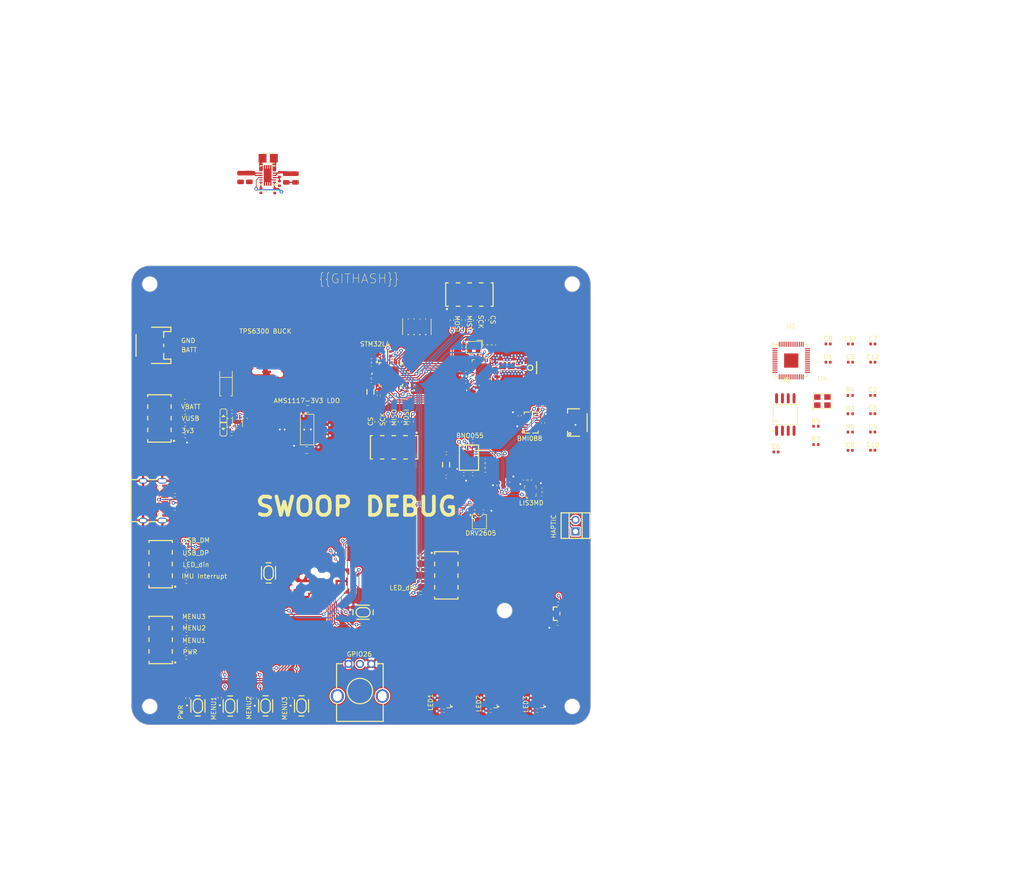
<source format=kicad_pcb>
(kicad_pcb (version 20221018) (generator pcbnew)
  (layers (0 "F.Cu" signal) (1 "In1.Cu" signal) (2 "In2.Cu" signal) (31 "B.Cu" signal) (34 "B.Paste" user) (35 "F.Paste" user) (36 "B.SilkS" user "B.Silkscreen") (37 "F.SilkS" user "F.Silkscreen") (38 "B.Mask" user) (39 "F.Mask" user) (44 "Edge.Cuts" user))
  (net 0 "")
  (net 1 "vcc-6")
  (net 2 "iset")
  (net 3 "gnd")
  (net 4 "preterm")
  (net 5 "gnd-5")
  (net 6 "vcc-7")
  (net 7 "ts")
  (net 8 "vcc-8")
  (net 9 "nc")
  (net 10 "vina")
  (net 11 "out-1")
  (net 12 "gnd-4")
  (net 13 "pg")
  (net 14 "l2")
  (net 15 "l1")
  (net 16 "sub2")
  (net 17 "cc1")
  (net 18 "vcc-9")
  (net 19 "dp")
  (net 20 "cc2")
  (net 21 "sub1")
  (net 22 "vcc")
  (net 23 "cs")
  (net 24 "io1")
  (net 25 "io2")
  (net 26 "io3")
  (net 27 "sck")
  (net 28 "io0")
  (net 29 "xout")
  (net 30 "out")
  (net 31 "cs-3")
  (net 32 "cs-1")
  (net 33 "run")
  (net 34 "cathode")
  (net 35 "cathode-1")
  (net 36 "com3")
  (net 37 "ps0")
  (net 38 "ps1")
  (net 39 "miso-1")
  (net 40 "vcc-15")
  (net 41 "vcc-2")
  (net 42 "ph3_boot0")
  (net 43 "vcc-3")
  (net 44 "vcc-4")
  (net 45 "xin")
  (net 46 "vcc-1")
  (net 47 "_1")
  (net 48 "gpio6")
  (net 49 "gpio7")
  (net 50 "miso")
  (net 51 "adc_avdd")
  (net 52 "sck-1")
  (net 53 "mosi")
  (net 54 "gpio12")
  (net 55 "gpio13")
  (net 56 "gpio14")
  (net 57 "gpio15")
  (net 58 "vcc-5")
  (net 59 "swclk")
  (net 60 "swdio")
  (net 61 "gpio16")
  (net 62 "gpio17")
  (net 63 "gpio18")
  (net 64 "gpio19")
  (net 65 "sda")
  (net 66 "scl")
  (net 67 "gpio22")
  (net 68 "vcc-29")
  (net 69 "gpio24")
  (net 70 "gpio25")
  (net 71 "vcc-10")
  (net 72 "gpio27_a1")
  (net 73 "gpio28_a2")
  (net 74 "gpio29_a3")
  (net 75 "pin1")
  (net 76 "pin7")
  (net 77 "pin8")
  (net 78 "cap")
  (net 79 "nreset")
  (net 80 "pin12")
  (net 81 "pin13")
  (net 82 "pin21")
  (net 83 "pin22")
  (net 84 "pin23")
  (net 85 "pin24")
  (net 86 "xout32")
  (net 87 "xin32")
  (net 88 "int1")
  (net 89 "sdo2")
  (net 90 "csb1")
  (net 91 "int4")
  (net 92 "int3")
  (net 93 "csb2")
  (net 94 "int2")
  (net 95 "drdy")
  (net 96 "int")
  (net 97 "c1")
  (net 98 "vcc-14")
  (net 99 "vcc-13")
  (net 100 "vcc-20")
  (net 101 "_3")
  (net 102 "_5")
  (net 103 "_7")
  (net 104 "_1-1")
  (net 105 "_3-1")
  (net 106 "_5-1")
  (net 107 "_7-1")
  (net 108 "_1-2")
  (net 109 "_3-2")
  (net 110 "_5-2")
  (net 111 "_7-2")
  (net 112 "dm")
  (net 113 "_1-3")
  (net 114 "_3-3")
  (net 115 "_5-3")
  (net 116 "vcc-17")
  (net 117 "_7-3")
  (net 118 "pb5")
  (net 119 "tdo")
  (net 120 "tdi")
  (net 121 "tck")
  (net 122 "tms")
  (net 123 "pa12")
  (net 124 "io-1")
  (net 125 "io")
  (net 126 "pb1")
  (net 127 "pb0")
  (net 128 "mosi-1")
  (net 129 "miso-2")
  (net 130 "sck-2")
  (net 131 "usb_vdd")
  (net 132 "pa3")
  (net 133 "pa2")
  (net 134 "pa1")
  (net 135 "pa0_ck_in")
  (net 136 "nrst")
  (net 137 "pc15_osc32_out")
  (net 138 "pc14_osc32_in")
  (net 139 "vcc-19")
  (net 140 "vcc-23")
  (net 141 "_7-4")
  (net 142 "xta")
  (net 143 "xtb")
  (net 144 "dcc_sw")
  (net 145 "gnd-10")
  (net 146 "vcc-22")
  (net 147 "vcc-18")
  (net 148 "reset")
  (net 149 "vcc-16")
  (net 150 "_1-4")
  (net 151 "_3-4")
  (net 152 "_5-4")
  (net 153 "_7-5")
  (net 154 "_1-5")
  (net 155 "_3-5")
  (net 156 "_5-5")
  (net 157 "_7-6")
  (net 158 "vcc-26")
  (net 159 "vcc-25")
  (net 160 "io-2")
  (net 161 "in_trig")
  (net 162 "en")
  (net 163 "vdd_nc")
  (net 164 "p")
  (net 165 "n")
  (net 166 "vcc-27")
  (footprint "lib:C0402" (layer "F.Cu") (at 255.665 70.355)
    (fp_text reference "C5")
    (fp_text value "16V 100nF X7R ±10% 0402  Multilayer Ceramic Capacitors MLCC - SMD/SMT ROHS")
  )
  (footprint "lib:KEY-SMD_4P-L4.2-W3.2-P2.20-LS4.6" (layer "F.Cu") (at 128.926122 116.24863 -90)
    (fp_text reference "U3" hide)
    (fp_text value "")
  )
  (footprint "lib:R0402" (layer "F.Cu") (at 155.471492 68.545073 90)
    (fp_text reference "R18" hide)
    (fp_text value "62.5mW Thick Film Resistors ±100ppm/℃ ±1% 330Ω 0402  Chip Resistor - Surface Mount ROHS")
  )
  (footprint "lib:LGA-28_L5.2-W3.8-P0.50-BL" (layer "F.Cu") (at 172.563917 91.143459)
    (fp_text reference "U10" hide)
    (fp_text value "")
  )
  (footprint "lib:R0402" (layer "F.Cu") (at 173.406952 87.551165)
    (fp_text reference "R14" hide)
    (fp_text value "62.5mW Thick Film Resistors ±100ppm/℃ ±1% 10kΩ 0402  Chip Resistor - Surface Mount ROHS")
  )
  (footprint "lib:R0402" (layer "F.Cu") (at 162.062949 115.514355)
    (fp_text reference "R28" hide)
    (fp_text value "62.5mW Thick Film Resistors ±100ppm/℃ ±1% 1kΩ 0402  Chip Resistor - Surface Mount ROHS")
  )
  (footprint "lib:R0402" (layer "F.Cu") (at 248.145 88.295)
    (fp_text reference "R7")
    (fp_text value "62.5mW Thick Film Resistors ±100ppm/℃ ±1% 27kΩ 0402  Chip Resistor - Surface Mount ROHS")
  )
  (footprint "lib:C0402" (layer "F.Cu") (at 159.709637 75.972992)
    (fp_text reference "C33" hide)
    (fp_text value "16V 100nF X7R ±10% 0402  Multilayer Ceramic Capacitors MLCC - SMD/SMT ROHS")
  )
  (footprint "lib:R0402" (layer "F.Cu") (at 255.615 85.575)
    (fp_text reference "R6")
    (fp_text value "62.5mW Thick Film Resistors ±100ppm/℃ ±1% 27kΩ 0402  Chip Resistor - Surface Mount ROHS")
  )
  (footprint "lib:C0402" (layer "F.Cu") (at 178.021195 66.584832 90)
    (fp_text reference "C45" hide)
    (fp_text value "50V 10nF X7R ±10% 0402  Multilayer Ceramic Capacitors MLCC - SMD/SMT ROHS")
  )
  (footprint "lib:C0402" (layer "F.Cu") (at 188.71951 83.574083 -90)
    (fp_text reference "C28" hide)
    (fp_text value "16V 100nF X7R ±10% 0402  Multilayer Ceramic Capacitors MLCC - SMD/SMT ROHS")
  )
  (footprint "lib:C0402" (layer "F.Cu") (at 260.535 70.355)
    (fp_text reference "C12")
    (fp_text value "25V 1uF X5R ±10% 0402  Multilayer Ceramic Capacitors MLCC - SMD/SMT ROHS")
  )
  (footprint "lib:C0402" (layer "F.Cu") (at 159.698028 74.88553)
    (fp_text reference "C35" hide)
    (fp_text value "16V 100nF X7R ±10% 0402  Multilayer Ceramic Capacitors MLCC - SMD/SMT ROHS")
  )
  (footprint "lib:C0402" (layer "F.Cu") (at 260.505 85.565)
    (fp_text reference "C4")
    (fp_text value "16V 100nF X7R ±10% 0402  Multilayer Ceramic Capacitors MLCC - SMD/SMT ROHS")
  )
  (footprint "lib:C0402" (layer "F.Cu") (at 176.10528 91.76885)
    (fp_text reference "C24" hide)
    (fp_text value "16V 100nF X7R ±10% 0402  Multilayer Ceramic Capacitors MLCC - SMD/SMT ROHS")
  )
  (footprint "lib:R0402" (layer "F.Cu") (at 110.997715 118.150862 180)
    (fp_text reference "R31" hide)
    (fp_text value "62.5mW Thick Film Resistors ±100ppm/℃ ±1% 1kΩ 0402  Chip Resistor - Surface Mount ROHS")
  )
  (footprint "lib:KEY-SMD_4P-L4.2-W3.2-P2.20-LS4.6" (layer "F.Cu") (at 128.27 145.22 90)
    (fp_text reference "U26" hide)
    (fp_text value "")
  )
  (footprint "lib:HDR-SMD_8P-P2.54-V-M-R2-C4-LS7.4" (layer "F.Cu") (at 167.64 116.84 -90)
    (fp_text reference "U31" hide)
    (fp_text value "")
  )
  (footprint "lib:OSC-SMD_4P-L3.2-W2.5-BL" (layer "F.Cu") (at 249.555 78.825)
    (fp_text reference "U4")
    (fp_text value "")
  )
  (footprint "lib:HDR-SMD_8P-P2.54-V-M-R2-C4-LS7.4" (layer "F.Cu") (at 105.41 114.3 90)
    (fp_text reference "U32" hide)
    (fp_text value "")
  )
  (footprint "lib:R0402" (layer "F.Cu") (at 120.425818 84.521139 90)
    (fp_text reference "R8" hide)
    (fp_text value "62.5mW Thick Film Resistors ±100ppm/℃ ±1% 510Ω 0402  Chip Resistor - Surface Mount ROHS")
  )
  (footprint "lib:R0402" (layer "F.Cu") (at 111.007926 129.558362 180)
    (fp_text reference "R37" hide)
    (fp_text value "62.5mW Thick Film Resistors ±100ppm/℃ ±1% 1kΩ 0402  Chip Resistor - Surface Mount ROHS")
  )
  (footprint "lib:C0402" (layer "F.Cu") (at 123.864099 82.609626 -90)
    (fp_text reference "C13" hide)
    (fp_text value "25V 1uF X5R ±10% 0402  Multilayer Ceramic Capacitors MLCC - SMD/SMT ROHS")
  )
  (footprint "lib:LED-SMD_4P-L2.0-W2.0-BR" (layer "F.Cu") (at 187.371963 144.13)
    (fp_text reference "U23" hide)
    (fp_text value "")
  )
  (footprint "lib:VSON-14_L4.0-W3.0-P0.50-BL-EP_TI_DSJ" (layer "F.Cu") (at 128.725 29.664056 90)
    (fp_text reference "U8" hide)
    (fp_text value "")
  )
  (footprint "lib:LED-SMD_4P-L2.0-W2.0-BR" (layer "F.Cu") (at 177.195981 144.13)
    (fp_text reference "U22" hide)
    (fp_text value "")
  )
  (footprint "lib:R0402" (layer "F.Cu") (at 185.799049 96.044987 90)
    (fp_text reference "R17" hide)
    (fp_text value "62.5mW Thick Film Resistors ±100ppm/℃ ±1% 1kΩ 0402  Chip Resistor - Surface Mount ROHS")
  )
  (footprint "lib:HDR-SMD_8P-P2.54-V-M-R2-C4-LS7.4" (layer "F.Cu") (at 105.15 82.55 90)
    (fp_text reference "U34" hide)
    (fp_text value "")
  )
  (footprint "lib:CONN-SMD_4P-P1.00_SM04B-SRSS-TB-LF-SN" (layer "F.Cu") (at 195.847476 83.46249 90)
    (fp_text reference "J1" hide)
    (fp_text value "")
  )
  (footprint "lib:FC-135R_L3.2-W1.5" (layer "F.Cu") (at 167.588917 92.68325 90)
    (fp_text reference "U11" hide)
    (fp_text value "")
  )
  (footprint "lib:R0402" (layer "F.Cu") (at 110.992556 132.135645 180)
    (fp_text reference "R36" hide)
    (fp_text value "62.5mW Thick Film Resistors ±100ppm/℃ ±1% 1kΩ 0402  Chip Resistor - Surface Mount ROHS")
  )
  (footprint "lib:LGA-12_L2.0-W2.0-P0.50-BL" (layer "F.Cu") (at 185.928546 98.424506)
    (fp_text reference "U13" hide)
    (fp_text value "")
  )
  (footprint "lib:KEY-SMD_4P-L4.2-W3.2-P2.20-LS4.6" (layer "F.Cu") (at 136.09 145.22 90)
    (fp_text reference "U27" hide)
    (fp_text value "")
  )
  (footprint "lib:R0402" (layer "F.Cu") (at 255.615 81.585)
    (fp_text reference "R3")
    (fp_text value "62.5mW Thick Film Resistors ±100ppm/℃ ±1% 10kΩ 0402  Chip Resistor - Surface Mount ROHS")
  )
  (footprint "lib:HDR-SMD_8P-P2.54-V-M-R2-C4-LS7.4" (layer "F.Cu") (at 156.21 88.9 180)
    (fp_text reference "U35" hide)
    (fp_text value "")
  )
  (footprint "lib:R0402" (layer "F.Cu") (at 176.496855 61.197051 90)
    (fp_text reference "R50" hide)
    (fp_text value "62.5mW Thick Film Resistors ±100ppm/℃ ±1% 1kΩ 0402  Chip Resistor - Surface Mount ROHS")
  )
  (footprint "lib:C0402" (layer "F.Cu") (at 167.654646 90.169219)
    (fp_text reference "C26" hide)
    (fp_text value "50V 22pF C0G ±5% 0402  Multilayer Ceramic Capacitors MLCC - SMD/SMT ROHS")
  )
  (footprint "lib:C0402" (layer "F.Cu") (at 250.795 70.355)
    (fp_text reference "C1")
    (fp_text value "50V 20pF C0G ±5% 0402  Multilayer Ceramic Capacitors MLCC - SMD/SMT ROHS")
  )
  (footprint "lib:C0402" (layer "F.Cu") (at 171.435014 94.721728 180)
    (fp_text reference "C23" hide)
    (fp_text value "25V 1uF X5R ±10% 0402  Multilayer Ceramic Capacitors MLCC - SMD/SMT ROHS")
  )
  (footprint "lib:QFN-24_L4.0-W4.0-P0.50-BL-EP2.6" (layer "F.Cu") (at 175.331879 71.892402 180)
    (fp_text reference "U16" hide)
    (fp_text value "")
  )
  (footprint "lib:FC-135R_L3.2-W1.5" (layer "F.Cu") (at 151.122232 76.830357 90)
    (fp_text reference "U15" hide)
    (fp_text value "")
  )
  (footprint "lib:C0402" (layer "F.Cu") (at 182.283721 70.170561 90)
    (fp_text reference "C48" hide)
    (fp_text value "50V 1pF C0G 0402  Multilayer Ceramic Capacitors MLCC - SMD/SMT ROHS")
  )
  (footprint "lib:C0402" (layer "F.Cu") (at 173.397222 94.718893)
    (fp_text reference "C22" hide)
    (fp_text value "16V 100nF X7R ±10% 0402  Multilayer Ceramic Capacitors MLCC - SMD/SMT ROHS")
  )
  (footprint "lib:C0402" (layer "F.Cu") (at 188.483281 98.16022)
    (fp_text reference "C30" hide)
    (fp_text value "25V 1uF X5R ±10% 0402  Multilayer Ceramic Capacitors MLCC - SMD/SMT ROHS")
  )
  (footprint "lib:R0402" (layer "F.Cu") (at 108.527372 99.314991)
    (fp_text reference "R20" hide)
    (fp_text value "62.5mW Thick Film Resistors ±100ppm/℃ ±1% 5.1kΩ 0402  Chip Resistor - Surface Mount ROHS")
  )
  (footprint "lib:R0402" (layer "F.Cu") (at 111.002421 113.048362 180)
    (fp_text reference "R33" hide)
    (fp_text value "62.5mW Thick Film Resistors ±100ppm/℃ ±1% 1kΩ 0402  Chip Resistor - Surface Mount ROHS")
  )
  (footprint "lib:R0402" (layer "F.Cu") (at 133.825762 143.465465 90)
    (fp_text reference "R25" hide)
    (fp_text value "62.5mW Thick Film Resistors ±100ppm/℃ ±1% 10kΩ 0402  Chip Resistor - Surface Mount ROHS")
  )
  (footprint "lib:C0402" (layer "F.Cu") (at 239.445 89.895)
    (fp_text reference "C6")
    (fp_text value "16V 100nF X7R ±10% 0402  Multilayer Ceramic Capacitors MLCC - SMD/SMT ROHS")
  )
  (footprint "lib:C0402" (layer "F.Cu") (at 177.304018 146.256142 180)
    (fp_text reference "C52" hide)
    (fp_text value "16V 100nF X7R ±10% 0402  Multilayer Ceramic Capacitors MLCC - SMD/SMT ROHS")
  )
  (footprint "lib:R0402" (layer "F.Cu") (at 118.304192 143.428974 90)
    (fp_text reference "R23" hide)
    (fp_text value "62.5mW Thick Film Resistors ±100ppm/℃ ±1% 10kΩ 0402  Chip Resistor - Surface Mount ROHS")
  )
  (footprint "lib:C0402" (layer "F.Cu") (at 260.505 89.535)
    (fp_text reference "C10")
    (fp_text value "16V 100nF X7R ±10% 0402  Multilayer Ceramic Capacitors MLCC - SMD/SMT ROHS")
  )
  (footprint "lib:R0402" (layer "F.Cu") (at 120.892398 85.987589)
    (fp_text reference "R9" hide)
    (fp_text value "62.5mW Thin Film Resistor ±0.5% ±25ppm/℃ 110Ω 0402  Chip Resistor - Surface Mount ROHS")
  )
  (footprint "lib:HDR-SMD_10P-P1.27-V-M-R2-C5-LS5.3" (layer "F.Cu") (at 161.231558 62.648786 180)
    (fp_text reference "U19" hide)
    (fp_text value "")
  )
  (footprint "lib:C0402" (layer "F.Cu") (at 174.467966 75.385044 -90)
    (fp_text reference "C42" hide)
    (fp_text value "16V 100nF X7R ±10% 0402  Multilayer Ceramic Capacitors MLCC - SMD/SMT ROHS")
  )
  (footprint "lib:C0805" (layer "F.Cu") (at 132.789002 30.246811 -90)
    (fp_text reference "C17" hide)
    (fp_text value "25V 10uF X5R ±10% 0805  Multilayer Ceramic Capacitors MLCC - SMD/SMT ROHS")
  )
  (footprint "lib:R0402" (layer "F.Cu") (at 108.541095 102.241796)
    (fp_text reference "R21" hide)
    (fp_text value "62.5mW Thick Film Resistors ±100ppm/℃ ±1% 5.1kΩ 0402  Chip Resistor - Surface Mount ROHS")
  )
  (footprint "lib:C0402" (layer "F.Cu") (at 167.128037 146.256142 180)
    (fp_text reference "C51" hide)
    (fp_text value "16V 100nF X7R ±10% 0402  Multilayer Ceramic Capacitors MLCC - SMD/SMT ROHS")
  )
  (footprint "lib:R0402" (layer "F.Cu") (at 110.727051 83.875645 180)
    (fp_text reference "R40" hide)
    (fp_text value "62.5mW Thick Film Resistors ±100ppm/℃ ±1% 1kΩ 0402  Chip Resistor - Surface Mount ROHS")
  )
  (footprint "lib:C0402" (layer "F.Cu") (at 177.055269 66.584832 90)
    (fp_text reference "C41" hide)
    (fp_text value "10V 470nF X5R ±10% 0402  Multilayer Ceramic Capacitors MLCC - SMD/SMT ROHS")
  )
  (footprint "lib:R0402" (layer "F.Cu") (at 176.121398 93.938777)
    (fp_text reference "R16" hide)
    (fp_text value "62.5mW Thick Film Resistors ±100ppm/℃ ±1% 10kΩ 0402  Chip Resistor - Surface Mount ROHS")
  )
  (footprint "lib:R0402" (layer "F.Cu") (at 125.939165 143.546189 90)
    (fp_text reference "R24" hide)
    (fp_text value "62.5mW Thick Film Resistors ±100ppm/℃ ±1% 10kΩ 0402  Chip Resistor - Surface Mount ROHS")
  )
  (footprint "lib:RES-ADJ-TH_RK09K1130AJ3" (layer "F.Cu") (at 148.811401 139.573278 180)
    (fp_text reference "U37" hide)
    (fp_text value "")
  )
  (footprint "lib:CONN-SMD_P2.00_S2B-PH-SM4-TB-LF-SN" (layer "F.Cu") (at 104.434316 66.685742 -90)
    (fp_text reference "U6" hide)
    (fp_text value "")
  )
  (footprint "lib:R0402" (layer "F.Cu") (at 110.737715 86.400862 180)
    (fp_text reference "R39" hide)
    (fp_text value "62.5mW Thick Film Resistors ±100ppm/℃ ±1% 1kΩ 0402  Chip Resistor - Surface Mount ROHS")
  )
  (footprint "lib:C0402" (layer "F.Cu") (at 260.505 81.575)
    (fp_text reference "C3")
    (fp_text value "16V 100nF X7R ±10% 0402  Multilayer Ceramic Capacitors MLCC - SMD/SMT ROHS")
  )
  (footprint "lib:C0402" (layer "F.Cu") (at 178.752073 73.030027 -90)
    (fp_text reference "C46" hide)
    (fp_text value "50V 1pF C0G 0402  Multilayer Ceramic Capacitors MLCC - SMD/SMT ROHS")
  )
  (footprint "lib:R0402" (layer "F.Cu") (at 173.971638 61.212421 90)
    (fp_text reference "R49" hide)
    (fp_text value "62.5mW Thick Film Resistors ±100ppm/℃ ±1% 1kΩ 0402  Chip Resistor - Surface Mount ROHS")
  )
  (footprint "lib:R0402" (layer "F.Cu") (at 110.992556 127.033145 180)
    (fp_text reference "R38" hide)
    (fp_text value "62.5mW Thick Film Resistors ±100ppm/℃ ±1% 1kΩ 0402  Chip Resistor - Surface Mount ROHS")
  )
  (footprint "lib:C0402" (layer "F.Cu") (at 188.49338 99.139803)
    (fp_text reference "C29" hide)
    (fp_text value "16V 100nF X7R ±10% 0402  Multilayer Ceramic Capacitors MLCC - SMD/SMT ROHS")
  )
  (footprint "lib:IPEX-SMD_BWIPX-1-001E" (layer "F.Cu") (at 185.147143 71.555176)
    (fp_text reference "U18" hide)
    (fp_text value "")
  )
  (footprint "lib:R0402" (layer "F.Cu") (at 168.869138 61.207715 90)
    (fp_text reference "R47" hide)
    (fp_text value "62.5mW Thick Film Resistors ±100ppm/℃ ±1% 1kΩ 0402  Chip Resistor - Surface Mount ROHS")
  )
  (footprint "lib:C0402" (layer "F.Cu") (at 130.263315 33.016272 -90)
    (fp_text reference "C19" hide)
    (fp_text value "16V 100nF X7R ±10% 0402  Multilayer Ceramic Capacitors MLCC - SMD/SMT ROHS")
  )
  (footprint "lib:C0402" (layer "F.Cu") (at 182.712487 71.587708)
    (fp_text reference "C50" hide)
    (fp_text value "50V 100pF C0G ±5% 0402  Multilayer Ceramic Capacitors MLCC - SMD/SMT ROHS")
  )
  (footprint "lib:C0402" (layer "F.Cu") (at 173.785661 102.877617)
    (fp_text reference "C55" hide)
    (fp_text value "25V 1uF X5R ±10% 0402  Multilayer Ceramic Capacitors MLCC - SMD/SMT ROHS")
  )
  (footprint "lib:VSSOP-10_L3.0-W3.0-P0.50-LS4.9-BL" (layer "F.Cu") (at 174.856436 105.136436 -90)
    (fp_text reference "U29" hide)
    (fp_text value "")
  )
  (footprint "lib:CONN-TH_DB125-2.54-2P-GN" (layer "F.Cu") (at 195.777318 105.950829 90)
    (fp_text reference "U30" hide)
    (fp_text value "")
  )
  (footprint "lib:KEY-SMD_4P-L4.2-W3.2-P2.20-LS4.6" (layer "F.Cu") (at 120.560661 145.250282 90)
    (fp_text reference "U25" hide)
    (fp_text value "")
  )
  (footprint "lib:C0402" (layer "F.Cu") (at 175.74 102.877617 180)
    (fp_text reference "C56" hide)
    (fp_text value "25V 1uF X5R ±10% 0402  Multilayer Ceramic Capacitors MLCC - SMD/SMT ROHS")
  )
  (footprint "lib:R0402" (layer "F.Cu") (at 162.047579 118.091638)
    (fp_text reference "R29" hide)
    (fp_text value "62.5mW Thick Film Resistors ±100ppm/℃ ±1% 1kΩ 0402  Chip Resistor - Surface Mount ROHS")
  )
  (footprint "lib:USB-C-SMD_KH-TYPE-C-16P" (layer "F.Cu") (at 104.009997 100.511267 -90)
    (fp_text reference "U20" hide)
    (fp_text value "")
  )
  (footprint "lib:C0805" (layer "F.Cu") (at 137.238825 89.512378)
    (fp_text reference "C21" hide)
    (fp_text value "25V 10uF X5R ±10% 0805  Multilayer Ceramic Capacitors MLCC - SMD/SMT ROHS")
  )
  (footprint "lib:C0402" (layer "F.Cu") (at 120.431028 82.628976 -90)
    (fp_text reference "C14" hide)
    (fp_text value "25V 1uF X5R ±10% 0402  Multilayer Ceramic Capacitors MLCC - SMD/SMT ROHS")
  )
  (footprint "lib:R0402" (layer "F.Cu") (at 127.249519 32.956199 -90)
    (fp_text reference "R13" hide)
    (fp_text value "62.5mW Thick Film Resistors ±100ppm/℃ ±1% 1MΩ 0402  Chip Resistor - Surface Mount ROHS")
  )
  (footprint "lib:R0402" (layer "F.Cu") (at 131.288864 29.49553 -90)
    (fp_text reference "R11" hide)
    (fp_text value "100mW Thick Film Resistors ±5% ±200ppm/℃ 1.1MΩ 0402  Chip Resistor - Surface Mount ROHS")
  )
  (footprint "lib:WSON-10_L2.0-W2.0-P0.40-BL-EP" (layer "F.Cu") (at 122.162477 83.346796)
    (fp_text reference "U7" hide)
    (fp_text value "")
  )
  (footprint "lib:LED0603-RD" (layer "F.Cu") (at 119.083868 84.946233 90)
    (fp_text reference "LED1" hide)
    (fp_text value "")
  )
  (footprint "lib:OSC-SMD_4P-L2.0-W1.6-BL" (layer "F.Cu") (at 173.636202 67.147454 180)
    (fp_text reference "U17" hide)
    (fp_text value "")
  )
  (footprint "lib:C0805" (layer "F.Cu") (at 137.436849 80.540363 180)
    (fp_text reference "C20" hide)
    (fp_text value "25V 10uF X5R ±10% 0805  Multilayer Ceramic Capacitors MLCC - SMD/SMT ROHS")
  )
  (footprint "lib:LQFN-56_L7.0-W7.0-P0.4-EP" (layer "F.Cu") (at 242.765 70)
    (fp_text reference "U1")
    (fp_text value "")
  )
  (footprint "lib:R0402" (layer "F.Cu") (at 160.060862 83.312285 -90)
    (fp_text reference "R43" hide)
    (fp_text value "62.5mW Thick Film Resistors ±100ppm/℃ ±1% 1kΩ 0402  Chip Resistor - Surface Mount ROHS")
  )
  (footprint "lib:SOIC-8_L5.3-W5.3-P1.27-LS8.0-BL" (layer "F.Cu") (at 241.48 81.755)
    (fp_text reference "U5")
    (fp_text value "")
  )
  (footprint "lib:C0402" (layer "F.Cu") (at 187.48 146.256142 180)
    (fp_text reference "C53" hide)
    (fp_text value "16V 100nF X7R ±10% 0402  Multilayer Ceramic Capacitors MLCC - SMD/SMT ROHS")
  )
  (footprint "lib:LED0603-RD" (layer "F.Cu") (at 119.0958 82.01118 -90)
    (fp_text reference "LED2" hide)
    (fp_text value "")
  )
  (footprint "lib:LGA-16_L4.5-W3.0-P0.50-BL" (layer "F.Cu") (at 186.137333 83.503459)
    (fp_text reference "U12" hide)
    (fp_text value "")
  )
  (footprint "lib:R0402" (layer "F.Cu") (at 110.742421 81.298362 180)
    (fp_text reference "R41" hide)
    (fp_text value "62.5mW Thick Film Resistors ±100ppm/℃ ±1% 1kΩ 0402  Chip Resistor - Surface Mount ROHS")
  )
  (footprint "lib:UFQFPN-32_L5.0-W5.0-P0.50-TL-EP3.5" (layer "F.Cu") (at 155.564971 72.997414)
    (fp_text reference "U14" hide)
    (fp_text value "")
  )
  (footprint "lib:C0402" (layer "F.Cu") (at 260.535 66.385)
    (fp_text reference "C7")
    (fp_text value "16V 100nF X7R ±10% 0402  Multilayer Ceramic Capacitors MLCC - SMD/SMT ROHS")
  )
  (footprint "lib:R0402" (layer "F.Cu") (at 111.00322 134.660862 180)
    (fp_text reference "R35" hide)
    (fp_text value "62.5mW Thick Film Resistors ±100ppm/℃ ±1% 1kΩ 0402  Chip Resistor - Surface Mount ROHS")
  )
  (footprint "lib:R0402" (layer "F.Cu") (at 110.987051 115.625645 180)
    (fp_text reference "R32" hide)
    (fp_text value "62.5mW Thick Film Resistors ±100ppm/℃ ±1% 1kΩ 0402  Chip Resistor - Surface Mount ROHS")
  )
  (footprint "lib:C0402" (layer "F.Cu") (at 183.630641 82.018692 -90)
    (fp_text reference "C27" hide)
    (fp_text value "16V 100nF X7R ±10% 0402  Multilayer Ceramic Capacitors MLCC - SMD/SMT ROHS")
  )
  (footprint "lib:C0402" (layer "F.Cu") (at 250.795 66.385)
    (fp_text reference "C9")
    (fp_text value "16V 100nF X7R ±10% 0402  Multilayer Ceramic Capacitors MLCC - SMD/SMT ROHS")
  )
  (footprint "lib:R0402" (layer "F.Cu") (at 110.727051 78.773145 180)
    (fp_text reference "R42" hide)
    (fp_text value "62.5mW Thick Film Resistors ±100ppm/℃ ±1% 1kΩ 0402  Chip Resistor - Surface Mount ROHS")
  )
  (footprint "lib:C0402" (layer "F.Cu") (at 152.93499 77.627209 90)
    (fp_text reference "C37" hide)
    (fp_text value "50V 13pF C0G ±2% 0402  Multilayer Ceramic Capacitors MLCC - SMD/SMT ROHS")
  )
  (footprint "lib:C0402" (layer "F.Cu") (at 260.505 77.585)
    (fp_text reference "C2")
    (fp_text value "50V 20pF C0G ±5% 0402  Multilayer Ceramic Capacitors MLCC - SMD/SMT ROHS")
  )
  (footprint "lib:C0402" (layer "F.Cu") (at 171.856832 72.749428 180)
    (fp_text reference "C43" hide)
    (fp_text value "16V 100nF X7R ±10% 0402  Multilayer Ceramic Capacitors MLCC - SMD/SMT ROHS")
  )
  (footprint "lib:R0402" (layer "F.Cu") (at 181.062411 96.48678 90)
    (fp_text reference "R1" hide)
    (fp_text value "62.5mW Thick Film Resistors ±100ppm/℃ ±1% 10kΩ 0402  Chip Resistor - Surface Mount ROHS")
  )
  (footprint "lib:C0402" (layer "F.Cu") (at 167.588917 95.287602)
    (fp_text reference "C25" hide)
    (fp_text value "50V 22pF C0G ±5% 0402  Multilayer Ceramic Capacitors MLCC - SMD/SMT ROHS")
  )
  (footprint "lib:SOT-23-3_L2.9-W1.3-P1.90-LS2.4-BR-CW" (layer "F.Cu") (at 191.614984 125.132812)
    (fp_text reference "U28" hide)
    (fp_text value "")
  )
  (footprint "lib:C0805" (layer "F.Cu") (at 122.83 30.133253 -90)
    (fp_text reference "C16" hide)
    (fp_text value "25V 10uF X5R ±10% 0805  Multilayer Ceramic Capacitors MLCC - SMD/SMT ROHS")
  )
  (footprint "lib:C0402" (layer "F.Cu") (at 184.748489 96.04 90)
    (fp_text reference "C31" hide)
    (fp_text value "16V 100nF X7R ±10% 0402  Multilayer Ceramic Capacitors MLCC - SMD/SMT ROHS")
  )
  (footprint "lib:R0402" (layer "F.Cu") (at 179.046845 97.203425 90)
    (fp_text reference "R2" hide)
    (fp_text value "62.5mW Thick Film Resistors ±100ppm/℃ ±1% 10kΩ 0402  Chip Resistor - Surface Mount ROHS")
  )
  (footprint "lib:HDR-SMD_8P-P2.54-V-M-R2-C4-LS7.4" (layer "F.Cu") (at 172.72 55.62)
    (fp_text reference "U36" hide)
    (fp_text value "")
  )
  (footprint "lib:SMA_L4.2-W2.6-LS5.3-RD" (layer "F.Cu") (at 119.66094 75.005105 -90)
    (fp_text reference "D1" hide)
    (fp_text value "")
  )
  (footprint "lib:R0402" (layer "F.Cu") (at 153.889694 68.552523 90)
    (fp_text reference "R19" hide)
    (fp_text value "62.5mW Thick Film Resistors ±100ppm/℃ ±1% 10kΩ 0402  Chip Resistor - Surface Mount ROHS")
  )
  (footprint "lib:IND-SMD_L2.5-W2.0_WPN252012H" (layer "F.Cu") (at 128.838782 25.928782 180)
    (fp_text reference "L1" hide)
    (fp_text value "")
  )
  (footprint "lib:HDR-SMD_8P-P2.54-V-M-R2-C4-LS7.4" (layer "F.Cu") (at 105.415505 130.81 90)
    (fp_text reference "U33" hide)
    (fp_text value "")
  )
  (footprint "lib:R0402" (layer "F.Cu") (at 157.535645 83.322949 -90)
    (fp_text reference "R44" hide)
    (fp_text value "62.5mW Thick Film Resistors ±100ppm/℃ ±1% 1kΩ 0402  Chip Resistor - Surface Mount ROHS")
  )
  (footprint "lib:R0402" (layer "F.Cu") (at 162.062949 120.616855)
    (fp_text reference "R30" hide)
    (fp_text value "62.5mW Thick Film Resistors ±100ppm/℃ ±1% 1kΩ 0402  Chip Resistor - Surface Mount ROHS")
  )
  (footprint "lib:KEY-SMD_4P-L4.2-W3.2-P2.20-LS4.6" (layer "F.Cu") (at 113.52 145.22 90)
    (fp_text reference "U24" hide)
    (fp_text value "")
  )
  (footprint "lib:R0402" (layer "F.Cu") (at 120.960541 81.161247)
    (fp_text reference "R10" hide)
    (fp_text value "62.5mW Thick Film Resistors ±100ppm/℃ ±1% 82Ω 0402  Chip Resistor - Surface Mount ROHS")
  )
  (footprint "lib:R0402" (layer "F.Cu") (at 110.987051 110.523145 180)
    (fp_text reference "R34" hide)
    (fp_text value "62.5mW Thick Film Resistors ±100ppm/℃ ±1% 1kΩ 0402  Chip Resistor - Surface Mount ROHS")
  )
  (footprint "lib:C0402" (layer "F.Cu") (at 176.086355 66.588937 -90)
    (fp_text reference "C39" hide)
    (fp_text value "50V 11pF C0G ±5% 0402  Multilayer Ceramic Capacitors MLCC - SMD/SMT ROHS")
  )
  (footprint "lib:C0402" (layer "F.Cu") (at 151.314668 74.402018)
    (fp_text reference "C38" hide)
    (fp_text value "50V 13pF C0G ±2% 0402  Multilayer Ceramic Capacitors MLCC - SMD/SMT ROHS")
  )
  (footprint "lib:SOT-223-3_L6.5-W3.4-P2.30-LS7.0-BR" (layer "F.Cu") (at 137.41345 85.02845)
    (fp_text reference "U9" hide)
    (fp_text value "")
  )
  (footprint "lib:C0402" (layer "F.Cu") (at 151.330075 69.943226 180)
    (fp_text reference "C36" hide)
    (fp_text value "50V 10nF X7R ±10% 0402  Multilayer Ceramic Capacitors MLCC - SMD/SMT ROHS")
  )
  (footprint "lib:C0402" (layer "F.Cu") (at 151.341307 70.905558 180)
    (fp_text reference "C34" hide)
    (fp_text value "25V 1uF X5R ±10% 0402  Multilayer Ceramic Capacitors MLCC - SMD/SMT ROHS")
  )
  (footprint "lib:C0402" (layer "F.Cu") (at 255.595 89.555)
    (fp_text reference "C8")
    (fp_text value "25V 1uF X5R ±10% 0402  Multilayer Ceramic Capacitors MLCC - SMD/SMT ROHS")
  )
  (footprint "lib:R0402" (layer "F.Cu") (at 154.958362 83.307579 -90)
    (fp_text reference "R45" hide)
    (fp_text value "62.5mW Thick Film Resistors ±100ppm/℃ ±1% 1kΩ 0402  Chip Resistor - Surface Mount ROHS")
  )
  (footprint "lib:R0402" (layer "F.Cu") (at 171.394355 61.197051 90)
    (fp_text reference "R48" hide)
    (fp_text value "62.5mW Thick Film Resistors ±100ppm/℃ ±1% 1kΩ 0402  Chip Resistor - Surface Mount ROHS")
  )
  (footprint "lib:C0805" (layer "F.Cu") (at 124.735 30.121411 -90)
    (fp_text reference "C15" hide)
    (fp_text value "25V 10uF X5R ±10% 0805  Multilayer Ceramic Capacitors MLCC - SMD/SMT ROHS")
  )
  (footprint "lib:C0402" (layer "F.Cu") (at 171.867157 74.540253 180)
    (fp_text reference "C44" hide)
    (fp_text value "50V 10nF X7R ±10% 0402  Multilayer Ceramic Capacitors MLCC - SMD/SMT ROHS")
  )
  (footprint "lib:R0402" (layer "F.Cu") (at 152.433145 83.322949 -90)
    (fp_text reference "R46" hide)
    (fp_text value "62.5mW Thick Film Resistors ±100ppm/℃ ±1% 1kΩ 0402  Chip Resistor - Surface Mount ROHS")
  )
  (footprint "lib:KEY-SMD_4P-L4.2-W3.2-P2.20-LS4.6" (layer "F.Cu") (at 149.509077 124.829892 180)
    (fp_text reference "U2" hide)
    (fp_text value "")
  )
  (footprint "lib:C0402" (layer "F.Cu") (at 255.665 66.385)
    (fp_text reference "C11")
    (fp_text value "16V 100nF X7R ±10% 0402  Multilayer Ceramic Capacitors MLCC - SMD/SMT ROHS")
  )
  (footprint "lib:R0402" (layer "F.Cu") (at 248.145 84.305)
    (fp_text reference "R5")
    (fp_text value "62.5mW Thick Film Resistors ±100ppm/℃ ±1% 1kΩ 0402  Chip Resistor - Surface Mount ROHS")
  )
  (footprint "lib:LED-SMD_4P-L2.0-W2.0-BR" (layer "F.Cu") (at 167.02 144.13)
    (fp_text reference "U21" hide)
    (fp_text value "")
  )
  (footprint "lib:R0402" (layer "F.Cu") (at 255.615 77.595)
    (fp_text reference "R4")
    (fp_text value "62.5mW Thick Film Resistors ±100ppm/℃ ±1% 10kΩ 0402  Chip Resistor - Surface Mount ROHS")
  )
  (footprint "lib:C0402" (layer "F.Cu") (at 171.390942 67.101409 90)
    (fp_text reference "C40" hide)
    (fp_text value "50V 11pF C0G ±5% 0402  Multilayer Ceramic Capacitors MLCC - SMD/SMT ROHS")
  )
  (footprint "lib:L0402" (layer "F.Cu") (at 178.936127 71.613564)
    (fp_text reference "L2" hide)
    (fp_text value "")
  )
  (footprint "lib:R0402" (layer "F.Cu") (at 162.052285 112.989138)
    (fp_text reference "R27" hide)
    (fp_text value "62.5mW Thick Film Resistors ±100ppm/℃ ±1% 1kΩ 0402  Chip Resistor - Surface Mount ROHS")
  )
  (footprint "lib:R0402" (layer "F.Cu") (at 176.098296 92.841447)
    (fp_text reference "R15" hide)
    (fp_text value "62.5mW Thick Film Resistors ±100ppm/℃ ±1% 10kΩ 0402  Chip Resistor - Surface Mount ROHS")
  )
  (footprint "lib:C0402" (layer "F.Cu") (at 151.323022 73.382812 180)
    (fp_text reference "C32" hide)
    (fp_text value "10V 4.7uF X5R ±20% 0402  Multilayer Ceramic Capacitors MLCC - SMD/SMT ROHS")
  )
  (footprint "lib:C0402" (layer "F.Cu") (at 180.857939 70.632746)
    (fp_text reference "C49" hide)
    (fp_text value "50V 1pF C0G 0402  Multilayer Ceramic Capacitors MLCC - SMD/SMT ROHS")
  )
  (footprint "lib:R0402" (layer "F.Cu") (at 111.267823 143.511778 90)
    (fp_text reference "R22" hide)
    (fp_text value "62.5mW Thick Film Resistors ±100ppm/℃ ±1% 10kΩ 0402  Chip Resistor - Surface Mount ROHS")
  )
  (footprint "lib:R0402" (layer "F.Cu") (at 191.999281 122.946779)
    (fp_text reference "R26" hide)
    (fp_text value "62.5mW Thick Film Resistors ±100ppm/℃ ±1% 1kΩ 0402  Chip Resistor - Surface Mount ROHS")
  )
  (footprint "lib:L0402" (layer "F.Cu") (at 180.828885 71.602927)
    (fp_text reference "L3" hide)
    (fp_text value "")
  )
  (footprint "lib:C0402" (layer "F.Cu") (at 179.432804 70.188269 90)
    (fp_text reference "C47" hide)
    (fp_text value "50V 1pF C0G 0402  Multilayer Ceramic Capacitors MLCC - SMD/SMT ROHS")
  )
  (footprint "lib:C0402" (layer "F.Cu") (at 191.880519 127.316654)
    (fp_text reference "C54" hide)
    (fp_text value "16V 100nF X7R ±10% 0402  Multilayer Ceramic Capacitors MLCC - SMD/SMT ROHS")
  )
  (footprint "lib:R0402" (layer "F.Cu") (at 131.288864 31.414683 -90)
    (fp_text reference "R12" hide)
    (fp_text value "62.5mW Thick Film Resistors ±100ppm/℃ ±1% 180kΩ 0402  Chip Resistor - Surface Mount ROHS")
  )
  (footprint "lib:C0805" (layer "F.Cu") (at 134.774882 30.238151 -90)
    (fp_text reference "C18" hide)
    (fp_text value "25V 10uF X5R ±10% 0805  Multilayer Ceramic Capacitors MLCC - SMD/SMT ROHS")
  )
  (gr_circle (center 103.06 145.34) (end 104.71 145.34) (stroke (width 0.1)) (fill none) (layer "Edge.Cuts"))
  (gr_line (start 195.06 49.34) (end 103.06 49.34) (stroke (width 0.1)) (layer "Edge.Cuts"))
  (gr_line (start 199.06 145.34) (end 199.06 53.34) (stroke (width 0.1)) (layer "Edge.Cuts"))
  (gr_circle (center 103.06 53.34) (end 104.71 53.34) (stroke (width 0.1)) (fill none) (layer "Edge.Cuts"))
  (gr_circle (center 195.06 145.34) (end 196.71 145.34) (stroke (width 0.1)) (fill none) (layer "Edge.Cuts"))
  (gr_circle (center 195.06 53.34) (end 196.71 53.34) (stroke (width 0.1)) (fill none) (layer "Edge.Cuts"))
  (gr_arc (start 195.06 49.34) (mid 197.888427 50.511573) (end 199.06 53.34) (stroke (width 0.1)) (layer "Edge.Cuts"))
  (gr_arc (start 103.06 149.34) (mid 100.231582 148.168418) (end 99.06 145.34) (stroke (width 0.1)) (layer "Edge.Cuts"))
  (gr_line (start 99.06 53.34) (end 99.06 145.34) (stroke (width 0.1)) (layer "Edge.Cuts"))
  (gr_arc (start 199.06 145.34) (mid 197.888407 148.168407) (end 195.06 149.34) (stroke (width 0.1)) (layer "Edge.Cuts"))
  (gr_arc (start 99.06 53.34) (mid 100.231554 50.511554) (end 103.06 49.34) (stroke (width 0.1)) (layer "Edge.Cuts"))
  (gr_circle (center 180.34 124.46) (end 181.99 124.46) (stroke (width 0.1)) (fill none) (layer "Edge.Cuts"))
  (gr_line (start 103.06 149.34) (end 195.06 149.34) (stroke (width 0.1)) (layer "Edge.Cuts"))
  (gr_text "MENU3" (at 110.014359 126.370481) (layer "F.SilkS") (effects (font (size 1 1)) (justify left bottom)))
  (gr_text "SWOOP DEBUG" (at 125.73 104.14) (layer "F.SilkS") (effects (font (size 4 4) (thickness 0.8) bold) (justify left bottom)))
  (gr_text "3v3" (at 109.903207 85.865839) (layer "F.SilkS") (effects (font (size 1 1)) (justify left bottom)))
  (gr_text "LED1" (at 164.799637 146.371038 90) (layer "F.SilkS") (effects (font (size 1 1)) (justify left bottom)))
  (gr_text "STM32L4" (at 148.76034 66.99706) (layer "F.SilkS") (effects (font (size 1 1)) (justify left bottom)))
  (gr_text "IMU Interrupt" (at 109.902655 117.554761) (layer "F.SilkS") (effects (font (size 1 1)) (justify left bottom)))
  (gr_text "DRV2605" (at 171.72056 108.184554) (layer "F.SilkS") (effects (font (size 1 1)) (justify left bottom)))
  (gr_text "SCK" (at 154.361201 84.377173 90) (layer "F.SilkS") (effects (font (size 1 1)) (justify left bottom)))
  (gr_text "MENU2" (at 110.058721 128.854785) (layer "F.SilkS") (effects (font (size 1 1)) (justify left bottom)))
  (gr_text "LED2" (at 175.280469 146.660564 90) (layer "F.SilkS") (effects (font (size 1 1)) (justify left bottom)))
  (gr_text "MISO" (at 172.065949 60.046079 -90) (layer "F.SilkS") (effects (font (size 1 1)) (justify left bottom)))
  (gr_text "MENU3" (at 133.023804 148.392585 90) (layer "F.SilkS") (effects (font (size 1 1)) (justify left bottom)))
  (gr_text "{{GITHASH}}" (at 139.7 53.34) (layer "F.SilkS") (effects (font (size 2 2) (thickness 0.1)) (justify left bottom)))
  (gr_text "CS" (at 151.735393 84.331181 90) (layer "F.SilkS") (effects (font (size 1 1)) (justify left bottom)))
  (gr_text "MENU2" (at 125.232954 148.279674 90) (layer "F.SilkS") (effects (font (size 1 1)) (justify left bottom)))
  (gr_text "VUSB" (at 109.878456 83.185252) (layer "F.SilkS") (effects (font (size 1 1)) (justify left bottom)))
  (gr_text "MOSI" (at 169.408811 60.086036 -90) (layer "F.SilkS") (effects (font (size 1 1)) (justify left bottom)))
  (gr_text "GPIO26" (at 145.881625 134.544368) (layer "F.SilkS") (effects (font (size 1 1)) (justify left bottom)))
  (gr_text "BNO055" (at 169.700153 86.942195) (layer "F.SilkS") (effects (font (size 1 1)) (justify left bottom)))
  (gr_text "LED3" (at 185.529681 146.776374 90) (layer "F.SilkS") (effects (font (size 1 1)) (justify left bottom)))
  (gr_text "LED_din" (at 155.184423 120.081121) (layer "F.SilkS") (effects (font (size 1 1)) (justify left bottom)))
  (gr_text "LED_din" (at 110.113044 115.044982) (layer "F.SilkS") (effects (font (size 1 1)) (justify left bottom)))
  (gr_text "AMS1117-3V3 LDO" (at 129.9655 79.326106) (layer "F.SilkS") (effects (font (size 1 1)) (justify left bottom)))
  (gr_text "PWR" (at 110.145106 134.079826) (layer "F.SilkS") (effects (font (size 1 1)) (justify left bottom)))
  (gr_text "MENU1" (at 110.028608 131.561987) (layer "F.SilkS") (effects (font (size 1 1)) (justify left bottom)))
  (gr_text "PWR" (at 110.378864 148.262126 90) (layer "F.SilkS") (effects (font (size 1 1)) (justify left bottom)))
  (gr_text "VBATT" (at 109.767087 80.645) (layer "F.SilkS") (effects (font (size 1 1)) (justify left bottom)))
  (gr_text "LIS3MD" (at 183.376645 101.6) (layer "F.SilkS") (effects (font (size 1 1)) (justify left bottom)))
  (gr_text "TPS6300 BUCK" (at 122.455968 64.192391) (layer "F.SilkS") (effects (font (size 1 1)) (justify left bottom)))
  (gr_text "MOSI" (at 159.515649 84.27728 90) (layer "F.SilkS") (effects (font (size 1 1)) (justify left bottom)))
  (gr_text "GND" (at 109.802964 66.248363) (layer "F.SilkS") (effects (font (size 1 1)) (justify left bottom)))
  (gr_text "BMI088" (at 182.954583 87.572013) (layer "F.SilkS") (effects (font (size 1 1)) (justify left bottom)))
  (gr_text "MENU1" (at 117.555014 148.392585 90) (layer "F.SilkS") (effects (font (size 1 1)) (justify left bottom)))
  (gr_text "USB_DM" (at 110.074136 109.731861) (layer "F.SilkS") (effects (font (size 1 1)) (justify left bottom)))
  (gr_text "BATT" (at 109.833368 68.255042) (layer "F.SilkS") (effects (font (size 1 1)) (justify left bottom)))
  (gr_text "HAPTIC" (at 191.588535 108.784413 90) (layer "F.SilkS") (effects (font (size 1 1)) (justify left bottom)))
  (gr_text "SCK" (at 174.563259 59.986143 -90) (layer "F.SilkS") (effects (font (size 1 1)) (justify left bottom)))
  (gr_text "CS" (at 177.189067 60.032135 -90) (layer "F.SilkS") (effects (font (size 1 1)) (justify left bottom)))
  (gr_text "MISO" (at 156.858511 84.317237 90) (layer "F.SilkS") (effects (font (size 1 1)) (justify left bottom)))
  (gr_text "USB_DP" (at 110.078271 112.490042) (layer "F.SilkS") (effects (font (size 1 1)) (justify left bottom)))
  (segment (start 127.2 142.676396) (end 127.2 143.12) (width 0.25) (layer "F.Cu") (net 1))
  (segment (start 127.116189 143.036189) (end 127.2 143.12) (width 0.25) (layer "F.Cu") (net 1))
  (segment (start 142.792468 123.19) (end 142.742468 123.14) (width 0.15) (layer "F.Cu") (net 1))
  (segment (start 142.792468 123.19) (end 142.792468 127.083928) (width 0.25) (layer "F.Cu") (net 1))
  (segment (start 127.2 141.17) (end 127 140.97) (width 0.25) (layer "F.Cu") (net 1))
  (segment (start 125.939165 143.036189) (end 127.116189 143.036189) (width 0.25) (layer "F.Cu") (net 1))
  (segment (start 111.517926 129.558362) (end 113.543336 129.558362) (width 0.15) (layer "F.Cu") (net 1))
  (segment (start 129.726396 140.15) (end 127.2 142.676396) (width 0.25) (layer "F.Cu") (net 1))
  (segment (start 113.543336 129.558362) (end 121.494974 137.51) (width 0.15) (layer "F.Cu") (net 1))
  (segment (start 142.792468 127.083928) (end 129.726396 140.15) (width 0.25) (layer "F.Cu") (net 1))
  (segment (start 127.2 143.12) (end 127.2 141.17) (width 0.25) (layer "F.Cu") (net 1))
  (segment (start 127.2 143.12) (end 127.2 147.32) (width 0.25) (layer "F.Cu") (net 1))
  (segment (start 121.494974 137.51) (end 126.08 137.51) (width 0.15) (layer "F.Cu") (net 1))
  (segment (start 126.08 137.51) (end 127 138.43) (width 0.15) (layer "F.Cu") (net 1))
  (segment (start 142.742468 123.14) (end 142.742468 121.557836) (width 0.15) (layer "F.Cu") (net 1))
  (via (at 127 138.43) (size 0.8) (drill 0.4) (layers "F.Cu" "B.Cu") (net 1))
  (via (at 127 140.97) (size 0.8) (drill 0.4) (layers "F.Cu" "B.Cu") (net 1))
  (segment (start 127 138.43) (end 127 140.97) (width 0.15) (layer "B.Cu") (net 1))
  (segment (start 121.555275 85.33217) (end 121.762477 85.124968) (width 0.15) (layer "F.Cu") (net 2))
  (segment (start 120.774106 85.33217) (end 121.555275 85.33217) (width 0.15) (layer "F.Cu") (net 2))
  (segment (start 120.472364 85.030428) (end 120.774106 85.33217) (width 0.15) (layer "F.Cu") (net 2))
  (segment (start 121.762477 85.124968) (end 121.762477 84.276796) (width 0.15) (layer "F.Cu") (net 2))
  (segment (start 181.576174 69.844142) (end 180.199566 69.844142) (width 0.25) (layer "F.Cu") (net 3))
  (segment (start 179.901395 73.184046) (end 179.541394 73.544047) (width 0.25) (layer "F.Cu") (net 3))
  (segment (start 153.224883 69.682326) (end 153.224883 69.178074) (width 0.25) (layer "F.Cu") (net 3))
  (segment (start 171.376832 72.749428) (end 170.99791 72.749428) (width 0.15) (layer "F.Cu") (net 3))
  (segment (start 172.673459 91.393459) (end 172.72 91.44) (width 0.25) (layer "F.Cu") (net 3))
  (segment (start 184.937333 82.503459) (end 183.635408 82.503459) (width 0.25) (layer "F.Cu") (net 3))
  (segment (start 152.374971 74.767414) (end 152.374971 75.5072) (width 0.25) (layer "F.Cu") (net 3))
  (segment (start 120.472364 84.010428) (end 120.472364 83.108076) (width 0.25) (layer "F.Cu") (net 3))
  (segment (start 153.224883 69.178074) (end 153.103976 69.057167) (width 0.25) (layer "F.Cu") (net 3))
  (segment (start 185.262131 72.380164) (end 185.907143 73.025176) (width 0.25) (layer "F.Cu") (net 3))
  (segment (start 174.081879 73.802402) (end 174.081879 74.179282) (width 0.15) (layer "F.Cu") (net 3))
  (segment (start 160.189637 75.972992) (end 160.189637 74.897139) (width 0.25) (layer "F.Cu") (net 3))
  (segment (start 173.313917 89.576083) (end 173.313917 88.893459) (width 0.25) (layer "F.Cu") (net 3))
  (segment (start 184.118182 70.025313) (end 184.118182 70.242864) (width 0.25) (layer "F.Cu") (net 3))
  (segment (start 173.930751 75.865044) (end 173.650649 76.145146) (width 0.25) (layer "F.Cu") (net 3))
  (segment (start 121.053205 83.102179) (end 120.478261 83.102179) (width 0.25) (layer "F.Cu") (net 3))
  (segment (start 128.505 33.207564) (end 128.545 33.247564) (width 0.15) (layer "F.Cu") (net 3))
  (segment (start 183.080477 69.096018) (end 183.335264 68.841231) (width 0.25) (layer "F.Cu") (net 3))
  (segment (start 140.372753 87.32845) (end 140.372753 88.296193) (width 1) (layer "F.Cu") (net 3))
  (segment (start 174.081879 73.802402) (end 174.081879 73.142402) (width 0.15) (layer "F.Cu") (net 3))
  (segment (start 174.123917 88.893459) (end 174.123917 87.75813) (width 0.25) (layer "F.Cu") (net 3))
  (segment (start 142.273825 86.58947) (end 141.534845 87.32845) (width 0.5) (layer "F.Cu") (net 3))
  (segment (start 171.390942 66.621409) (end 171.390942 66.037805) (width 0.15) (layer "F.Cu") (net 3))
  (segment (start 174.265661 102.877617) (end 174.265661 103.864339) (width 0.25) (layer "F.Cu") (net 3))
  (segment (start 186.213546 99.879506) (end 188.241286 99.879506) (width 0.25) (layer "F.Cu") (net 3))
  (segment (start 151.794668 74.402018) (end 151.794668 74.342067) (width 0.25) (layer "F.Cu") (net 3))
  (segment (start 138.43 83.82) (end 141.933715 83.82) (width 0.5) (layer "F.Cu") (net 3))
  (segment (start 122.162477 84.276796) (end 122.162477 83.346796) (width 0.15) (layer "F.Cu") (net 3))
  (segment (start 152.93499 76.067219) (end 152.735157 75.867386) (width 0.25) (layer "F.Cu") (net 3))
  (segment (start 177.884448 72.642402) (end 178.752073 73.510027) (width 0.15) (layer "F.Cu") (net 3))
  (segment (start 186.178546 99.844506) (end 186.213546 99.879506) (width 0.25) (layer "F.Cu") (net 3))
  (segment (start 131.741736 70.974247) (end 132.514002 70.974247) (width 0.15) (layer "F.Cu") (net 3))
  (segment (start 140.38345 87.32845) (end 140.372753 87.32845) (width 0.25) (layer "F.Cu") (net 3))
  (segment (start 125.292752 70.860689) (end 125.304594 70.848847) (width 0.25) (layer "F.Cu") (net 3))
  (segment (start 181.286592 69.274747) (end 181.513941 69.274747) (width 0.25) (layer "F.Cu") (net 3))
  (segment (start 122.419647 83.089626) (end 122.162477 83.346796) (width 0.25) (layer "F.Cu") (net 3))
  (segment (start 183.080477 70.581767) (end 184.457085 70.581767) (width 0.25) (layer "F.Cu") (net 3))
  (segment (start 153.814971 71.247414) (end 155.564971 72.997414) (width 0.25) (layer "F.Cu") (net 3))
  (segment (start 151.794668 74.402018) (end 152.009575 74.402018) (width 0.25) (layer "F.Cu") (net 3))
  (segment (start 184.118182 70.242864) (end 184.457085 70.581767) (width 0.25) (layer "F.Cu") (net 3))
  (segment (start 166.37 143.48) (end 165.169317 143.48) (width 0.25) (layer "F.Cu") (net 3))
  (segment (start 185.588546 98.674506) (end 185.678546 98.764506) (width 0.25) (layer "F.Cu") (net 3))
  (segment (start 174.581879 69.362402) (end 174.586032 69.358249) (width 0.25) (layer "F.Cu") (net 3))
  (segment (start 184.400843 72.380164) (end 179.644434 72.380164) (width 0.25) (layer "F.Cu") (net 3))
  (segment (start 174.536202 67.747454) (end 174.286202 67.747454) (width 0.25) (layer "F.Cu") (net 3))
  (segment (start 170.18 91.44) (end 168.91 90.17) (width 0.25) (layer "F.Cu") (net 3))
  (segment (start 131.013864 71.702119) (end 131.741736 70.974247) (width 0.15) (layer "F.Cu") (net 3))
  (segment (start 178.633975 69.453324) (end 179.177859 69.453324) (width 0.25) (layer "F.Cu") (net 3))
  (segment (start 177.827854 69.391314) (end 178.33633 68.882838) (width 0.25) (layer "F.Cu") (net 3))
  (segment (start 153.814971 70.507414) (end 153.814971 70.272414) (width 0.25) (layer "F.Cu") (net 3))
  (segment (start 184.212333 83.080384) (end 184.212333 83.553459) (width 0.25) (layer "F.Cu") (net 3))
  (segment (start 153.814971 70.507414) (end 153.814971 71.247414) (width 0.25) (layer "F.Cu") (net 3))
  (segment (start 185.048546 98.674506) (end 185.588546 98.674506) (width 0.25) (layer "F.Cu") (net 3))
  (segment (start 175.345298 143.48) (end 175.286442 143.421144) (width 0.25) (layer "F.Cu") (net 3))
  (segment (start 178.677699 70.746425) (end 178.677699 70.211309) (width 0.25) (layer "F.Cu") (net 3))
  (segment (start 183.635408 82.503459) (end 183.630641 82.498692) (width 0.25) (layer "F.Cu") (net 3))
  (segment (start 183.768781 69.455918) (end 183.768781 69.675912) (width 0.25) (layer "F.Cu") (net 3))
  (segment (start 177.206436 105.136436) (end 176.256436 105.136436) (width 0.25) (layer "F.Cu") (net 3))
  (segment (start 185.52128 143.48) (end 185.462424 143.421144) (width 0.25) (layer "F.Cu") (net 3))
  (segment (start 179.712938 69.428135) (end 179.432804 69.708269) (width 0.25) (layer "F.Cu") (net 3))
  (segment (start 174.286202 67.747454) (end 173.392596 66.853848) (width 0.25) (layer "F.Cu") (net 3))
  (segment (start 178.729504 73.510027) (end 178.752073 73.510027) (width 0.25) (layer "F.Cu") (net 3))
  (segment (start 160.189637 76.574083) (end 160.189637 75.972992) (width 0.25) (layer "F.Cu") (net 3))
  (segment (start 184.023568 68.841231) (end 184.023568 69.022401) (width 0.25) (layer "F.Cu") (net 3))
  (segment (start 170.955014 94.377362) (end 170.955014 94.721728) (width 0.25) (layer "F.Cu") (net 3))
  (segment (start 174.648917 91.393459) (end 175.26 90.782376) (width 0.25) (layer "F.Cu") (net 3))
  (segment (start 184.457085 69.455918) (end 185.277885 69.455918) (width 0.25) (layer "F.Cu") (net 3))
  (segment (start 150.861307 69.954458) (end 150.850075 69.943226) (width 0.25) (layer "F.Cu") (net 3))
  (segment (start 127.45 70.441492) (end 128.45 69.441492) (width 0.15) (layer "F.Cu") (net 3))
  (segment (start 175.26 104.14) (end 175.26 102.877617) (width 0.25) (layer "F.Cu") (net 3))
  (segment (start 153.889694 68.042523) (end 153.889694 68.091985) (width 0.25) (layer "F.Cu") (net 3))
  (segment (start 181.947457 68.841231) (end 184.023568 68.841231) (width 0.25) (layer "F.Cu") (net 3))
  (segment (start 173.313917 88.893459) (end 174.123917 88.893459) (width 0.25) (layer "F.Cu") (net 3))
  (segment (start 170.99791 72.749428) (end 170.548023 73.199315) (width 0.15) (layer "F.Cu") (net 3))
  (segment (start 166.648037 146.256142) (end 165.674425 146.256142) (width 0.25) (layer "F.Cu") (net 3))
  (segment (start 172.313917 88.893459) (end 172.313917 89.763917) (width 0.25) (layer "F.Cu") (net 3))
  (segment (start 174.265661 102.877617) (end 175.26 102.877617) (width 0.25) (layer "F.Cu") (net 3))
  (segment (start 181.576174 69.844142) (end 182.13014 69.844142) (width 0.25) (layer "F.Cu") (net 3))
  (segment (start 183.080477 70.581767) (end 183.080477 70.144222) (width 0.25) (layer "F.Cu") (net 3))
  (segment (start 152.93499 77.147209) (end 152.93499 76.067219) (width 0.25) (layer "F.Cu") (net 3))
  (segment (start 178.786093 73.544047) (end 178.752073 73.510027) (width 0.25) (layer "F.Cu") (net 3))
  (segment (start 174.081879 74.179282) (end 173.887591 74.37357) (width 0.15) (layer "F.Cu") (net 3))
  (segment (start 186.026388 146.256142) (end 185.909656 146.372874) (width 0.25) (layer "F.Cu") (net 3))
  (segment (start 153.814971 70.272414) (end 153.224883 69.682326) (width 0.25) (layer "F.Cu") (net 3))
  (segment (start 176.086355 67.068937) (end 176.091164 67.068937) (width 0.15) (layer "F.Cu") (net 3))
  (segment (start 177.276879 72.677402) (end 177.896879 72.677402) (width 0.25) (layer "F.Cu") (net 3))
  (segment (start 139.156568 89.512378) (end 138.188825 89.512378) (width 1) (layer "F.Cu") (net 3))
  (segment (start 148.59 119.505368) (end 148.59 120.015) (width 0.15) (layer "F.Cu") (net 3))
  (segment (start 176.824018 146.256142) (end 175.850406 146.256142) (width 0.25) (layer "F.Cu") (net 3))
  (segment (start 136.486849 80.540363) (end 136.486849 81.876849) (width 0.5) (layer "F.Cu") (net 3))
  (segment (start 171.390942 66.037805) (end 171.616582 65.812165) (width 0.15) (layer "F.Cu") (net 3))
  (segment (start 123.300818 70.860689) (end 125.292752 70.860689) (width 0.25) (layer "F.Cu") (net 3))
  (segment (start 165.169317 143.48) (end 165.110461 143.421144) (width 0.25) (layer "F.Cu") (net 3))
  (segment (start 153.103976 69.057167) (end 151.728525 69.057167) (width 0.25) (layer "F.Cu") (net 3))
  (segment (start 172.72 91.44) (end 170.18 91.44) (width 0.25) (layer "F.Cu") (net 3))
  (segment (start 177.241879 72.142402) (end 177.241879 72.642402) (width 0.25) (layer "F.Cu") (net 3))
  (segment (start 171.003917 91.393459) (end 172.673459 91.393459) (width 0.25) (layer "F.Cu") (net 3))
  (segment (start 171.813917 93.393459) (end 171.813917 93.518459) (width 0.25) (layer "F.Cu") (net 3))
  (segment (start 140.372753 88.296193) (end 139.156568 89.512378) (width 1) (layer "F.Cu") (net 3))
  (segment (start 174.581879 69.982402) (end 174.581879 69.362402) (width 0.25) (layer "F.Cu") (net 3))
  (segment (start 176.545981 143.48) (end 175.345298 143.48) (width 0.25) (layer "F.Cu") (net 3))
  (segment (start 148.092468 119.007836) (end 148.59 119.505368) (width 0.15) (layer "F.Cu") (net 3))
  (segment (start 179.901395 72.966531) (end 179.901395 73.184046) (width 0.25) (layer "F.Cu") (net 3))
  (segment (start 157.314971 75.487414) (end 157.314971 76.351158) (width 0.25) (layer "F.Cu") (net 3))
  (segment (start 179.712938 68.882838) (end 179.712938 69.428135) (width 0.25) (layer "F.Cu") (net 3))
  (segment (start 128.23 73.62) (end 128.27 73.66) (width 0.15) (layer "F.Cu") (net 3))
  (segment (start 128.468782 69.42271) (end 128.468782 66.04) (width 0.15) (layer "F.Cu") (net 3))
  (segment (start 172.313917 89.763917) (end 172.72 90.17) (width 0.25) (layer "F.Cu") (net 3))
  (segment (start 175.26 90.782376) (end 175.26 90.17) (width 0.25) (layer "F.Cu") (net 3))
  (segment (start 188.241286 99.879506) (end 188.97338 99.147412) (width 0.25) (layer "F.Cu") (net 3))
  (segment (start 179.541394 73.544047) (end 178.786093 73.544047) (width 0.25) (layer "F.Cu") (net 3))
  (segment (start 183.675792 85.09) (end 183.515 85.09) (width 0.25) (layer "F.Cu") (net 3))
  (segment (start 171.390942 66.621409) (end 172.662247 66.621409) (width 0.15) (layer "F.Cu") (net 3))
  (segment (start 177.943848 73.61578) (end 178.64632 73.61578) (width 0.25) (layer "F.Cu") (net 3))
  (segment (start 160.01 91.69) (end 160.02 91.7) (width 0.25) (layer "F.Cu") (net 3))
  (segment (start 168.92 52.83) (end 168.91 52.82) (width 0.25) (layer "F.Cu") (net 3))
  (segment (start 153.224883 68.756796) (end 153.224883 69.178074) (width 0.25) (layer "F.Cu") (net 3))
  (segment (start 184.262333 83.503459) (end 183.943874 83.185) (width 0.25) (layer "F.Cu") (net 3))
  (segment (start 178.020539 70.755813) (end 178.020539 70.801731) (width 0.25) (layer "F.Cu") (net 3))
  (segment (start 183.943874 83.185) (end 183.515 83.185) (width 0.25) (layer "F.Cu") (net 3))
  (segment (start 120.472364 83.108076) (end 120.478261 83.102179) (width 0.25) (layer "F.Cu") (net 3))
  (segment (start 183.630641 82.498692) (end 184.212333 83.080384) (width 0.25) (layer "F.Cu") (net 3))
  (segment (start 179.954481 72.913445) (end 179.901395 72.966531) (width 0.25) (layer "F.Cu") (net 3))
  (segment (start 174.581879 71.142402) (end 175.331879 71.892402) (width 0.25) (layer "F.Cu") (net 3))
  (segment (start 187 146.256142) (end 186.026388 146.256142) (width 0.25) (layer "F.Cu") (net 3))
  (segment (start 142.273825 84.16011) (end 142.273825 86.58947) (width 0.5) (layer "F.Cu") (net 3))
  (segment (start 179.644434 72.380164) (end 179.578946 72.445652) (width 0.25) (layer "F.Cu") (net 3))
  (segment (start 150.861307 70.905558) (end 150.861307 69.954458) (width 0.25) (layer "F.Cu") (net 3))
  (segment (start 188.963281 98.16022) (end 188.963281 99.129704) (width 0.25) (layer "F.Cu") (net 3))
  (segment (start 128.45 69.441492) (end 128.23 69.661492) (width 0.15) (layer "F.Cu") (net 3))
  (segment (start 176.091164 67.068937) (end 177.055269 66.104832) (width 0.15) (layer "F.Cu") (net 3))
  (segment (start 157.314971 74.747414) (end 155.564971 72.997414) (width 0.25) (layer "F.Cu") (net 3))
  (segment (start 152.374971 75.5072) (end 152.735157 75.867386) (width 0.25) (layer "F.Cu") (net 3))
  (segment (start 183.080477 70.144222) (end 183.768781 69.455918) (width 0.25) (layer "F.Cu") (net 3))
  (segment (start 184.937333 83.503459) (end 184.262333 83.503459) (width 0.25) (layer "F.Cu") (net 3))
  (segment (start 157.314971 76.351158) (end 157.424344 76.460531) (width 0.25) (layer "F.Cu") (net 3))
  (segment (start 174.081879 73.142402) (end 175.331879 71.892402) (width 0.15) (layer "F.Cu") (net 3))
  (segment (start 180.203683 68.882838) (end 180.574376 69.253531) (width 0.25) (layer "F.Cu") (net 3))
  (segment (start 184.016387 72.913445) (end 179.954481 72.913445) (width 0.25) (layer "F.Cu") (net 3))
  (segment (start 183.080477 69.455918) (end 183.080477 69.096018) (width 0.25) (layer "F.Cu") (net 3))
  (segment (start 179.177859 69.453324) (end 179.432804 69.708269) (width 0.25) (layer "F.Cu") (net 3))
  (segment (start 102.625505 127) (end 102.625505 134.61) (width 0.25) (layer "F.Cu") (net 3))
  (segment (start 151.728525 69.057167) (end 150.850075 69.935617) (width 0.25) (layer "F.Cu") (net 3))
  (segment (start 185.410552 70.581767) (end 185.907143 70.085176) (width 0.25) (layer "F.Cu") (net 3))
  (segment (start 102.62 110.49) (end 102.62 118.1) (width 0.25) (layer "F.Cu") (net 3))
  (segment (start 186.178546 99.304506) (end 185.678546 99.304506) (width 0.25) (layer "F.Cu") (net 3))
  (segment (start 150.850075 69.935617) (end 150.850075 69.943226) (width 0.25) (layer "F.Cu") (net 3))
  (segment (start 177.241879 71.142402) (end 177.241879 70.642402) (width 0.25) (layer "F.Cu") (net 3))
  (segment (start 122.162477 83.346796) (end 121.297822 83.346796) (width 0.25) (layer "F.Cu") (net 3))
  (segment (start 151.794668 74.342067) (end 150.843022 73.390421) (width 0.25) (layer "F.Cu") (net 3))
  (segment (start 184.023568 69.022401) (end 184.457085 69.455918) (width 0.25) (layer "F.Cu") (net 3))
  (segment (start 150.843022 73.390421) (end 150.843022 73.382812) (width 0.25) (layer "F.Cu") (net 3))
  (segment (start 121.297822 83.346796) (end 121.053205 83.102179) (width 0.25) (layer "F.Cu") (net 3))
  (segment (start 186.721963 143.48) (end 185.52128 143.48) (width 0.25) (layer "F.Cu") (net 3))
  (segment (start 173.392596 66.853848) (end 173.042596 66.853848) (width 0.25) (layer "F.Cu") (net 3))
  (segment (start 130.175 30.664056) (end 129.725 30.664056) (width 0.15) (layer "F.Cu") (net 3))
  (segment (start 184.400843 72.380164) (end 185.262131 72.380164) (width 0.25) (layer "F.Cu") (net 3))
  (segment (start 134.774882 31.188151) (end 132.797662 31.188151) (width 0.25) (layer "F.Cu") (net 3))
  (segment (start 129.725 30.664056) (end 128.725 29.664056) (width 0.15) (layer "F.Cu") (net 3))
  (segment (start 183.768781 69.675912) (end 184.118182 70.025313) (width 0.25) (layer "F.Cu") (net 3))
  (segment (start 188.71951 84.054083) (end 188.71951 84.796282) (width 0.25) (layer "F.Cu") (net 3))
  (segment (start 174.123917 87.75813) (end 173.916952 87.551165) (width 0.25) (layer "F.Cu") (net 3))
  (segment (start 178.33633 68.882838) (end 180.203683 68.882838) (width 0.25) (layer "F.Cu") (net 3))
  (segment (start 184.262333 83.503459) (end 184.212333 83.553459) (width 0.25) (layer "F.Cu") (net 3))
  (segment (start 185.277885 69.455918) (end 185.907143 70.085176) (width 0.25) (layer "F.Cu") (net 3))
  (segment (start 184.212333 84.453459) (end 184.262333 84.503459) (width 0.25) (layer "F.Cu") (net 3))
  (segment (start 102.625505 134.61) (end 102.615505 134.62) (width 0.25) (layer "F.Cu") (net 3))
  (segment (start 128.45 69.441492) (end 128.468782 69.42271) (width 0.15) (layer "F.Cu") (net 3))
  (segment (start 178.020539 70.801731) (end 177.751135 71.071135) (width 0.25) (layer "F.Cu") (net 3))
  (segment (start 182.13014 69.844142) (end 182.283721 69.690561) (width 0.25) (layer "F.Cu") (net 3))
  (segment (start 153.889694 68.091985) (end 153.224883 68.756796) (width 0.25) (layer "F.Cu") (net 3))
  (segment (start 127 70.441492) (end 127.45 70.441492) (width 0.15) (layer "F.Cu") (net 3))
  (segment (start 174.467966 75.865044) (end 173.930751 75.865044) (width 0.25) (layer "F.Cu") (net 3))
  (segment (start 177.827854 70.642402) (end 177.827854 70.110623) (width 0.25) (layer "F.Cu") (net 3))
  (segment (start 165.674425 146.256142) (end 165.557693 146.372874) (width 0.25) (layer "F.Cu") (net 3))
  (segment (start 172.72 90.17) (end 173.313917 89.576083) (width 0.25) (layer "F.Cu") (net 3))
  (segment (start 170.43 113.04) (end 170.44 113.03) (width 0.25) (layer "F.Cu") (net 3))
  (segment (start 102.62 118.1) (end 102.61 118.11) (width 0.25) (layer "F.Cu") (net 3))
  (segment (start 185.678546 98.764506) (end 185.678546 99.304506) (width 0.25) (layer "F.Cu") (net 3))
  (segment (start 176.256436 105.136436) (end 175.26 104.14) (width 0.25) (layer "F.Cu") (net 3))
  (segment (start 178.64632 73.61578) (end 178.752073 73.510027) (width 0.25) (layer "F.Cu") (net 3))
  (segment (start 184.457085 70.581767) (end 185.410552 70.581767) (width 0.25) (layer "F.Cu") (net 3))
  (segment (start 152.009575 74.402018) (end 152.374971 74.767414) (width 0.25) (layer "F.Cu") (net 3))
  (segment (start 147.292468 119.007836) (end 148.092468 119.007836) (width 0.15) (layer "F.Cu") (net 3))
  (segment (start 141.933715 83.82) (end 142.273825 84.16011) (width 0.5) (layer "F.Cu") (net 3))
  (segment (start 160.189637 74.897139) (end 160.178028 74.88553) (width 0.25) (layer "F.Cu") (net 3))
  (segment (start 174.581879 69.982402) (end 174.581879 71.142402) (width 0.25) (layer "F.Cu") (net 3))
  (segment (start 186.178546 99.304506) (end 186.178546 99.844506) (width 0.25) (layer "F.Cu") (net 3))
  (segment (start 102.36 78.74) (end 102.36 86.35) (width 0.25) (layer "F.Cu") (net 3))
  (segment (start 188.963281 99.129704) (end 188.97338 99.139803) (width 0.25) (layer "F.Cu") (net 3))
  (segment (start 141.534845 87.32845) (end 140.38345 87.32845) (width 0.5) (layer "F.Cu") (net 3))
  (segment (start 174.265661 103.864339) (end 173.99 104.14) (width 0.25) (layer "F.Cu") (net 3))
  (segment (start 174.586032 67.797284) (end 174.536202 67.747454) (width 0.25) (layer "F.Cu") (net 3))
  (segment (start 157.314971 75.487414) (end 157.314971 74.747414) (width 0.25) (layer "F.Cu") (net 3))
  (segment (start 177.241879 72.642402) (end 177.276879 72.677402) (width 0.25) (layer "F.Cu") (net 3))
  (segment (start 178.677699 70.211309) (end 178.555655 70.089265) (width 0.25) (layer "F.Cu") (net 3))
  (segment (start 173.887591 74.37357) (end 173.330766 74.37357) (width 0.15) (layer "F.Cu") (net 3))
  (segment (start 172.662247 66.621409) (end 172.736202 66.547454) (width 0.15) (layer "F.Cu") (net 3))
  (segment (start 173.042596 66.853848) (end 172.736202 66.547454) (width 0.25) (layer "F.Cu") (net 3))
  (segment (start 174.123917 91.393459) (end 172.673459 91.393459) (width 0.25) (layer "F.Cu") (net 3))
  (segment (start 136.486849 81.876849) (end 138.43 83.82) (width 0.5) (layer "F.Cu") (net 3))
  (segment (start 152.4 91.69) (end 160.01 91.69) (width 0.25) (layer "F.Cu") (net 3))
  (segment (start 123.864099 83.089626) (end 122.419647 83.089626) (width 0.25) (layer "F.Cu") (net 3))
  (segment (start 188.97338 99.147412) (end 188.97338 99.139803) (width 0.25) (layer "F.Cu") (net 3))
  (segment (start 177.241879 70.642402) (end 177.827854 70.642402) (width 0.25) (layer "F.Cu") (net 3))
  (segment (start 177.896879 72.677402) (end 178.729504 73.510027) (width 0.25) (layer "F.Cu") (net 3))
  (segment (start 170.43 120.65) (end 170.43 113.04) (width 0.25) (layer "F.Cu") (net 3))
  (segment (start 177.827854 70.110623) (end 177.827854 69.391314) (width 0.25) (layer "F.Cu") (net 3))
  (segment (start 102.36 86.35) (end 102.35 86.36) (width 0.25) (layer "F.Cu") (net 3))
  (segment (start 174.586032 69.358249) (end 174.586032 67.797284) (width 0.25) (layer "F.Cu") (net 3))
  (segment (start 175.850406 146.256142) (end 175.733674 146.372874) (width 0.25) (layer "F.Cu") (net 3))
  (segment (start 184.262333 84.503459) (end 183.675792 85.09) (width 0.25) (layer "F.Cu") (net 3))
  (segment (start 132.797662 31.188151) (end 132.789002 31.196811) (width 0.25) (layer "F.Cu") (net 3))
  (segment (start 184.262333 84.503459) (end 184.937333 84.503459) (width 0.25) (layer "F.Cu") (net 3))
  (segment (start 171.813917 93.518459) (end 170.955014 94.377362) (width 0.25) (layer "F.Cu") (net 3))
  (segment (start 128.23 69.661492) (end 128.23 73.62) (width 1) (layer "F.Cu") (net 3))
  (segment (start 176.53 52.83) (end 168.92 52.83) (width 0.25) (layer "F.Cu") (net 3))
  (segment (start 181.513941 69.274747) (end 181.947457 68.841231) (width 0.25) (layer "F.Cu") (net 3))
  (segment (start 174.123917 91.393459) (end 174.648917 91.393459) (width 0.25) (layer "F.Cu") (net 3))
  (via (at 180.946923 72.367762) (size 0.6) (drill 0.3) (layers "F.Cu" "B.Cu") (net 3))
  (via (at 157.424344 76.460531) (size 0.6) (drill 0.3) (layers "F.Cu" "B.Cu") (net 3))
  (via (at 152.735157 75.867386) (size 0.6) (drill 0.3) (layers "F.Cu" "B.Cu") (net 3))
  (via (at 183.335264 68.841231) (size 0.6) (drill 0.3) (layers "F.Cu" "B.Cu") (net 3))
  (via (at 170.548023 73.199315) (size 0.6) (drill 0.3) (layers "F.Cu" "B.Cu") (net 3))
  (via (at 183.080477 69.455918) (size 0.6) (drill 0.3) (layers "F.Cu" "B.Cu") (net 3))
  (via (at 184.457085 70.581767) (size 0.6) (drill 0.3) (layers "F.Cu" "B.Cu") (net 3))
  (via (at 179.578946 72.445652) (size 0.6) (drill 0.3) (layers "F.Cu" "B.Cu") (net 3))
  (via (at 183.768781 69.455918) (size 0.6) (drill 0.3) (layers "F.Cu" "B.Cu") (net 3))
  (via (at 142.282679 86.316734) (size 0.8) (drill 0.4) (layers "F.Cu" "B.Cu") (net 3))
  (via (at 153.070194 69.057167) (size 0.6) (drill 0.3) (layers "F.Cu" "B.Cu") (net 3))
  (via (at 185.462424 143.421144) (size 0.8) (drill 0.4) (layers "F.Cu" "B.Cu") (net 3))
  (via (at 175.733674 146.372874) (size 0.8) (drill 0.4) (layers "F.Cu" "B.Cu") (net 3))
  (via (at 180.199566 69.844142) (size 0.6) (drill 0.3) (layers "F.Cu" "B.Cu") (net 3))
  (via (at 165.110461 143.421144) (size 0.8) (drill 0.4) (layers "F.Cu" "B.Cu") (net 3))
  (via (at 177.943848 73.61578) (size 0.6) (drill 0.3) (layers "F.Cu" "B.Cu") (net 3))
  (via (at 179.712938 68.882838) (size 0.6) (drill 0.3) (layers "F.Cu" "B.Cu") (net 3))
  (via (at 173.650649 76.145146) (size 0.8) (drill 0.4) (layers "F.Cu" "B.Cu") (net 3))
  (via (at 183.005634 72.392566) (size 0.6) (drill 0.3) (layers "F.Cu" "B.Cu") (net 3))
  (via (at 181.957676 72.888641) (size 0.6) (drill 0.3) (layers "F.Cu" "B.Cu") (net 3))
  (via (at 183.429878 70.025313) (size 0.6) (drill 0.3) (layers "F.Cu" "B.Cu") (net 3))
  (via (at 182.31733 72.392566) (size 0.6) (drill 0.3) (layers "F.Cu" "B.Cu") (net 3))
  (via (at 165.557693 146.372874) (size 0.8) (drill 0.4) (layers "F.Cu" "B.Cu") (net 3))
  (via (at 173.99 104.14) (size 0.8) (drill 0.4) (layers "F.Cu" "B.Cu") (net 3))
  (via (at 181.269372 72.888641) (size 0.6) (drill 0.3) (layers "F.Cu" "B.Cu") (net 3))
  (via (at 183.328083 72.913445) (size 0.6) (drill 0.3) (layers "F.Cu" "B.Cu") (net 3))
  (via (at 183.080477 70.581767) (size 0.6) (drill 0.3) (layers "F.Cu" "B.Cu") (net 3))
  (via (at 139.788478 88.865083) (size 0.8) (drill 0.4) (layers "F.Cu" "B.Cu") (net 3))
  (via (at 184.023568 68.841231) (size 0.6) (drill 0.3) (layers "F.Cu" "B.Cu") (net 3))
  (via (at 180.581068 72.888641) (size 0.6) (drill 0.3) (layers "F.Cu" "B.Cu") (net 3))
  (via (at 179.024634 68.882838) (size 0.6) (drill 0.3) (layers "F.Cu" "B.Cu") (net 3))
  (via (at 177.827854 70.110623) (size 0.6) (drill 0.3) (layers "F.Cu" "B.Cu") (net 3))
  (via (at 178.621063 70.098006) (size 0.6) (drill 0.3) (layers "F.Cu" "B.Cu") (net 3))
  (via (at 179.541394 73.544047) (size 0.6) (drill 0.3) (layers "F.Cu" "B.Cu") (net 3))
  (via (at 185.909656 146.372874) (size 0.8) (drill 0.4) (layers "F.Cu" "B.Cu") (net 3))
  (via (at 178.33633 68.882838) (size 0.6) (drill 0.3) (layers "F.Cu" "B.Cu") (net 3))
  (via (at 181.576174 69.844142) (size 0.6) (drill 0.3) (layers "F.Cu" "B.Cu") (net 3))
  (via (at 175.286442 143.421144) (size 0.8) (drill 0.4) (layers "F.Cu" "B.Cu") (net 3))
  (via (at 184.400843 72.380164) (size 0.6) (drill 0.3) (layers "F.Cu" "B.Cu") (net 3))
  (via (at 184.457085 69.455918) (size 0.6) (drill 0.3) (layers "F.Cu" "B.Cu") (net 3))
  (via (at 181.635227 72.367762) (size 0.6) (drill 0.3) (layers "F.Cu" "B.Cu") (net 3))
  (via (at 183.693938 72.392566) (size 0.6) (drill 0.3) (layers "F.Cu" "B.Cu") (net 3))
  (via (at 181.947457 68.841231) (size 0.6) (drill 0.3) (layers "F.Cu" "B.Cu") (net 3))
  (via (at 160.189637 76.574083) (size 0.6) (drill 0.3) (layers "F.Cu" "B.Cu") (net 3))
  (via (at 182.64696 68.841231) (size 0.6) (drill 0.3) (layers "F.Cu" "B.Cu") (net 3))
  (via (at 177.939471 69.465725) (size 0.6) (drill 0.3) (layers "F.Cu" "B.Cu") (net 3))
  (via (at 178.020539 70.755813) (size 0.6) (drill 0.3) (layers "F.Cu" "B.Cu") (net 3))
  (via (at 171.616582 65.812165) (size 0.6) (drill 0.3) (layers "F.Cu" "B.Cu") (net 3))
  (via (at 179.901395 72.966531) (size 0.6) (drill 0.3) (layers "F.Cu" "B.Cu") (net 3))
  (via (at 180.258619 72.367762) (size 0.6) (drill 0.3) (layers "F.Cu" "B.Cu") (net 3))
  (via (at 173.330766 74.37357) (size 0.6) (drill 0.3) (layers "F.Cu" "B.Cu") (net 3))
  (via (at 142.231109 84.046878) (size 0.8) (drill 0.4) (layers "F.Cu" "B.Cu") (net 3))
  (via (at 184.016387 72.913445) (size 0.6) (drill 0.3) (layers "F.Cu" "B.Cu") (net 3))
  (via (at 181.286592 69.274747) (size 0.6) (drill 0.3) (layers "F.Cu" "B.Cu") (net 3))
  (via (at 183.768781 70.581767) (size 0.6) (drill 0.3) (layers "F.Cu" "B.Cu") (net 3))
  (via (at 184.118182 70.025313) (size 0.6) (drill 0.3) (layers "F.Cu" "B.Cu") (net 3))
  (via (at 180.574376 69.253531) (size 0.6) (drill 0.3) (layers "F.Cu" "B.Cu") (net 3))
  (via (at 178.633975 69.453324) (size 0.6) (drill 0.3) (layers "F.Cu" "B.Cu") (net 3))
  (via (at 136.548126 82.065176) (size 0.8) (drill 0.4) (layers "F.Cu" "B.Cu") (net 3))
  (via (at 182.639779 72.913445) (size 0.6) (drill 0.3) (layers "F.Cu" "B.Cu") (net 3))
  (via (at 178.693003 70.8219) (size 0.6) (drill 0.3) (layers "F.Cu" "B.Cu") (net 3))
  (via (at 180.88787 69.844142) (size 0.6) (drill 0.3) (layers "F.Cu" "B.Cu") (net 3))
  (segment (start 121.470541 81.161247) (end 122.162477 81.853183) (width 0.15) (layer "F.Cu") (net 5))
  (segment (start 122.162477 81.853183) (end 122.162477 82.416796) (width 0.15) (layer "F.Cu") (net 5))
  (segment (start 122.165845 82.413428) (end 122.162477 82.416796) (width 0.15) (layer "F.Cu") (net 5))
  (segment (start 192.509281 123.827109) (end 192.864984 124.182812) (width 0.25) (layer "F.Cu") (net 6))
  (segment (start 142.742468 114.457836) (end 142.742468 111.691616) (width 0.15) (layer "F.Cu") (net 6))
  (segment (start 192.509281 122.946779) (end 192.509281 121.59897) (width 0.25) (layer "F.Cu") (net 6))
  (segment (start 192.509281 122.946779) (end 192.509281 123.827109) (width 0.25) (layer "F.Cu") (net 6))
  (segment (start 142.742468 111.691616) (end 142.42325 111.372398) (width 0.15) (layer "F.Cu") (net 6))
  (segment (start 192.509281 121.59897) (end 192.111237 121.200926) (width 0.25) (layer "F.Cu") (net 6))
  (via (at 192.111237 121.200926) (size 0.8) (drill 0.4) (layers "F.Cu" "B.Cu") (net 6))
  (via (at 142.42325 111.372398) (size 0.8) (drill 0.4) (layers "F.Cu" "B.Cu") (net 6))
  (segment (start 126.238524 30.675532) (end 126.238524 32.586276) (width 0.15) (layer "F.Cu") (net 10))
  (segment (start 131.036721 32.536272) (end 130.263315 32.536272) (width 0.25) (layer "F.Cu") (net 10))
  (segment (start 131.73294 33.232491) (end 131.036721 32.536272) (width 0.25) (layer "F.Cu") (net 10))
  (segment (start 130.175 32.447957) (end 130.263315 32.536272) (width 0.25) (layer "F.Cu") (net 10))
  (segment (start 126.75 30.164056) (end 126.238524 30.675532) (width 0.15) (layer "F.Cu") (net 10))
  (segment (start 127.275 30.164056) (end 126.75 30.164056) (width 0.15) (layer "F.Cu") (net 10))
  (segment (start 130.175 31.164056) (end 130.175 32.447957) (width 0.25) (layer "F.Cu") (net 10))
  (via (at 126.238524 32.586276) (size 0.8) (drill 0.4) (layers "F.Cu" "B.Cu") (net 10))
  (via (at 131.73294 33.232491) (size 0.8) (drill 0.4) (layers "F.Cu" "B.Cu") (net 10))
  (segment (start 131.294632 32.794183) (end 126.446431 32.794183) (width 0.25) (layer "B.Cu") (net 10))
  (segment (start 131.73294 33.232491) (end 131.294632 32.794183) (width 0.25) (layer "B.Cu") (net 10))
  (segment (start 126.446431 32.794183) (end 126.238524 32.586276) (width 0.25) (layer "B.Cu") (net 10))
  (segment (start 131.130338 30.164056) (end 130.175 30.164056) (width 0.25) (layer "F.Cu") (net 11))
  (segment (start 131.288864 30.00553) (end 131.130338 30.164056) (width 0.25) (layer "F.Cu") (net 11))
  (segment (start 131.288864 30.904683) (end 131.288864 30.00553) (width 0.25) (layer "F.Cu") (net 11))
  (segment (start 121.737556 86.016717) (end 122.962477 84.791796) (width 0.15) (layer "F.Cu") (net 12))
  (segment (start 122.962477 84.791796) (end 122.962477 84.276796) (width 0.15) (layer "F.Cu") (net 12))
  (segment (start 121.452288 86.016717) (end 121.737556 86.016717) (width 0.15) (layer "F.Cu") (net 12))
  (segment (start 127.249519 32.446199) (end 127.249519 31.189537) (width 0.25) (layer "F.Cu") (net 13))
  (segment (start 127.249519 31.189537) (end 127.275 31.164056) (width 0.25) (layer "F.Cu") (net 13))
  (segment (start 130.175 26.035) (end 130.068782 25.928782) (width 0.25) (layer "F.Cu") (net 14))
  (segment (start 130.175 28.429056) (end 130.175 26.035) (width 0.8) (layer "F.Cu") (net 14))
  (segment (start 127.275 28.379056) (end 127.275 26.262564) (width 0.8) (layer "F.Cu") (net 15))
  (segment (start 127.275 26.262564) (end 127.608782 25.928782) (width 0.25) (layer "F.Cu") (net 15))
  (segment (start 108.017372 99.314991) (end 107.963648 99.261267) (width 0.25) (layer "F.Cu") (net 17))
  (segment (start 107.963648 99.261267) (end 106.429997 99.261267) (width 0.25) (layer "F.Cu") (net 17))
  (segment (start 111.894576 97.69377) (end 111.633546 97.9548) (width 0.25) (layer "F.Cu") (net 18))
  (segment (start 123.864099 82.129626) (end 123.417287 81.682814) (width 0.15) (layer "F.Cu") (net 18))
  (segment (start 106.429997 97.961267) (end 107.778733 97.961267) (width 0.25) (layer "F.Cu") (net 18))
  (segment (start 121.362477 84.342947) (end 121.362477 84.276796) (width 0.15) (layer "F.Cu") (net 18))
  (segment (start 122.710779 81.682814) (end 122.562477 81.831116) (width 0.15) (layer "F.Cu") (net 18))
  (segment (start 111.894576 84.53317) (end 111.894576 97.69377) (width 0.25) (layer "F.Cu") (net 18))
  (segment (start 105.625302 102.761267) (end 104.296795 101.43276) (width 0.25) (layer "F.Cu") (net 18))
  (segment (start 123.864099 82.129626) (end 124.54098 82.129626) (width 0.5) (layer "F.Cu") (net 18))
  (segment (start 124.54098 82.129626) (end 125.252966 82.841612) (width 0.5) (layer "F.Cu") (net 18))
  (segment (start 121.1476 84.557824) (end 121.362477 84.342947) (width 0.15) (layer "F.Cu") (net 18))
  (segment (start 125.252966 82.841612) (end 125.252966 88.107034) (width 0.5) (layer "F.Cu") (net 18))
  (segment (start 115.57 97.79) (end 107.95 97.79) (width 0.5) (layer "F.Cu") (net 18))
  (segment (start 111.237051 83.875645) (end 111.894576 84.53317) (width 0.25) (layer "F.Cu") (net 18))
  (segment (start 125.252966 88.107034) (end 115.57 97.79) (width 0.5) (layer "F.Cu") (net 18))
  (segment (start 104.296795 99.589774) (end 105.625302 98.261267) (width 0.25) (layer "F.Cu") (net 18))
  (segment (start 122.562477 81.831116) (end 122.562477 82.416796) (width 0.15) (layer "F.Cu") (net 18))
  (segment (start 119.66094 77.575105) (end 121.785299 77.575105) (width 0.5) (layer "F.Cu") (net 18))
  (segment (start 121.785299 77.575105) (end 123.864099 79.653905) (width 0.5) (layer "F.Cu") (net 18))
  (segment (start 105.625302 98.261267) (end 106.429997 98.261267) (width 0.25) (layer "F.Cu") (net 18))
  (segment (start 123.864099 79.653905) (end 123.864099 82.129626) (width 0.5) (layer "F.Cu") (net 18))
  (segment (start 107.95 97.79) (end 107.778733 97.961267) (width 0.15) (layer "F.Cu") (net 18))
  (segment (start 123.417287 81.682814) (end 122.710779 81.682814) (width 0.15) (layer "F.Cu") (net 18))
  (segment (start 106.419997 102.761267) (end 105.625302 102.761267) (width 0.25) (layer "F.Cu") (net 18))
  (segment (start 104.296795 101.43276) (end 104.296795 99.589774) (width 0.25) (layer "F.Cu") (net 18))
  (via (at 121.1476 84.557824) (size 0.6) (drill 0.3) (layers "F.Cu" "B.Cu") (net 18))
  (via (at 122.710779 81.682814) (size 0.6) (drill 0.3) (layers "F.Cu" "B.Cu") (net 18))
  (segment (start 121.1476 84.447286) (end 122.710779 82.884107) (width 0.15) (layer "B.Cu") (net 18))
  (segment (start 122.710779 82.884107) (end 122.710779 81.682814) (width 0.15) (layer "B.Cu") (net 18))
  (segment (start 121.1476 84.557824) (end 121.1476 84.447286) (width 0.15) (layer "B.Cu") (net 18))
  (segment (start 107.404997 100.286267) (end 107.379997 100.261267) (width 0.25) (layer "F.Cu") (net 19))
  (segment (start 112.092051 110.49) (end 112.092051 112.468732) (width 0.25) (layer "F.Cu") (net 19))
  (segment (start 112.092051 103.202051) (end 112.092051 110.49) (width 0.25) (layer "F.Cu") (net 19))
  (segment (start 112.092051 112.468732) (end 111.512421 113.048362) (width 0.25) (layer "F.Cu") (net 19))
  (segment (start 107.379997 101.261267) (end 107.404997 101.236267) (width 0.25) (layer "F.Cu") (net 19))
  (segment (start 107.404997 101.236267) (end 107.404997 100.286267) (width 0.25) (layer "F.Cu") (net 19))
  (segment (start 106.429997 100.261267) (end 107.95 100.261267) (width 0.25) (layer "F.Cu") (net 19))
  (segment (start 107.379997 100.261267) (end 107.95 100.261267) (width 0.25) (layer "F.Cu") (net 19))
  (segment (start 113.345427 111.244587) (end 112.514587 111.244587) (width 0.25) (layer "F.Cu") (net 19))
  (segment (start 113.620427 110.969587) (end 113.345427 111.244587) (width 0.25) (layer "F.Cu") (net 19))
  (segment (start 112.092051 110.822051) (end 112.092051 110.49) (width 0.25) (layer "F.Cu") (net 19))
  (segment (start 109.151267 100.261267) (end 112.092051 103.202051) (width 0.25) (layer "F.Cu") (net 19))
  (segment (start 106.429997 101.261267) (end 107.379997 101.261267) (width 0.25) (layer "F.Cu") (net 19))
  (segment (start 137.807644 113.767507) (end 137.807644 113.328492) (width 0.25) (layer "F.Cu") (net 19))
  (segment (start 135.448739 110.969587) (end 113.620427 110.969587) (width 0.25) (layer "F.Cu") (net 19))
  (segment (start 112.514587 111.244587) (end 112.092051 110.822051) (width 0.25) (layer "F.Cu") (net 19))
  (segment (start 107.95 100.261267) (end 109.151267 100.261267) (width 0.25) (layer "F.Cu") (net 19))
  (segment (start 137.807644 113.328492) (end 135.448739 110.969587) (width 0.25) (layer "F.Cu") (net 19))
  (segment (start 108.031095 102.241796) (end 106.449468 102.241796) (width 0.25) (layer "F.Cu") (net 20))
  (segment (start 106.449468 102.241796) (end 106.429997 102.261267) (width 0.25) (layer "F.Cu") (net 20))
  (segment (start 185.178546 97.544506) (end 185.178546 96.950057) (width 0.25) (layer "F.Cu") (net 22))
  (segment (start 188.71951 82.198541) (end 189.274499 81.643552) (width 0.25) (layer "F.Cu") (net 22))
  (segment (start 159.079912 74.747414) (end 159.218028 74.88553) (width 0.25) (layer "F.Cu") (net 22))
  (segment (start 168.81354 145.371075) (end 168.284428 144.841963) (width 0.25) (layer "F.Cu") (net 22))
  (segment (start 189.165503 145.371075) (end 188.636391 144.841963) (width 0.25) (layer "F.Cu") (net 22))
  (segment (start 172.506436 103.676842) (end 173.305661 102.877617) (width 0.25) (layer "F.Cu") (net 22))
  (segment (start 188.003281 98.16022) (end 188.003281 96.934326) (width 0.25) (layer "F.Cu") (net 22))
  (segment (start 175.081879 73.802402) (end 175.081879 74.814814) (width 0.15) (layer "F.Cu") (net 22))
  (segment (start 144.761596 121.576964) (end 144.742468 121.557836) (width 0.15) (layer "F.Cu") (net 22))
  (segment (start 187.96 146.256142) (end 187.96 144.841963) (width 0.25) (layer "F.Cu") (net 22))
  (segment (start 172.072792 76.468308) (end 173.6111 74.93) (width 0.15) (layer "F.Cu") (net 22))
  (segment (start 192.000652 126.082812) (end 191.489281 125.571441) (width 0.25) (layer "F.Cu") (net 22))
  (segment (start 144.532315 112.992183) (end 144.539924 112.992183) (width 0.25) (layer "F.Cu") (net 22))
  (segment (start 138.856679 122.041494) (end 139.625336 122.810151) (width 0.25) (layer "F.Cu") (net 22))
  (segment (start 171.363917 92.893459) (end 171.438917 92.818459) (width 0.25) (layer "F.Cu") (net 22))
  (segment (start 174.547399 74.93) (end 174.568746 74.908653) (width 0.15) (layer "F.Cu") (net 22))
  (segment (start 173.6111 74.93) (end 174.547399 74.93) (width 0.15) (layer "F.Cu") (net 22))
  (segment (start 174.467966 74.905044) (end 174.991649 74.905044) (width 0.25) (layer "F.Cu") (net 22))
  (segment (start 183.407209 84.003459) (end 183.107437 84.303231) (width 0.25) (layer "F.Cu") (net 22))
  (segment (start 188.003281 96.934326) (end 188.218562 96.719045) (width 0.25) (layer "F.Cu") (net 22))
  (segment (start 151.803022 73.135578) (end 151.803022 73.382812) (width 0.25) (layer "F.Cu") (net 22))
  (segment (start 156.393628 68.035073) (end 155.471492 68.035073) (width 0.25) (layer "F.Cu") (net 22))
  (segment (start 188.71951 83.094083) (end 188.71951 82.198541) (width 0.25) (layer "F.Cu") (net 22))
  (segment (start 133.825762 145.05656) (end 133.722614 145.159708) (width 0.25) (layer "F.Cu") (net 22))
  (segment (start 172.813917 93.393459) (end 172.313917 93.393459) (width 0.25) (layer "F.Cu") (net 22))
  (segment (start 176.22 102.870008) (end 175.592609 102.242617) (width 0.25) (layer "F.Cu") (net 22))
  (segment (start 184.389093 82.003459) (end 183.924326 81.538692) (width 0.25) (layer "F.Cu") (net 22))
  (segment (start 183.630641 81.538692) (end 182.415649 81.538692) (width 0.25) (layer "F.Cu") (net 22))
  (segment (start 188.71951 83.094083) (end 188.628886 83.003459) (width 0.25) (layer "F.Cu") (net 22))
  (segment (start 171.003917 92.893459) (end 171.363917 92.893459) (width 0.25) (layer "F.Cu") (net 22))
  (segment (start 172.238917 92.818459) (end 172.313917 92.893459) (width 0.25) (layer "F.Cu") (net 22))
  (segment (start 138.856679 121.803232) (end 138.856679 122.041494) (width 0.25) (layer "F.Cu") (net 22))
  (segment (start 158.584791 75.972992) (end 159.229637 75.972992) (width 0.25) (layer "F.Cu") (net 22))
  (segment (start 190.982137 127.316654) (end 190.0924 128.206391) (width 0.25) (layer "F.Cu") (net 22))
  (segment (start 185.178546 96.950057) (end 184.748489 96.52) (width 0.25) (layer "F.Cu") (net 22))
  (segment (start 111.267823 144.021778) (end 111.267823 145.005521) (width 0.25) (layer "F.Cu") (net 22))
  (segment (start 151.821307 70.905558) (end 151.821307 69.954458) (width 0.25) (layer "F.Cu") (net 22))
  (segment (start 134.44345 85.02845) (end 131.378531 85.02845) (width 1) (layer "F.Cu") (net 22))
  (segment (start 111.247715 87.775249) (end 111.169576 87.853388) (width 0.25) (layer "F.Cu") (net 22))
  (segment (start 144.761596 122.804867) (end 144.761596 121.576964) (width 0.15) (layer "F.Cu") (net 22))
  (segment (start 171.915014 94.721728) (end 171.915014 96.119709) (width 0.25) (layer "F.Cu") (net 22))
  (segment (start 153.074971 73.247414) (end 151.853732 73.247414) (width 0.25) (layer "F.Cu") (net 22))
  (segment (start 187.988995 98.174506) (end 188.003281 98.16022) (width 0.25) (layer "F.Cu") (net 22))
  (segment (start 159.229637 75.972992) (end 159.229637 74.897139) (width 0.25) (layer "F.Cu") (net 22))
  (segment (start 191.489281 125.571441) (end 191.489281 122.946779) (width 0.25) (layer "F.Cu") (net 22))
  (segment (start 175.592609 102.242617) (end 173.933052 102.242617) (width 0.25) (layer "F.Cu") (net 22))
  (segment (start 167.608037 146.256142) (end 167.608037 144.841963) (width 0.25) (layer "F.Cu") (net 22))
  (segment (start 140.38345 85.02845) (end 134.44345 85.02845) (width 1) (layer "F.Cu") (net 22))
  (segment (start 186.808546 98.174506) (end 187.853546 98.174506) (width 0.25) (layer "F.Cu") (net 22))
  (segment (start 168.284428 144.841963) (end 167.608037 144.841963) (width 0.25) (layer "F.Cu") (net 22))
  (segment (start 184.748489 96.52) (end 184.15 96.52) (width 0.25) (layer "F.Cu") (net 22))
  (segment (start 118.304192 143.938974) (end 118.304192 145.060782) (width 0.25) (layer "F.Cu") (net 22))
  (segment (start 125.939165 144.056189) (end 125.939165 145.157615) (width 0.25) (layer "F.Cu") (net 22))
  (segment (start 159.229637 74.897139) (end 159.218028 74.88553) (width 0.25) (layer "F.Cu") (net 22))
  (segment (start 184.15 96.52) (end 183.762891 96.907109) (width 0.25) (layer "F.Cu") (net 22))
  (segment (start 167.608037 144.841963) (end 167.67 144.78) (width 0.25) (layer "F.Cu") (net 22))
  (segment (start 177.784018 146.256142) (end 177.784018 144.841963) (width 0.25) (layer "F.Cu") (net 22))
  (segment (start 173.421879 72.642402) (end 172.443858 72.642402) (width 0.15) (layer "F.Cu") (net 22))
  (segment (start 151.821307 69.954458) (end 151.810075 69.943226) (width 0.25) (layer "F.Cu") (net 22))
  (segment (start 184.937333 84.003459) (end 185.612333 84.003459) (width 0.25) (layer "F.Cu") (net 22))
  (segment (start 171.915014 94.721728) (end 172.313917 94.322825) (width 0.25) (layer "F.Cu") (net 22))
  (segment (start 136.288825 89.512378) (end 135.340601 89.512378) (width 1) (layer "F.Cu") (net 22))
  (segment (start 172.506436 104.136436) (end 172.506436 103.676842) (width 0.25) (layer "F.Cu") (net 22))
  (segment (start 175.081879 74.814814) (end 174.965227 74.931466) (width 0.15) (layer "F.Cu") (net 22))
  (segment (start 172.311605 73.167471) (end 172.016439 73.462637) (width 0.15) (layer "F.Cu") (net 22))
  (segment (start 158.054971 74.747414) (end 159.079912 74.747414) (width 0.25) (layer "F.Cu") (net 22))
  (segment (start 133.825762 143.975465) (end 133.825762 145.05656) (width 0.25) (layer "F.Cu") (net 22))
  (segment (start 191.400519 127.316654) (end 191.400519 126.722277) (width 0.25) (layer "F.Cu") (net 22))
  (segment (start 184.937333 82.003459) (end 184.389093 82.003459) (width 0.25) (layer "F.Cu") (net 22))
  (segment (start 158.577443 75.965644) (end 158.584791 75.972992) (width 0.25) (layer "F.Cu") (net 22))
  (segment (start 111.247715 86.400862) (end 111.247715 87.775249) (width 0.25) (layer "F.Cu") (net 22))
  (segment (start 192.039984 126.082812) (end 192.864984 126.082812) (width 0.25) (layer "F.Cu") (net 22))
  (segment (start 193.907476 83.96249) (end 195.722547 83.96249) (width 0.15) (layer "F.Cu") (net 22))
  (segment (start 177.206436 104.136436) (end 177.206436 103.864053) (width 0.25) (layer "F.Cu") (net 22))
  (segment (start 173.305661 102.870008) (end 173.305661 102.877617) (width 0.25) (layer "F.Cu") (net 22))
  (segment (start 118.304192 145.060782) (end 118.32707 145.08366) (width 0.25) (layer "F.Cu") (net 22))
  (segment (start 153.074971 71.247414) (end 152.163163 71.247414) (width 0.25) (layer "F.Cu") (net 22))
  (segment (start 143.631353 112.091221) (end 144.532315 112.992183) (width 0.25) (layer "F.Cu") (net 22))
  (segment (start 171.438917 92.818459) (end 172.238917 92.818459) (width 0.25) (layer "F.Cu") (net 22))
  (segment (start 187.853546 98.174506) (end 187.988995 98.174506) (width 0.25) (layer "F.Cu") (net 22))
  (segment (start 181.062411 95.97678) (end 181.51822 95.97678) (width 0.15) (layer "F.Cu") (net 22))
  (segment (start 192.864984 126.082812) (end 192.000652 126.082812) (width 0.25) (layer "F.Cu") (net 22))
  (segment (start 176.22 102.877617) (end 176.22 102.870008) (width 0.25) (layer "F.Cu") (net 22))
  (segment (start 179.046845 96.693425) (end 178.261575 96.693425) (width 0.15) (layer "F.Cu") (net 22))
  (segment (start 125.939165 145.157615) (end 125.924102 145.172678) (width 0.25) (layer "F.Cu") (net 22))
  (segment (start 178.460409 144.841963) (end 177.784018 144.841963) (width 0.25) (layer "F.Cu") (net 22))
  (segment (start 172.313917 94.322825) (end 172.313917 93.393459) (width 0.25) (layer "F.Cu") (net 22))
  (segment (start 173.933052 102.242617) (end 173.305661 102.870008) (width 0.25) (layer "F.Cu") (net 22))
  (segment (start 173.305661 102.877617) (end 172.526281 102.877617) (width 0.25) (layer "F.Cu") (net 22))
  (segment (start 172.443858 72.642402) (end 172.336832 72.749428) (width 0.15) (layer "F.Cu") (net 22))
  (segment (start 181.51822 95.97678) (end 182.245 95.25) (width 0.15) (layer "F.Cu") (net 22))
  (segment (start 188.636391 144.841963) (end 187.96 144.841963) (width 0.25) (layer "F.Cu") (net 22))
  (segment (start 187.96 144.841963) (end 188.021963 144.78) (width 0.25) (layer "F.Cu") (net 22))
  (segment (start 151.853732 73.247414) (end 151.812513 73.288633) (width 0.25) (layer "F.Cu") (net 22))
  (segment (start 152.557031 69.943226) (end 151.810075 69.943226) (width 0.25) (layer "F.Cu") (net 22))
  (segment (start 171.915014 96.119709) (end 171.953125 96.15782) (width 0.25) (layer "F.Cu") (net 22))
  (segment (start 177.290432 102.877617) (end 177.460818 102.707231) (width 0.25) (layer "F.Cu") (net 22))
  (segment (start 182.415649 81.538692) (end 182.13214 81.255183) (width 0.25) (layer "F.Cu") (net 22))
  (segment (start 174.991649 74.905044) (end 175.081879 74.814814) (width 0.25) (layer "F.Cu") (net 22))
  (segment (start 184.937333 84.003459) (end 183.407209 84.003459) (width 0.25) (layer "F.Cu") (net 22))
  (segment (start 177.784018 144.841963) (end 177.845981 144.78) (width 0.25) (layer "F.Cu") (net 22))
  (segment (start 172.311605 72.771666) (end 172.311605 73.167471) (width 0.15) (layer "F.Cu") (net 22))
  (segment (start 134.44345 88.615227) (end 134.44345 85.02845) (width 1) (layer "F.Cu") (net 22))
  (segment (start 184.937333 82.003459) (end 185.428678 82.003459) (width 0.25) (layer "F.Cu") (net 22))
  (segment (start 172.813917 94.615588) (end 172.917222 94.718893) (width 0.25) (layer "F.Cu") (net 22))
  (segment (start 152.163163 71.247414) (end 151.821307 70.905558) (width 0.25) (layer "F.Cu") (net 22))
  (segment (start 172.313917 92.893459) (end 172.313917 93.393459) (width 0.25) (layer "F.Cu") (net 22))
  (segment (start 188.628886 83.003459) (end 187.337333 83.003459) (width 0.25) (layer "F.Cu") (net 22))
  (segment (start 131.378531 85.02845) (end 131.363847 85.013766) (width 1) (layer "F.Cu") (net 22))
  (segment (start 152.628657 69.8716) (end 152.557031 69.943226) (width 0.25) (layer "F.Cu") (net 22))
  (segment (start 177.206436 103.864053) (end 176.22 102.877617) (width 0.25) (layer "F.Cu") (net 22))
  (segment (start 156.421967 68.006734) (end 156.393628 68.035073) (width 0.25) (layer "F.Cu") (net 22))
  (segment (start 195.722547 83.96249) (end 195.770078 84.010021) (width 0.15) (layer "F.Cu") (net 22))
  (segment (start 111.267823 145.005521) (end 111.160276 145.113068) (width 0.25) (layer "F.Cu") (net 22))
  (segment (start 183.924326 81.538692) (end 183.630641 81.538692) (width 0.25) (layer "F.Cu") (net 22))
  (segment (start 186.808546 98.674506) (end 187.353546 98.674506) (width 0.25) (layer "F.Cu") (net 22))
  (segment (start 172.813917 93.393459) (end 172.813917 94.615588) (width 0.25) (layer "F.Cu") (net 22))
  (segment (start 143.631353 111.855108) (end 143.631353 112.091221) (width 0.25) (layer "F.Cu") (net 22))
  (segment (start 135.340601 89.512378) (end 134.44345 88.615227) (width 1) (layer "F.Cu") (net 22))
  (segment (start 191.400519 127.316654) (end 190.982137 127.316654) (width 0.25) (layer "F.Cu") (net 22))
  (segment (start 151.488411 72.820967) (end 151.803022 73.135578) (width 0.25) (layer "F.Cu") (net 22))
  (segment (start 178.989521 145.371075) (end 178.460409 144.841963) (width 0.25) (layer "F.Cu") (net 22))
  (segment (start 187.353546 98.674506) (end 187.853546 98.174506) (width 0.25) (layer "F.Cu") (net 22))
  (segment (start 176.22 102.877617) (end 177.290432 102.877617) (width 0.25) (layer "F.Cu") (net 22))
  (segment (start 172.526281 102.877617) (end 172.28691 102.638246) (width 0.25) (layer "F.Cu") (net 22))
  (segment (start 191.400519 126.722277) (end 192.039984 126.082812) (width 0.25) (layer "F.Cu") (net 22))
  (segment (start 178.261575 96.693425) (end 177.8 97.155) (width 0.15) (layer "F.Cu") (net 22))
  (via (at 158.577443 75.965644) (size 0.6) (drill 0.3) (layers "F.Cu" "B.Cu") (net 22))
  (via (at 182.245 95.25) (size 0.8) (drill 0.4) (layers "F.Cu" "B.Cu") (net 22))
  (via (at 118.32707 145.08366) (size 0.8) (drill 0.4) (layers "F.Cu" "B.Cu") (net 22))
  (via (at 195.770078 84.010021) (size 0.8) (drill 0.4) (layers "F.Cu" "B.Cu") (net 22))
  (via (at 151.488411 72.820967) (size 0.6) (drill 0.3) (layers "F.Cu" "B.Cu") (net 22))
  (via (at 111.160276 145.113068) (size 0.8) (drill 0.4) (layers "F.Cu" "B.Cu") (net 22))
  (via (at 168.81354 145.371075) (size 0.8) (drill 0.4) (layers "F.Cu" "B.Cu") (net 22))
  (via (at 189.274499 81.643552) (size 0.8) (drill 0.4) (layers "F.Cu" "B.Cu") (net 22))
  (via (at 177.460818 102.707231) (size 0.8) (drill 0.4) (layers "F.Cu" "B.Cu") (net 22))
  (via (at 189.165503 145.371075) (size 0.8) (drill 0.4) (layers "F.Cu" "B.Cu") (net 22))
  (via (at 156.421967 68.006734) (size 0.6) (drill 0.3) (layers "F.Cu" "B.Cu") (net 22))
  (via (at 138.112156 85.000921) (size 0.8) (drill 0.4) (layers "F.Cu" "B.Cu") (net 22))
  (via (at 171.953125 96.15782) (size 0.8) (drill 0.4) (layers "F.Cu" "B.Cu") (net 22))
  (via (at 134.462936 88.570232) (size 0.8) (drill 0.4) (layers "F.Cu" "B.Cu") (net 22))
  (via (at 182.13214 81.255183) (size 0.8) (drill 0.4) (layers "F.Cu" "B.Cu") (net 22))
  (via (at 172.016439 73.462637) (size 0.8) (drill 0.4) (layers "F.Cu" "B.Cu") (net 22))
  (via (at 183.762891 96.907109) (size 0.8) (drill 0.4) (layers "F.Cu" "B.Cu") (net 22))
  (via (at 188.218562 96.719045) (size 0.8) (drill 0.4) (layers "F.Cu" "B.Cu") (net 22))
  (via (at 131.363847 85.013766) (size 0.8) (drill 0.4) (layers "F.Cu" "B.Cu") (net 22))
  (via (at 152.628657 69.8716) (size 0.6) (drill 0.3) (layers "F.Cu" "B.Cu") (net 22))
  (via (at 136.700414 85.027558) (size 0.8) (drill 0.4) (layers "F.Cu" "B.Cu") (net 22))
  (via (at 143.631353 111.855108) (size 0.8) (drill 0.4) (layers "F.Cu" "B.Cu") (net 22))
  (via (at 172.072792 76.468308) (size 0.6) (drill 0.3) (layers "F.Cu" "B.Cu") (net 22))
  (via (at 125.924102 145.172678) (size 0.8) (drill 0.4) (layers "F.Cu" "B.Cu") (net 22))
  (via (at 177.8 97.155) (size 0.8) (drill 0.4) (layers "F.Cu" "B.Cu") (net 22))
  (via (at 178.989521 145.371075) (size 0.8) (drill 0.4) (layers "F.Cu" "B.Cu") (net 22))
  (via (at 190.0924 128.206391) (size 0.8) (drill 0.4) (layers "F.Cu" "B.Cu") (net 22))
  (via (at 172.28691 102.638246) (size 0.8) (drill 0.4) (layers "F.Cu" "B.Cu") (net 22))
  (via (at 133.722614 145.159708) (size 0.8) (drill 0.4) (layers "F.Cu" "B.Cu") (net 22))
  (via (at 111.169576 87.853388) (size 0.8) (drill 0.4) (layers "F.Cu" "B.Cu") (net 22))
  (via (at 183.107437 84.303231) (size 0.8) (drill 0.4) (layers "F.Cu" "B.Cu") (net 22))
  (via (at 132.425633 85.018644) (size 0.8) (drill 0.4) (layers "F.Cu" "B.Cu") (net 22))
  (segment (start 155.66103 79.027414) (end 155.156808 78.523192) (width 0.25) (layer "F.Cu") (net 31))
  (segment (start 177.216652 76.251528) (end 174.440766 79.027414) (width 0.25) (layer "F.Cu") (net 31))
  (segment (start 154.314971 77.681355) (end 154.314971 75.487414) (width 0.25) (layer "F.Cu") (net 31))
  (segment (start 155.156808 78.523192) (end 154.314971 77.681355) (width 0.25) (layer "F.Cu") (net 31))
  (segment (start 174.440766 79.027414) (end 155.66103 79.027414) (width 0.25) (layer "F.Cu") (net 31))
  (segment (start 177.216652 73.16464) (end 177.216652 76.251528) (width 0.25) (layer "F.Cu") (net 31))
  (segment (start 152.433145 82.812949) (end 152.433145 81.246855) (width 0.25) (layer "F.Cu") (net 31))
  (segment (start 152.433145 81.246855) (end 155.156808 78.523192) (width 0.25) (layer "F.Cu") (net 31))
  (segment (start 129.996122 118.560104) (end 132.92354 121.487522) (width 0.15) (layer "F.Cu") (net 32))
  (segment (start 129.996122 118.34863) (end 129.996122 118.560104) (width 0.15) (layer "F.Cu") (net 32))
  (segment (start 145.723364 124.786636) (end 146.836621 125.899892) (width 0.15) (layer "F.Cu") (net 33))
  (segment (start 147.952164 116.207836) (end 148.59 115.57) (width 0.15) (layer "F.Cu") (net 33))
  (segment (start 146.836621 125.899892) (end 147.409077 125.899892) (width 0.15) (layer "F.Cu") (net 33))
  (segment (start 144.761596 123.824867) (end 145.723364 124.786636) (width 0.15) (layer "F.Cu") (net 33))
  (segment (start 147.292468 116.207836) (end 147.952164 116.207836) (width 0.15) (layer "F.Cu") (net 33))
  (via (at 145.723364 124.786636) (size 0.8) (drill 0.4) (layers "F.Cu" "B.Cu") (net 33))
  (via (at 148.59 115.57) (size 0.8) (drill 0.4) (layers "F.Cu" "B.Cu") (net 33))
  (segment (start 148.59 115.57) (end 148.59 121.92) (width 0.15) (layer "B.Cu") (net 33))
  (segment (start 148.59 121.92) (end 145.723364 124.786636) (width 0.15) (layer "B.Cu") (net 33))
  (segment (start 120.432288 86.016717) (end 119.354352 86.016717) (width 0.15) (layer "F.Cu") (net 34))
  (segment (start 119.354352 86.016717) (end 119.083868 85.746233) (width 0.15) (layer "F.Cu") (net 34))
  (segment (start 120.450541 81.161247) (end 119.145733 81.161247) (width 0.25) (layer "F.Cu") (net 35))
  (segment (start 119.145733 81.161247) (end 119.0958 81.21118) (width 0.25) (layer "F.Cu") (net 35))
  (segment (start 172.896952 87.551165) (end 172.813917 87.6342) (width 0.25) (layer "F.Cu") (net 36))
  (segment (start 172.813917 87.6342) (end 172.813917 88.893459) (width 0.25) (layer "F.Cu") (net 36))
  (segment (start 175.588296 92.841447) (end 175.036284 93.393459) (width 0.25) (layer "F.Cu") (net 37))
  (segment (start 175.036284 93.393459) (end 174.123917 93.393459) (width 0.25) (layer "F.Cu") (net 37))
  (segment (start 173.644235 93.938777) (end 173.313917 93.608459) (width 0.25) (layer "F.Cu") (net 38))
  (segment (start 173.313917 93.608459) (end 173.313917 93.393459) (width 0.25) (layer "F.Cu") (net 38))
  (segment (start 175.611398 93.938777) (end 173.644235 93.938777) (width 0.25) (layer "F.Cu") (net 38))
  (segment (start 185.678546 96.67549) (end 185.678546 97.544506) (width 0.25) (layer "F.Cu") (net 39))
  (segment (start 185.799049 96.554987) (end 185.678546 96.67549) (width 0.25) (layer "F.Cu") (net 39))
  (segment (start 171.394355 61.707051) (end 171.394355 63.135422) (width 0.25) (layer "F.Cu") (net 40))
  (segment (start 158.054971 73.747414) (end 161.202586 73.747414) (width 0.25) (layer "F.Cu") (net 40))
  (segment (start 162.159322 72.853455) (end 162.159322 72.545199) (width 0.25) (layer "F.Cu") (net 40))
  (segment (start 162.545631 71.984147) (end 162.900138 71.62964) (width 0.25) (layer "F.Cu") (net 40))
  (segment (start 161.361944 73.588056) (end 161.424721 73.588056) (width 0.25) (layer "F.Cu") (net 40))
  (segment (start 171.394355 63.135422) (end 171.072918 63.456859) (width 0.25) (layer "F.Cu") (net 40))
  (segment (start 161.202586 73.747414) (end 161.361944 73.588056) (width 0.25) (layer "F.Cu") (net 40))
  (segment (start 173.361652 71.62964) (end 173.396652 71.66464) (width 0.25) (layer "F.Cu") (net 40))
  (segment (start 162.900138 71.62964) (end 173.361652 71.62964) (width 0.25) (layer "F.Cu") (net 40))
  (segment (start 161.424721 73.588056) (end 162.159322 72.853455) (width 0.25) (layer "F.Cu") (net 40))
  (segment (start 162.545631 72.15889) (end 162.159322 72.545199) (width 0.25) (layer "F.Cu") (net 40))
  (segment (start 162.545631 71.984147) (end 162.545631 72.15889) (width 0.25) (layer "F.Cu") (net 40))
  (via (at 171.072918 63.456859) (size 0.8) (drill 0.4) (layers "F.Cu" "B.Cu") (net 40))
  (via (at 162.159322 72.545199) (size 0.8) (drill 0.4) (layers "F.Cu" "B.Cu") (net 40))
  (segment (start 170.858141 63.456859) (end 171.072918 63.456859) (width 0.25) (layer "B.Cu") (net 40))
  (segment (start 162.159322 72.545199) (end 162.159322 72.155678) (width 0.25) (layer "B.Cu") (net 40))
  (segment (start 162.159322 72.155678) (end 170.858141 63.456859) (width 0.25) (layer "B.Cu") (net 40))
  (segment (start 163.83 144.78) (end 166.37 144.78) (width 0.25) (layer "F.Cu") (net 41))
  (segment (start 143.692468 122.703513) (end 143.692468 124.642468) (width 0.25) (layer "F.Cu") (net 41))
  (segment (start 155.314971 69.842414) (end 155.314971 69.85) (width 0.25) (layer "F.Cu") (net 41))
  (segment (start 143.542468 121.557836) (end 143.542468 122.553513) (width 0.15) (layer "F.Cu") (net 41))
  (segment (start 113.572268 117.700862) (end 124.687258 117.700862) (width 0.25) (layer "F.Cu") (net 41))
  (segment (start 156.133124 68.858331) (end 155.324212 68.858331) (width 0.25) (layer "F.Cu") (net 41))
  (segment (start 161.552949 120.616855) (end 160.437009 120.616855) (width 0.15) (layer "F.Cu") (net 41))
  (segment (start 131.446396 124.46) (end 133.35 124.46) (width 0.25) (layer "F.Cu") (net 41))
  (segment (start 155.314971 69.211594) (end 155.314971 69.85) (width 0.25) (layer "F.Cu") (net 41))
  (segment (start 143.692468 124.642468) (end 149.86 130.81) (width 0.25) (layer "F.Cu") (net 41))
  (segment (start 111.497051 115.625645) (end 113.572268 117.700862) (width 0.25) (layer "F.Cu") (net 41))
  (segment (start 143.542468 122.553513) (end 143.692468 122.703513) (width 0.25) (layer "F.Cu") (net 41))
  (segment (start 155.314971 69.85) (end 155.314971 70.507414) (width 0.25) (layer "F.Cu") (net 41))
  (segment (start 124.687258 117.700862) (end 131.446396 124.46) (width 0.25) (layer "F.Cu") (net 41))
  (segment (start 143.542468 122.553513) (end 143.542468 122.457836) (width 0.25) (layer "F.Cu") (net 41))
  (segment (start 149.86 130.81) (end 163.83 144.78) (width 0.25) (layer "F.Cu") (net 41))
  (segment (start 160.053145 120.616855) (end 149.86 130.81) (width 0.15) (layer "F.Cu") (net 41))
  (segment (start 155.471492 69.055073) (end 155.314971 69.211594) (width 0.25) (layer "F.Cu") (net 41))
  (segment (start 160.437009 120.616855) (end 160.053145 120.616855) (width 0.15) (layer "F.Cu") (net 41))
  (via (at 133.35 124.46) (size 0.8) (drill 0.4) (layers "F.Cu" "B.Cu") (net 41))
  (via (at 156.133124 68.858331) (size 0.8) (drill 0.4) (layers "F.Cu" "B.Cu") (net 41))
  (via (at 143.966968 124.642468) (size 0.8) (drill 0.4) (layers "F.Cu" "B.Cu") (net 41))
  (via (at 160.437009 120.616855) (size 0.8) (drill 0.4) (layers "F.Cu" "B.Cu") (net 41))
  (segment (start 156.680851 68.631734) (end 156.857396 68.808279) (width 0.25) (layer "B.Cu") (net 41))
  (segment (start 156.857396 69.158657) (end 156.582396 69.433657) (width 0.25) (layer "B.Cu") (net 41))
  (segment (start 162.19 118.863864) (end 160.437009 120.616855) (width 0.25) (layer "B.Cu") (net 41))
  (segment (start 162.19 76.41777) (end 162.19 118.863864) (width 0.25) (layer "B.Cu") (net 41))
  (segment (start 142.617063 125.992373) (end 143.966968 124.642468) (width 0.25) (layer "B.Cu") (net 41))
  (segment (start 156.359721 68.631734) (end 156.680851 68.631734) (width 0.25) (layer "B.Cu") (net 41))
  (segment (start 156.582396 70.810166) (end 162.19 76.41777) (width 0.25) (layer "B.Cu") (net 41))
  (segment (start 134.882373 125.992373) (end 142.617063 125.992373) (width 0.25) (layer "B.Cu") (net 41))
  (segment (start 156.133124 68.858331) (end 156.359721 68.631734) (width 0.25) (layer "B.Cu") (net 41))
  (segment (start 133.35 124.46) (end 134.882373 125.992373) (width 0.25) (layer "B.Cu") (net 41))
  (segment (start 156.582396 69.433657) (end 156.582396 70.810166) (width 0.25) (layer "B.Cu") (net 41))
  (segment (start 156.857396 68.808279) (end 156.857396 69.158657) (width 0.25) (layer "B.Cu") (net 41))
  (segment (start 154.314971 70.507414) (end 154.314971 69.4878) (width 0.25) (layer "F.Cu") (net 42))
  (segment (start 154.314971 69.4878) (end 153.889694 69.062523) (width 0.25) (layer "F.Cu") (net 42))
  (segment (start 131.617373 125.267373) (end 140.936679 125.267373) (width 0.25) (layer "F.Cu") (net 43))
  (segment (start 111.507715 118.150862) (end 124.500862 118.150862) (width 0.25) (layer "F.Cu") (net 43))
  (segment (start 141.492468 124.711584) (end 141.492468 122.249248) (width 0.15) (layer "F.Cu") (net 43))
  (segment (start 140.936679 125.267373) (end 141.492468 124.711584) (width 0.15) (layer "F.Cu") (net 43))
  (segment (start 145.519206 109.230978) (end 145.060292 109.230978) (width 0.15) (layer "F.Cu") (net 43))
  (segment (start 171.45 100.9) (end 153.850183 100.9) (width 0.15) (layer "F.Cu") (net 43))
  (segment (start 141.492468 122.249248) (end 141.542468 122.199248) (width 0.15) (layer "F.Cu") (net 43))
  (segment (start 178.447333 93.902667) (end 171.45 100.9) (width 0.15) (layer "F.Cu") (net 43))
  (segment (start 178.447333 90.872142) (end 178.447333 93.902667) (width 0.15) (layer "F.Cu") (net 43))
  (segment (start 174.123917 89.393459) (end 176.96865 89.393459) (width 0.15) (layer "F.Cu") (net 43))
  (segment (start 124.500862 118.150862) (end 131.617373 125.267373) (width 0.25) (layer "F.Cu") (net 43))
  (segment (start 176.96865 89.393459) (end 178.447333 90.872142) (width 0.15) (layer "F.Cu") (net 43))
  (segment (start 141.542468 122.199248) (end 141.542468 121.557836) (width 0.15) (layer "F.Cu") (net 43))
  (segment (start 153.850183 100.9) (end 145.519206 109.230978) (width 0.15) (layer "F.Cu") (net 43))
  (via (at 145.060292 109.230978) (size 0.8) (drill 0.4) (layers "F.Cu" "B.Cu") (net 43))
  (via (at 140.936679 125.267373) (size 0.8) (drill 0.4) (layers "F.Cu" "B.Cu") (net 43))
  (segment (start 146.133843 120.070209) (end 140.936679 125.267373) (width 0.15) (layer "B.Cu") (net 43))
  (segment (start 145.060292 109.230978) (end 145.060292 109.829516) (width 0.15) (layer "B.Cu") (net 43))
  (segment (start 146.133843 110.903067) (end 146.133843 120.070209) (width 0.15) (layer "B.Cu") (net 43))
  (segment (start 145.060292 109.829516) (end 146.133843 110.903067) (width 0.15) (layer "B.Cu") (net 43))
  (segment (start 117.655888 134.660862) (end 118.949793 135.954767) (width 0.15) (layer "F.Cu") (net 44))
  (segment (start 118.949793 135.954767) (end 118.949793 137.905612) (width 0.15) (layer "F.Cu") (net 44))
  (segment (start 118.949793 137.905612) (end 118.657938 138.197467) (width 0.15) (layer "F.Cu") (net 44))
  (segment (start 118.657938 139.25) (end 118.11 139.25) (width 0.15) (layer "F.Cu") (net 44))
  (segment (start 118.657938 138.197467) (end 118.657938 139.25) (width 0.15) (layer "F.Cu") (net 44))
  (segment (start 141.942468 122.276907) (end 141.942468 121.557836) (width 0.15) (layer "F.Cu") (net 44))
  (segment (start 129.353604 139.25) (end 118.11 139.25) (width 0.25) (layer "F.Cu") (net 44))
  (segment (start 111.51322 134.660862) (end 117.655888 134.660862) (width 0.15) (layer "F.Cu") (net 44))
  (segment (start 141.848455 122.37092) (end 141.942468 122.276907) (width 0.15) (layer "F.Cu") (net 44))
  (segment (start 111.386045 143.12) (end 111.267823 143.001778) (width 0.25) (layer "F.Cu") (net 44))
  (segment (start 116.32 139.25) (end 112.45 143.12) (width 0.25) (layer "F.Cu") (net 44))
  (segment (start 141.892468 122.414933) (end 141.892468 126.711136) (width 0.25) (layer "F.Cu") (net 44))
  (segment (start 112.45 143.12) (end 111.386045 143.12) (width 0.25) (layer "F.Cu") (net 44))
  (segment (start 112.45 143.12) (end 112.45 147.32) (width 0.25) (layer "F.Cu") (net 44))
  (segment (start 118.11 139.25) (end 116.32 139.25) (width 0.25) (layer "F.Cu") (net 44))
  (segment (start 141.892468 126.711136) (end 129.353604 139.25) (width 0.25) (layer "F.Cu") (net 44))
  (segment (start 111.513093 127.033145) (end 111.502556 127.033145) (width 0.15) (layer "F.Cu") (net 46))
  (segment (start 135.02 137.101053) (end 135.02 135.492792) (width 0.25) (layer "F.Cu") (net 46))
  (segment (start 143.242468 122.942809) (end 143.242468 124.828864) (width 0.25) (layer "F.Cu") (net 46))
  (segment (start 133.825762 142.955465) (end 134.855465 142.955465) (width 0.25) (layer "F.Cu") (net 46))
  (segment (start 143.142468 122.719199) (end 143.142468 121.557836) (width 0.15) (layer "F.Cu") (net 46))
  (segment (start 135.02 135.492792) (end 143.242468 127.270324) (width 0.25) (layer "F.Cu") (net 46))
  (segment (start 134.855465 142.955465) (end 135.02 143.12) (width 0.25) (layer "F.Cu") (net 46))
  (segment (start 143.740129 127.305684) (end 143.277828 127.305684) (width 0.15) (layer "F.Cu") (net 46))
  (segment (start 143.242468 122.942809) (end 143.242468 122.819199) (width 0.15) (layer "F.Cu") (net 46))
  (segment (start 130.614503 136.964503) (end 130.419006 137.16) (width 0.15) (layer "F.Cu") (net 46))
  (segment (start 143.242468 122.819199) (end 143.142468 122.719199) (width 0.15) (layer "F.Cu") (net 46))
  (segment (start 153.328138 126.506119) (end 152.322179 127.512078) (width 0.15) (layer "F.Cu") (net 46))
  (segment (start 161.537579 118.091638) (end 161.537579 118.296678) (width 0.15) (layer "F.Cu") (net 46))
  (segment (start 143.242468 127.270324) (end 143.242468 122.942809) (width 0.25) (layer "F.Cu") (net 46))
  (segment (start 143.277828 127.305684) (end 143.242468 127.270324) (width 0.15) (layer "F.Cu") (net 46))
  (segment (start 121.639948 137.16) (end 111.513093 127.033145) (width 0.15) (layer "F.Cu") (net 46))
  (segment (start 154.814971 70.507414) (end 154.814971 67.366297) (width 0.15) (layer "F.Cu") (net 46))
  (segment (start 130.419006 137.16) (end 121.639948 137.16) (width 0.15) (layer "F.Cu") (net 46))
  (segment (start 152.322179 127.512078) (end 148.074387 127.512078) (width 0.15) (layer "F.Cu") (net 46))
  (segment (start 161.537579 118.296678) (end 160.727245 119.107012) (width 0.15) (layer "F.Cu") (net 46))
  (segment (start 160.727245 119.107012) (end 153.328138 126.506119) (width 0.15) (layer "F.Cu") (net 46))
  (segment (start 154.814971 67.366297) (end 154.914572 67.266696) (width 0.15) (layer "F.Cu") (net 46))
  (segment (start 135.02 137.101053) (end 135.02 143.12) (width 0.25) (layer "F.Cu") (net 46))
  (via (at 130.614503 136.964503) (size 0.8) (drill 0.4) (layers "F.Cu" "B.Cu") (net 46))
  (via (at 148.074387 127.512078) (size 0.8) (drill 0.4) (layers "F.Cu" "B.Cu") (net 46))
  (via (at 143.740129 127.305684) (size 0.8) (drill 0.4) (layers "F.Cu" "B.Cu") (net 46))
  (via (at 154.914572 67.266696) (size 0.8) (drill 0.4) (layers "F.Cu" "B.Cu") (net 46))
  (via (at 160.727245 119.107012) (size 0.8) (drill 0.4) (layers "F.Cu" "B.Cu") (net 46))
  (via (at 135.02 137.101053) (size 0.8) (drill 0.4) (layers "F.Cu" "B.Cu") (net 46))
  (segment (start 154.914572 69.778738) (end 155.063291 69.927457) (width 0.15) (layer "B.Cu") (net 46))
  (segment (start 143.946523 127.512078) (end 143.740129 127.305684) (width 0.15) (layer "B.Cu") (net 46))
  (segment (start 135.02 137.101053) (end 134.88345 136.964503) (width 0.15) (layer "B.Cu") (net 46))
  (segment (start 161.74 76.604166) (end 161.74 118.094257) (width 0.25) (layer "B.Cu") (net 46))
  (segment (start 134.88345 136.964503) (end 130.614503 136.964503) (width 0.15) (layer "B.Cu") (net 46))
  (segment (start 161.74 118.094257) (end 160.727245 119.107012) (width 0.25) (layer "B.Cu") (net 46))
  (segment (start 148.074387 127.512078) (end 143.946523 127.512078) (width 0.15) (layer "B.Cu") (net 46))
  (segment (start 154.914572 67.266696) (end 154.914572 69.778738) (width 0.15) (layer "B.Cu") (net 46))
  (segment (start 155.063291 69.927457) (end 161.74 76.604166) (width 0.25) (layer "B.Cu") (net 46))
  (segment (start 162.603147 113.03) (end 162.562285 112.989138) (width 0.25) (layer "F.Cu") (net 47))
  (segment (start 164.84 113.03) (end 162.603147 113.03) (width 0.25) (layer "F.Cu") (net 47))
  (segment (start 129.54 139.7) (end 142.342468 126.897532) (width 0.25) (layer "F.Cu") (net 58))
  (segment (start 119.490661 143.150282) (end 119.490661 147.350282) (width 0.25) (layer "F.Cu") (net 58))
  (segment (start 142.342468 121.557836) (end 142.342468 123.19) (width 0.15) (layer "F.Cu") (net 58))
  (segment (start 119.259353 142.918974) (end 119.490661 143.150282) (width 0.25) (layer "F.Cu") (net 58))
  (segment (start 129.54 139.7) (end 122.940943 139.7) (width 0.25) (layer "F.Cu") (net 58))
  (segment (start 142.342468 123.19) (end 142.342468 122.432836) (width 0.25) (layer "F.Cu") (net 58))
  (segment (start 111.502556 132.135645) (end 115.625645 132.135645) (width 0.15) (layer "F.Cu") (net 58))
  (segment (start 119.38 140.97) (end 119.490661 141.080661) (width 0.15) (layer "F.Cu") (net 58))
  (segment (start 115.625645 132.135645) (end 116.84 133.35) (width 0.15) (layer "F.Cu") (net 58))
  (segment (start 116.84 133.35) (end 119.38 135.89) (width 0.15) (layer "F.Cu") (net 58))
  (segment (start 119.490661 141.080661) (end 119.490661 143.150282) (width 0.15) (layer "F.Cu") (net 58))
  (segment (start 122.940943 139.7) (end 119.490661 143.150282) (width 0.25) (layer "F.Cu") (net 58))
  (segment (start 118.304192 142.918974) (end 119.259353 142.918974) (width 0.25) (layer "F.Cu") (net 58))
  (segment (start 119.38 135.89) (end 119.38 138.43) (width 0.15) (layer "F.Cu") (net 58))
  (segment (start 142.342468 126.897532) (end 142.342468 123.19) (width 0.25) (layer "F.Cu") (net 58))
  (via (at 119.38 138.43) (size 0.8) (drill 0.4) (layers "F.Cu" "B.Cu") (net 58))
  (via (at 119.38 140.97) (size 0.8) (drill 0.4) (layers "F.Cu" "B.Cu") (net 58))
  (segment (start 119.38 138.43) (end 119.38 140.97) (width 0.15) (layer "B.Cu") (net 58))
  (segment (start 181.062411 96.99678) (end 181.062411 97.912555) (width 0.15) (layer "F.Cu") (net 65))
  (segment (start 180.672085 99.198211) (end 181.69579 98.174506) (width 0.15) (layer "F.Cu") (net 65))
  (segment (start 161.552949 115.514355) (end 160.947285 114.908691) (width 0.25) (layer "F.Cu") (net 65))
  (segment (start 171.003917 88.302304) (end 170.371532 87.669919) (width 0.15) (layer "F.Cu") (net 65))
  (segment (start 180.672085 99.198211) (end 180.050261 99.198211) (width 0.15) (layer "F.Cu") (net 65))
  (segment (start 170.18 104.585) (end 170.18 101.65) (width 0.25) (layer "F.Cu") (net 65))
  (segment (start 180.706965 99.163331) (end 180.672085 99.198211) (width 0.15) (layer "F.Cu") (net 65))
  (segment (start 154.140133 101.6) (end 145.732492 110.007641) (width 0.15) (layer "F.Cu") (net 65))
  (segment (start 180.026716 99.221756) (end 179.567095 99.221756) (width 0.15) (layer "F.Cu") (net 65))
  (segment (start 187.337333 82.003459) (end 187.337333 81.902667) (width 0.15) (layer "F.Cu") (net 65))
  (segment (start 191.939971 82.96249) (end 193.907476 82.96249) (width 0.15) (layer "F.Cu") (net 65))
  (segment (start 180.706965 98.268001) (end 180.706965 99.163331) (width 0.15) (layer "F.Cu") (net 65))
  (segment (start 170.731436 105.136436) (end 170.18 104.585) (width 0.25) (layer "F.Cu") (net 65))
  (segment (start 180.141757 90.508311) (end 179.038097 90.508311) (width 0.15) (layer "F.Cu") (net 65))
  (segment (start 188.595 80.645) (end 189.622481 80.645) (width 0.15) (layer "F.Cu") (net 65))
  (segment (start 181.69579 98.174506) (end 185.048546 98.174506) (width 0.15) (layer "F.Cu") (net 65))
  (segment (start 172.506436 105.136436) (end 170.731436 105.136436) (width 0.25) (layer "F.Cu") (net 65))
  (segment (start 180.421621 90.228447) (end 180.141757 90.508311) (width 0.15) (layer "F.Cu") (net 65))
  (segment (start 145.542468 113.292995) (end 145.617061 113.218402) (width 0.15) (layer "F.Cu") (net 65))
  (segment (start 180.050261 99.198211) (end 180.026716 99.221756) (width 0.15) (layer "F.Cu") (net 65))
  (segment (start 189.622481 80.645) (end 191.939971 82.96249) (width 0.15) (layer "F.Cu") (net 65))
  (segment (start 179.567095 99.221756) (end 177.188851 101.6) (width 0.15) (layer "F.Cu") (net 65))
  (segment (start 160.947285 114.908691) (end 160.947285 101.992715) (width 0.25) (layer "F.Cu") (net 65))
  (segment (start 187.337333 81.902667) (end 188.595 80.645) (width 0.15) (layer "F.Cu") (net 65))
  (segment (start 181.062411 97.912555) (end 180.706965 98.268001) (width 0.15) (layer "F.Cu") (net 65))
  (segment (start 145.542468 114.457836) (end 145.542468 113.292995) (width 0.15) (layer "F.Cu") (net 65))
  (segment (start 177.188851 101.6) (end 154.140133 101.6) (width 0.15) (layer "F.Cu") (net 65))
  (segment (start 171.003917 88.893459) (end 171.003917 88.302304) (width 0.15) (layer "F.Cu") (net 65))
  (segment (start 160.947285 101.992715) (end 161.29 101.65) (width 0.25) (layer "F.Cu") (net 65))
  (segment (start 145.732492 113.10297) (end 145.542468 113.292994) (width 0.15) (layer "F.Cu") (net 65))
  (segment (start 145.732492 110.007641) (end 145.732492 113.10297) (width 0.15) (layer "F.Cu") (net 65))
  (via (at 180.421621 90.228447) (size 0.8) (drill 0.4) (layers "F.Cu" "B.Cu") (net 65))
  (via (at 188.595 80.645) (size 0.8) (drill 0.4) (layers "F.Cu" "B.Cu") (net 65))
  (via (at 170.371532 87.669919) (size 0.8) (drill 0.4) (layers "F.Cu" "B.Cu") (net 65))
  (via (at 180.706965 98.268001) (size 0.8) (drill 0.4) (layers "F.Cu" "B.Cu") (net 65))
  (via (at 179.038097 90.508311) (size 0.8) (drill 0.4) (layers "F.Cu" "B.Cu") (net 65))
  (segment (start 188.595 81.480906) (end 187.061537 83.014369) (width 0.15) (layer "B.Cu") (net 65))
  (segment (start 180.421621 90.228447) (end 180.421621 89.654285) (width 0.15) (layer "B.Cu") (net 65))
  (segment (start 180.706965 98.268001) (end 180.097121 97.658157) (width 0.15) (layer "B.Cu") (net 65))
  (segment (start 180.1076 90.542468) (end 180.421621 90.228447) (width 0.15) (layer "B.Cu") (net 65))
  (segment (start 179.038097 90.310347) (end 179.038097 90.508311) (width 0.15) (layer "B.Cu") (net 65))
  (segment (start 170.371532 87.669919) (end 173.01196 90.310347) (width 0.15) (layer "B.Cu") (net 65))
  (segment (start 187.061537 83.003459) (end 187.337333 83.003459) (width 0.15) (layer "B.Cu") (net 65))
  (segment (start 187.061537 83.014369) (end 187.061537 83.003459) (width 0.15) (layer "B.Cu") (net 65))
  (segment (start 173.01196 90.310347) (end 179.038097 90.310347) (width 0.15) (layer "B.Cu") (net 65))
  (segment (start 180.1076 90.812883) (end 180.1076 90.542468) (width 0.15) (layer "B.Cu") (net 65))
  (segment (start 180.421621 89.654285) (end 187.061537 83.014369) (width 0.15) (layer "B.Cu") (net 65))
  (segment (start 180.097121 97.658157) (end 180.097121 90.823362) (width 0.15) (layer "B.Cu") (net 65))
  (segment (start 180.097121 90.823362) (end 180.1076 90.812883) (width 0.15) (layer "B.Cu") (net 65))
  (segment (start 188.595 80.645) (end 188.595 81.480906) (width 0.15) (layer "B.Cu") (net 65))
  (segment (start 184.218477 99.304506) (end 184.093116 99.179145) (width 0.15) (layer "F.Cu") (net 66))
  (segment (start 153.995158 101.25) (end 177.043877 101.25) (width 0.15) (layer "F.Cu") (net 66))
  (segment (start 173.481436 104.661436) (end 173.456436 104.636436) (width 0.25) (layer "F.Cu") (net 66))
  (segment (start 171.813917 88.893459) (end 171.813917 87.80713) (width 0.15) (layer "F.Cu") (net 66))
  (segment (start 189.743216 79.97) (end 187.258334 79.97) (width 0.15) (layer "F.Cu") (net 66))
  (segment (start 145.142468 113.442557) (end 145.192468 113.392557) (width 0.15) (layer "F.Cu") (net 66))
  (segment (start 179.046845 97.713425) (end 179.046845 97.84648) (width 0.15) (layer "F.Cu") (net 66))
  (segment (start 187.258334 79.97) (end 186.711537 80.516797) (width 0.15) (layer "F.Cu") (net 66))
  (segment (start 185.178546 99.304506) (end 184.218477 99.304506) (width 0.15) (layer "F.Cu") (net 66))
  (segment (start 172.506436 104.636436) (end 170.867832 104.636436) (width 0.25) (layer "F.Cu") (net 66))
  (segment (start 170.867832 104.636436) (end 170.63 104.398604) (width 0.25) (layer "F.Cu") (net 66))
  (segment (start 145.192468 110.05269) (end 153.995158 101.25) (width 0.15) (layer "F.Cu") (net 66))
  (segment (start 173.456436 104.636436) (end 172.506436 104.636436) (width 0.25) (layer "F.Cu") (net 66))
  (segment (start 170.63 103.1445) (end 170.9045 102.87) (width 0.25) (layer "F.Cu") (net 66))
  (segment (start 166.511219 108.020204) (end 172.976814 108.020204) (width 0.25) (layer "F.Cu") (net 66))
  (segment (start 145.142468 114.457836) (end 145.142468 113.442557) (width 0.15) (layer "F.Cu") (net 66))
  (segment (start 193.907476 81.96249) (end 191.735706 81.96249) (width 0.15) (layer "F.Cu") (net 66))
  (segment (start 186.137333 81.091001) (end 186.711537 80.516797) (width 0.15) (layer "F.Cu") (net 66))
  (segment (start 170.63 104.398604) (end 170.63 104.14) (width 0.25) (layer "F.Cu") (net 66))
  (segment (start 191.735706 81.96249) (end 189.743216 79.97) (width 0.15) (layer "F.Cu") (net 66))
  (segment (start 145.192468 113.392557) (end 145.192468 110.05269) (width 0.15) (layer "F.Cu") (net 66))
  (segment (start 179.046845 97.84648) (end 179.747121 98.546756) (width 0.15) (layer "F.Cu") (net 66))
  (segment (start 171.813917 87.80713) (end 171.612791 87.606004) (width 0.15) (layer "F.Cu") (net 66))
  (segment (start 186.137333 81.593459) (end 186.137333 81.091001) (width 0.15) (layer "F.Cu") (net 66))
  (segment (start 170.63 104.14) (end 170.63 103.1445) (width 0.25) (layer "F.Cu") (net 66))
  (segment (start 177.043877 101.25) (end 179.747121 98.546756) (width 0.15) (layer "F.Cu") (net 66))
  (segment (start 172.976814 108.020204) (end 173.481436 107.515582) (width 0.25) (layer "F.Cu") (net 66))
  (segment (start 161.542285 112.989138) (end 166.511219 108.020204) (width 0.25) (layer "F.Cu") (net 66))
  (segment (start 173.481436 107.515582) (end 173.481436 104.661436) (width 0.25) (layer "F.Cu") (net 66))
  (via (at 179.747121 98.546756) (size 0.8) (drill 0.4) (layers "F.Cu" "B.Cu") (net 66))
  (via (at 170.9045 102.87) (size 0.8) (drill 0.4) (layers "F.Cu" "B.Cu") (net 66))
  (via (at 172.72 100.9255) (size 0.8) (drill 0.4) (layers "F.Cu" "B.Cu") (net 66))
  (via (at 184.093116 99.179145) (size 0.8) (drill 0.4) (layers "F.Cu" "B.Cu") (net 66))
  (via (at 186.711537 80.516797) (size 0.8) (drill 0.4) (layers "F.Cu" "B.Cu") (net 66))
  (via (at 171.612791 87.606004) (size 0.8) (drill 0.4) (layers "F.Cu" "B.Cu") (net 66))
  (segment (start 180.37951 99.179145) (end 184.093116 99.179145) (width 0.15) (layer "B.Cu") (net 66))
  (segment (start 179.747121 98.546756) (end 179.747121 89.833811) (width 0.15) (layer "B.Cu") (net 66))
  (segment (start 170.9045 102.87) (end 170.9045 102.741) (width 0.25) (layer "B.Cu") (net 66))
  (segment (start 171.612791 87.606004) (end 173.840598 89.833811) (width 0.15) (layer "B.Cu") (net 66))
  (segment (start 179.747121 89.833811) (end 186.711537 82.869395) (width 0.15) (layer "B.Cu") (net 66))
  (segment (start 173.840598 89.833811) (end 179.747121 89.833811) (width 0.15) (layer "B.Cu") (net 66))
  (segment (start 179.747121 98.546756) (end 180.37951 99.179145) (width 0.15) (layer "B.Cu") (net 66))
  (segment (start 186.711537 82.869395) (end 186.711537 80.516797) (width 0.15) (layer "B.Cu") (net 66))
  (segment (start 170.9045 102.741) (end 172.72 100.9255) (width 0.25) (layer "B.Cu") (net 66))
  (segment (start 127.267645 29.171411) (end 127.275 29.164056) (width 0.25) (layer "F.Cu") (net 71))
  (segment (start 110.865742 67.685742) (end 107.364316 67.685742) (width 0.5) (layer "F.Cu") (net 71))
  (segment (start 112.765239 82.81118) (end 111.252421 81.298362) (width 0.25) (layer "F.Cu") (net 71))
  (segment (start 127.275 29.664056) (end 126.072239 29.664056) (width 0.25) (layer "F.Cu") (net 71))
  (segment (start 119.0958 82.81118) (end 119.764801 82.142179) (width 0.25) (layer "F.Cu") (net 71))
  (segment (start 120.752878 82.416796) (end 120.478261 82.142179) (width 0.15) (layer "F.Cu") (net 71))
  (segment (start 119.0958 82.81118) (end 119.0958 84.134301) (width 0.25) (layer "F.Cu") (net 71))
  (segment (start 121.362477 82.416796) (end 121.362477 82.25147) (width 0.15) (layer "F.Cu") (net 71))
  (segment (start 116.84 68.948847) (end 112.128847 68.948847) (width 0.5) (layer "F.Cu") (net 71))
  (segment (start 107.364316 67.685742) (end 107.032359 68.017699) (width 0.25) (layer "F.Cu") (net 71))
  (segment (start 119.0958 84.134301) (end 119.083868 84.146233) (width 0.25) (layer "F.Cu") (net 71))
  (segment (start 119.66094 69.937907) (end 120.65 68.948847) (width 0.5) (layer "F.Cu") (net 71))
  (segment (start 121.362477 82.416796) (end 120.752878 82.416796) (width 0.15) (layer "F.Cu") (net 71))
  (segment (start 123.595015 29.164056) (end 123.575818 29.183253) (width 0.25) (layer "F.Cu") (net 71))
  (segment (start 125.579594 29.171411) (end 123.58766 29.171411) (width 1) (layer "F.Cu") (net 71))
  (segment (start 119.66094 71.37094) (end 119.66094 69.937907) (width 0.5) (layer "F.Cu") (net 71))
  (segment (start 120.65 68.948847) (end 116.84 68.948847) (width 0.5) (layer "F.Cu") (net 71))
  (segment (start 119.764801 82.142179) (end 120.478261 82.142179) (width 0.25) (layer "F.Cu") (net 71))
  (segment (start 116.84 82.81118) (end 116.84 68.948847) (width 0.5) (layer "F.Cu") (net 71))
  (segment (start 119.0958 82.81118) (end 116.84 82.81118) (width 0.5) (layer "F.Cu") (net 71))
  (segment (start 116.84 82.81118) (end 112.765239 82.81118) (width 0.25) (layer "F.Cu") (net 71))
  (segment (start 125.579594 29.171411) (end 127.267645 29.171411) (width 0.25) (layer "F.Cu") (net 71))
  (segment (start 126.072239 29.664056) (end 125.579594 29.171411) (width 0.25) (layer "F.Cu") (net 71))
  (segment (start 123.58766 29.171411) (end 123.575818 29.183253) (width 0.25) (layer "F.Cu") (net 71))
  (segment (start 123.31266 68.948847) (end 120.65 68.948847) (width 0.5) (layer "F.Cu") (net 71))
  (segment (start 112.128847 68.948847) (end 110.865742 67.685742) (width 0.5) (layer "F.Cu") (net 71))
  (segment (start 175.500671 91.893459) (end 174.123917 91.893459) (width 0.25) (layer "F.Cu") (net 78))
  (segment (start 175.62528 91.76885) (end 175.500671 91.893459) (width 0.25) (layer "F.Cu") (net 78))
  (segment (start 169.557333 91.893459) (end 169.097124 91.43325) (width 0.25) (layer "F.Cu") (net 86))
  (segment (start 171.003917 91.893459) (end 169.557333 91.893459) (width 0.25) (layer "F.Cu") (net 86))
  (segment (start 169.097124 91.43325) (end 167.588917 91.43325) (width 0.25) (layer "F.Cu") (net 86))
  (segment (start 167.174646 91.018979) (end 167.588917 91.43325) (width 0.25) (layer "F.Cu") (net 86))
  (segment (start 167.174646 90.169219) (end 167.174646 91.018979) (width 0.25) (layer "F.Cu") (net 86))
  (segment (start 171.003917 92.393459) (end 170.158401 92.393459) (width 0.25) (layer "F.Cu") (net 87))
  (segment (start 167.108917 94.41325) (end 167.588917 93.93325) (width 0.25) (layer "F.Cu") (net 87))
  (segment (start 170.158401 92.393459) (end 168.61861 93.93325) (width 0.25) (layer "F.Cu") (net 87))
  (segment (start 168.61861 93.93325) (end 167.588917 93.93325) (width 0.25) (layer "F.Cu") (net 87))
  (segment (start 167.108917 95.287602) (end 167.108917 94.41325) (width 0.25) (layer "F.Cu") (net 87))
  (segment (start 186.762333 85.003459) (end 186.212333 84.453459) (width 0.15) (layer "F.Cu") (net 89))
  (segment (start 186.546648 82.503459) (end 187.337333 82.503459) (width 0.15) (layer "F.Cu") (net 89))
  (segment (start 186.212333 82.837774) (end 186.546648 82.503459) (width 0.15) (layer "F.Cu") (net 89))
  (segment (start 186.212333 84.453459) (end 186.212333 82.837774) (width 0.15) (layer "F.Cu") (net 89))
  (segment (start 187.337333 85.003459) (end 186.762333 85.003459) (width 0.15) (layer "F.Cu") (net 89))
  (segment (start 186.843249 99.139803) (end 186.678546 99.304506) (width 0.25) (layer "F.Cu") (net 97))
  (segment (start 188.01338 99.139803) (end 186.843249 99.139803) (width 0.25) (layer "F.Cu") (net 97))
  (segment (start 173.971638 61.722421) (end 173.971638 62.248362) (width 0.25) (layer "F.Cu") (net 98))
  (segment (start 173.971638 62.248362) (end 172.72 63.5) (width 0.25) (layer "F.Cu") (net 98))
  (segment (start 162.884322 72.845504) (end 161.69177 74.038056) (width 0.25) (layer "F.Cu") (net 98))
  (segment (start 161.54834 74.038056) (end 161.373982 74.212414) (width 0.25) (layer "F.Cu") (net 98))
  (segment (start 161.373982 74.212414) (end 157.941916 74.212414) (width 0.25) (layer "F.Cu") (net 98))
  (segment (start 161.69177 74.038056) (end 161.54834 74.038056) (width 0.25) (layer "F.Cu") (net 98))
  (segment (start 163.25006 72.35414) (end 163.52456 72.07964) (width 0.25) (layer "F.Cu") (net 98))
  (segment (start 163.52456 72.07964) (end 172.731652 72.07964) (width 0.25) (layer "F.Cu") (net 98))
  (segment (start 163.25006 72.35414) (end 162.884322 72.719878) (width 0.25) (layer "F.Cu") (net 98))
  (segment (start 172.731652 72.07964) (end 172.816652 72.16464) (width 0.25) (layer "F.Cu") (net 98))
  (segment (start 162.884322 72.719878) (end 162.884322 72.845504) (width 0.25) (layer "F.Cu") (net 98))
  (segment (start 172.816652 72.16464) (end 173.396652 72.16464) (width 0.25) (layer "F.Cu") (net 98))
  (via (at 172.72 63.5) (size 0.8) (drill 0.4) (layers "F.Cu" "B.Cu") (net 98))
  (via (at 163.25006 72.35414) (size 0.8) (drill 0.4) (layers "F.Cu" "B.Cu") (net 98))
  (segment (start 172.295305 64.181859) (end 172.72 63.757164) (width 0.25) (layer "B.Cu") (net 98))
  (segment (start 172.72 63.757164) (end 172.72 63.5) (width 0.25) (layer "B.Cu") (net 98))
  (segment (start 170.772613 64.181859) (end 172.295305 64.181859) (width 0.25) (layer "B.Cu") (net 98))
  (segment (start 170.771075 64.180321) (end 170.772613 64.181859) (width 0.25) (layer "B.Cu") (net 98))
  (segment (start 163.25006 71.701336) (end 170.771075 64.180321) (width 0.25) (layer "B.Cu") (net 98))
  (segment (start 163.25006 72.35414) (end 163.25006 71.701336) (width 0.25) (layer "B.Cu") (net 98))
  (segment (start 138.386849 72.784051) (end 138.386849 80.540363) (width 1) (layer "F.Cu") (net 99))
  (segment (start 130.46529 29.664056) (end 131.143816 28.98553) (width 0.25) (layer "F.Cu") (net 99))
  (segment (start 134.774882 29.288151) (end 132.797662 29.288151) (width 1) (layer "F.Cu") (net 99))
  (segment (start 134.668385 69.065587) (end 138.386849 72.784051) (width 1) (layer "F.Cu") (net 99))
  (segment (start 138.386849 82.168034) (end 138.947265 82.72845) (width 1) (layer "F.Cu") (net 99))
  (segment (start 130.175 29.664056) (end 130.46529 29.664056) (width 0.25) (layer "F.Cu") (net 99))
  (segment (start 131.288864 28.98553) (end 132.477721 28.98553) (width 0.5) (layer "F.Cu") (net 99))
  (segment (start 132.797662 29.288151) (end 132.789002 29.296811) (width 0.25) (layer "F.Cu") (net 99))
  (segment (start 138.386849 80.540363) (end 138.386849 82.168034) (width 1) (layer "F.Cu") (net 99))
  (segment (start 131.143816 28.98553) (end 131.288864 28.98553) (width 0.25) (layer "F.Cu") (net 99))
  (segment (start 138.947265 82.72845) (end 140.38345 82.72845) (width 1) (layer "F.Cu") (net 99))
  (segment (start 131.110338 29.164056) (end 130.175 29.164056) (width 0.25) (layer "F.Cu") (net 99))
  (segment (start 131.288864 28.98553) (end 131.110338 29.164056) (width 0.25) (layer "F.Cu") (net 99))
  (segment (start 134.499882 69.065587) (end 134.668385 69.065587) (width 1) (layer "F.Cu") (net 99))
  (segment (start 132.477721 28.98553) (end 132.789002 29.296811) (width 0.25) (layer "F.Cu") (net 99))
  (segment (start 172.997634 73.646777) (end 172.997634 73.889776) (width 0.15) (layer "F.Cu") (net 100))
  (segment (start 176.091883 69.972398) (end 176.081879 69.982402) (width 0.15) (layer "F.Cu") (net 100))
  (segment (start 176.091883 69.26411) (end 176.091883 69.972398) (width 0.15) (layer "F.Cu") (net 100))
  (segment (start 173.381499 73.182782) (end 173.421879 73.142402) (width 0.15) (layer "F.Cu") (net 100))
  (segment (start 177.055269 67.064832) (end 177.055269 68.300724) (width 0.25) (layer "F.Cu") (net 100))
  (segment (start 176.491933 68.86406) (end 176.091883 69.26411) (width 0.15) (layer "F.Cu") (net 100))
  (segment (start 173.421879 73.222532) (end 172.920975 73.723436) (width 0.15) (layer "F.Cu") (net 100))
  (segment (start 173.421879 73.142402) (end 173.421879 73.222532) (width 0.15) (layer "F.Cu") (net 100))
  (segment (start 177.055269 68.300724) (end 176.491933 68.86406) (width 0.25) (layer "F.Cu") (net 100))
  (segment (start 172.997634 73.889776) (end 172.347157 74.540253) (width 0.15) (layer "F.Cu") (net 100))
  (segment (start 172.997634 73.646777) (end 172.920975 73.723436) (width 0.15) (layer "F.Cu") (net 100))
  (via (at 172.997634 73.646777) (size 0.6) (drill 0.3) (layers "F.Cu" "B.Cu") (net 100))
  (via (at 176.491933 68.86406) (size 0.6) (drill 0.3) (layers "F.Cu" "B.Cu") (net 100))
  (segment (start 176.491933 68.86406) (end 176.491933 70.152478) (width 0.15) (layer "B.Cu") (net 100))
  (segment (start 176.491933 70.152478) (end 172.997634 73.646777) (width 0.15) (layer "B.Cu") (net 100))
  (segment (start 162.628594 115.57) (end 162.572949 115.514355) (width 0.25) (layer "F.Cu") (net 101))
  (segment (start 164.84 115.57) (end 162.628594 115.57) (width 0.25) (layer "F.Cu") (net 101))
  (segment (start 164.84 118.11) (end 162.575941 118.11) (width 0.25) (layer "F.Cu") (net 102))
  (segment (start 162.575941 118.11) (end 162.557579 118.091638) (width 0.25) (layer "F.Cu") (net 102))
  (segment (start 110.446853 118.11) (end 110.487715 118.150862) (width 0.25) (layer "F.Cu") (net 104))
  (segment (start 108.21 118.11) (end 110.446853 118.11) (width 0.25) (layer "F.Cu") (net 104))
  (segment (start 110.421406 115.57) (end 110.477051 115.625645) (width 0.25) (layer "F.Cu") (net 105))
  (segment (start 108.21 115.57) (end 110.421406 115.57) (width 0.25) (layer "F.Cu") (net 105))
  (segment (start 110.474059 113.03) (end 110.492421 113.048362) (width 0.25) (layer "F.Cu") (net 106))
  (segment (start 108.21 113.03) (end 110.474059 113.03) (width 0.25) (layer "F.Cu") (net 106))
  (segment (start 162.606094 120.65) (end 162.572949 120.616855) (width 0.25) (layer "F.Cu") (net 107))
  (segment (start 164.84 120.65) (end 162.606094 120.65) (width 0.25) (layer "F.Cu") (net 107))
  (segment (start 108.215505 134.62) (end 110.452358 134.62) (width 0.25) (layer "F.Cu") (net 108))
  (segment (start 110.452358 134.62) (end 110.49322 134.660862) (width 0.25) (layer "F.Cu") (net 108))
  (segment (start 108.215505 132.08) (end 110.426911 132.08) (width 0.25) (layer "F.Cu") (net 109))
  (segment (start 110.426911 132.08) (end 110.482556 132.135645) (width 0.25) (layer "F.Cu") (net 109))
  (segment (start 108.215505 129.54) (end 110.479564 129.54) (width 0.25) (layer "F.Cu") (net 110))
  (segment (start 110.479564 129.54) (end 110.497926 129.558362) (width 0.25) (layer "F.Cu") (net 110))
  (segment (start 108.21 110.49) (end 110.443906 110.49) (width 0.25) (layer "F.Cu") (net 111))
  (segment (start 110.443906 110.49) (end 110.477051 110.523145) (width 0.25) (layer "F.Cu") (net 111))
  (segment (start 109.241151 100.987547) (end 108.19947 100.987547) (width 0.25) (layer "F.Cu") (net 112))
  (segment (start 105.41 100.59127) (end 105.579997 100.761267) (width 0.15) (layer "F.Cu") (net 112))
  (segment (start 108.470394 100.761267) (end 108.244114 100.987547) (width 0.15) (layer "F.Cu") (net 112))
  (segment (start 105.021795 100.280321) (end 105.540849 99.761267) (width 0.15) (layer "F.Cu") (net 112))
  (segment (start 108.244114 100.987547) (end 108.19947 100.987547) (width 0.15) (layer "F.Cu") (net 112))
  (segment (start 111.497051 110.523145) (end 111.497051 109.22) (width 0.25) (layer "F.Cu") (net 112))
  (segment (start 105.41 99.931264) (end 105.41 100.59127) (width 0.15) (layer "F.Cu") (net 112))
  (segment (start 138.870099 113.754551) (end 135.635135 110.519587) (width 0.25) (layer "F.Cu") (net 112))
  (segment (start 105.579997 99.761267) (end 105.41 99.931264) (width 0.15) (layer "F.Cu") (net 112))
  (segment (start 111.497051 109.22) (end 110.49 109.22) (width 0.25) (layer "F.Cu") (net 112))
  (segment (start 111.497051 109.22) (end 111.497051 103.243447) (width 0.25) (layer "F.Cu") (net 112))
  (segment (start 135.635135 110.519587) (end 113.045122 110.519587) (width 0.25) (layer "F.Cu") (net 112))
  (segment (start 106.429997 99.761267) (end 105.579997 99.761267) (width 0.15) (layer "F.Cu") (net 112))
  (segment (start 111.497051 103.243447) (end 109.241151 100.987547) (width 0.25) (layer "F.Cu") (net 112))
  (segment (start 105.579997 100.761267) (end 106.429997 100.761267) (width 0.15) (layer "F.Cu") (net 112))
  (segment (start 105.540849 99.761267) (end 106.429997 99.761267) (width 0.15) (layer "F.Cu") (net 112))
  (via (at 113.045122 110.519587) (size 0.8) (drill 0.4) (layers "F.Cu" "B.Cu") (net 112))
  (via (at 110.49 109.22) (size 0.8) (drill 0.4) (layers "F.Cu" "B.Cu") (net 112))
  (via (at 108.19947 100.987547) (size 0.8) (drill 0.4) (layers "F.Cu" "B.Cu") (net 112))
  (via (at 105.021795 100.280321) (size 0.8) (drill 0.4) (layers "F.Cu" "B.Cu") (net 112))
  (segment (start 108.19947 100.987547) (end 107.492244 100.280321) (width 0.15) (layer "B.Cu") (net 112))
  (segment (start 111.789587 110.519587) (end 113.045122 110.519587) (width 0.25) (layer "B.Cu") (net 112))
  (segment (start 110.49 109.22) (end 111.789587 110.519587) (width 0.25) (layer "B.Cu") (net 112))
  (segment (start 107.492244 100.280321) (end 105.021795 100.280321) (width 0.15) (layer "B.Cu") (net 112))
  (segment (start 107.95 86.36) (end 110.186853 86.36) (width 0.25) (layer "F.Cu") (net 113))
  (segment (start 110.186853 86.36) (end 110.227715 86.400862) (width 0.25) (layer "F.Cu") (net 113))
  (segment (start 110.161406 83.82) (end 110.217051 83.875645) (width 0.25) (layer "F.Cu") (net 114))
  (segment (start 107.95 83.82) (end 110.161406 83.82) (width 0.25) (layer "F.Cu") (net 114))
  (segment (start 110.214059 81.28) (end 110.232421 81.298362) (width 0.25) (layer "F.Cu") (net 115))
  (segment (start 107.95 81.28) (end 110.214059 81.28) (width 0.25) (layer "F.Cu") (net 115))
  (segment (start 175.26 64.77) (end 176.496855 63.533145) (width 0.25) (layer "F.Cu") (net 116))
  (segment (start 162.238221 70.66464) (end 168.91 70.66464) (width 0.25) (layer "F.Cu") (net 116))
  (segment (start 171.771874 64.77) (end 175.26 64.77) (width 0.25) (layer "F.Cu") (net 116))
  (segment (start 168.91 67.631874) (end 171.771874 64.77) (width 0.25) (layer "F.Cu") (net 116))
  (segment (start 168.91 70.66464) (end 173.396652 70.66464) (width 0.25) (layer "F.Cu") (net 116))
  (segment (start 158.054971 72.747414) (end 160.155447 72.747414) (width 0.25) (layer "F.Cu") (net 116))
  (segment (start 160.155447 72.747414) (end 162.238221 70.66464) (width 0.25) (layer "F.Cu") (net 116))
  (segment (start 176.496855 63.533145) (end 176.496855 61.707051) (width 0.25) (layer "F.Cu") (net 116))
  (segment (start 168.91 70.66464) (end 168.91 67.631874) (width 0.25) (layer "F.Cu") (net 116))
  (segment (start 108.215505 127) (end 110.449411 127) (width 0.25) (layer "F.Cu") (net 117))
  (segment (start 110.449411 127) (end 110.482556 127.033145) (width 0.25) (layer "F.Cu") (net 117))
  (segment (start 157.991558 66.173786) (end 158.881179 67.063407) (width 0.25) (layer "F.Cu") (net 119))
  (segment (start 160.295186 62.887414) (end 158.22793 62.887414) (width 0.25) (layer "F.Cu") (net 119))
  (segment (start 158.881179 67.063407) (end 158.881179 67.776206) (width 0.25) (layer "F.Cu") (net 119))
  (segment (start 161.231558 63.823786) (end 160.295186 62.887414) (width 0.25) (layer "F.Cu") (net 119))
  (segment (start 158.881179 67.776206) (end 156.814971 69.842414) (width 0.25) (layer "F.Cu") (net 119))
  (segment (start 158.22793 62.887414) (end 157.991558 63.123786) (width 0.25) (layer "F.Cu") (net 119))
  (segment (start 161.231558 64.648786) (end 161.231558 63.823786) (width 0.25) (layer "F.Cu") (net 119))
  (segment (start 156.814971 69.842414) (end 156.814971 70.507414) (width 0.25) (layer "F.Cu") (net 119))
  (segment (start 157.991558 63.123786) (end 157.991558 66.173786) (width 0.25) (layer "F.Cu") (net 119))
  (segment (start 157.314971 69.97881) (end 159.961558 67.332223) (width 0.25) (layer "F.Cu") (net 120))
  (segment (start 159.961558 67.332223) (end 159.961558 64.648786) (width 0.25) (layer "F.Cu") (net 120))
  (segment (start 157.314971 70.507414) (end 157.314971 69.97881) (width 0.25) (layer "F.Cu") (net 120))
  (segment (start 162.501558 65.428619) (end 162.501558 64.648786) (width 0.25) (layer "F.Cu") (net 121))
  (segment (start 158.054971 69.875206) (end 162.501558 65.428619) (width 0.25) (layer "F.Cu") (net 121))
  (segment (start 158.054971 71.247414) (end 158.054971 69.875206) (width 0.25) (layer "F.Cu") (net 121))
  (segment (start 158.719971 71.747414) (end 158.054971 71.747414) (width 0.25) (layer "F.Cu") (net 122))
  (segment (start 163.201558 66.173786) (end 162.392787 66.173786) (width 0.25) (layer "F.Cu") (net 122))
  (segment (start 158.754971 71.712414) (end 158.719971 71.747414) (width 0.25) (layer "F.Cu") (net 122))
  (segment (start 162.392787 66.173786) (end 158.754971 69.811602) (width 0.25) (layer "F.Cu") (net 122))
  (segment (start 163.771558 65.603786) (end 163.201558 66.173786) (width 0.25) (layer "F.Cu") (net 122))
  (segment (start 158.754971 69.811602) (end 158.754971 71.712414) (width 0.25) (layer "F.Cu") (net 122))
  (segment (start 163.771558 64.648786) (end 163.771558 65.603786) (width 0.25) (layer "F.Cu") (net 122))
  (segment (start 157.779674 68.014871) (end 157.779674 67.842294) (width 0.25) (layer "F.Cu") (net 124))
  (segment (start 175.985387 68.307912) (end 175.581879 68.71142) (width 0.25) (layer "F.Cu") (net 124))
  (segment (start 157.779674 68.236379) (end 157.779674 68.014871) (width 0.25) (layer "F.Cu") (net 124))
  (segment (start 175.581879 68.71142) (end 175.581879 69.982402) (width 0.25) (layer "F.Cu") (net 124))
  (segment (start 156.314971 70.507414) (end 156.314971 69.701082) (width 0.25) (layer "F.Cu") (net 124))
  (segment (start 157.779674 67.842294) (end 157.771467 67.834087) (width 0.25) (layer "F.Cu") (net 124))
  (segment (start 175.985387 68.120746) (end 175.985387 68.307912) (width 0.25) (layer "F.Cu") (net 124))
  (segment (start 156.314971 69.701082) (end 157.779674 68.236379) (width 0.25) (layer "F.Cu") (net 124))
  (via (at 157.771467 67.834087) (size 0.8) (drill 0.4) (layers "F.Cu" "B.Cu") (net 124))
  (via (at 175.985387 68.120746) (size 0.6) (drill 0.3) (layers "F.Cu" "B.Cu") (net 124))
  (segment (start 167.987637 68.257838) (end 174.945763 68.257838) (width 0.25) (layer "B.Cu") (net 124))
  (segment (start 157.771467 68.288533) (end 157.48 68.58) (width 0.25) (layer "B.Cu") (net 124))
  (segment (start 162.358818 74.270687) (end 164.20974 72.419765) (width 0.25) (layer "B.Cu") (net 124))
  (segment (start 157.48 68.58) (end 157.48 71.071374) (width 0.25) (layer "B.Cu") (net 124))
  (segment (start 175.26 68.572075) (end 175.26 68.58) (width 0.25) (layer "B.Cu") (net 124))
  (segment (start 157.48 71.071374) (end 158.139313 71.730687) (width 0.25) (layer "B.Cu") (net 124))
  (segment (start 164.20974 72.419765) (end 164.20974 72.035735) (width 0.25) (layer "B.Cu") (net 124))
  (segment (start 160.679313 74.270687) (end 162.358818 74.270687) (width 0.25) (layer "B.Cu") (net 124))
  (segment (start 164.20974 72.035735) (end 167.987637 68.257838) (width 0.25) (layer "B.Cu") (net 124))
  (segment (start 175.09461 68.406685) (end 175.26 68.572075) (width 0.25) (layer "B.Cu") (net 124))
  (segment (start 175.526133 68.58) (end 175.985387 68.120746) (width 0.25) (layer "B.Cu") (net 124))
  (segment (start 157.771467 67.834087) (end 157.771467 68.288533) (width 0.25) (layer "B.Cu") (net 124))
  (segment (start 158.139313 71.730687) (end 160.679313 74.270687) (width 0.25) (layer "B.Cu") (net 124))
  (segment (start 174.945763 68.257838) (end 175.09461 68.406685) (width 0.25) (layer "B.Cu") (net 124))
  (segment (start 175.26 68.58) (end 175.526133 68.58) (width 0.25) (layer "B.Cu") (net 124))
  (segment (start 143.942468 114.457836) (end 143.942468 113.68614) (width 0.15) (layer "F.Cu") (net 125))
  (segment (start 143.942468 113.68614) (end 143.479582 113.223254) (width 0.15) (layer "F.Cu") (net 125))
  (via (at 143.479582 113.223254) (size 0.6) (drill 0.3) (layers "F.Cu" "B.Cu") (net 125))
  (segment (start 157.378468 77.298539) (end 158.118617 77.298539) (width 0.25) (layer "F.Cu") (net 128))
  (segment (start 157.802663 78.127414) (end 174.067974 78.127414) (width 0.25) (layer "F.Cu") (net 128))
  (segment (start 176.056652 76.138736) (end 176.056652 73.82464) (width 0.25) (layer "F.Cu") (net 128))
  (segment (start 160.060862 81.92276) (end 160.345972 81.63765) (width 0.25) (layer "F.Cu") (net 128))
  (segment (start 156.267343 76.187414) (end 157.378468 77.298539) (width 0.25) (layer "F.Cu") (net 128))
  (segment (start 155.814971 75.487414) (end 155.814971 76.152414) (width 0.25) (layer "F.Cu") (net 128))
  (segment (start 157.378468 77.298539) (end 157.378468 77.703219) (width 0.25) (layer "F.Cu") (net 128))
  (segment (start 155.849971 76.187414) (end 156.267343 76.187414) (width 0.25) (layer "F.Cu") (net 128))
  (segment (start 155.814971 76.152414) (end 155.849971 76.187414) (width 0.25) (layer "F.Cu") (net 128))
  (segment (start 158.118617 77.298539) (end 158.129963 77.309885) (width 0.25) (layer "F.Cu") (net 128))
  (segment (start 174.067974 78.127414) (end 176.056652 76.138736) (width 0.25) (layer "F.Cu") (net 128))
  (segment (start 160.060862 82.802285) (end 160.060862 81.92276) (width 0.25) (layer "F.Cu") (net 128))
  (segment (start 157.378468 77.703219) (end 157.802663 78.127414) (width 0.25) (layer "F.Cu") (net 128))
  (via (at 158.129963 77.309885) (size 0.8) (drill 0.4) (layers "F.Cu" "B.Cu") (net 128))
  (via (at 160.345972 81.63765) (size 0.8) (drill 0.4) (layers "F.Cu" "B.Cu") (net 128))
  (segment (start 158.129963 77.309885) (end 159.490765 75.949083) (width 0.25) (layer "B.Cu") (net 128))
  (segment (start 161.29 80.693622) (end 160.345972 81.63765) (width 0.25) (layer "B.Cu") (net 128))
  (segment (start 161.29 76.790562) (end 161.29 80.693622) (width 0.25) (layer "B.Cu") (net 128))
  (segment (start 160.448521 75.949083) (end 161.29 76.790562) (width 0.25) (layer "B.Cu") (net 128))
  (segment (start 159.490765 75.949083) (end 160.448521 75.949083) (width 0.25) (layer "B.Cu") (net 128))
  (segment (start 173.727594 77.677414) (end 175.556652 75.848356) (width 0.25) (layer "F.Cu") (net 129))
  (segment (start 156.149389 77.465869) (end 155.314971 76.631451) (width 0.25) (layer "F.Cu") (net 129))
  (segment (start 157.535645 81.727511) (end 157.625506 81.63765) (width 0.25) (layer "F.Cu") (net 129))
  (segment (start 155.314971 76.631451) (end 155.314971 75.487414) (width 0.25) (layer "F.Cu") (net 129))
  (segment (start 175.556652 75.848356) (end 175.556652 73.82464) (width 0.25) (layer "F.Cu") (net 129))
  (segment (start 159.701639 77.677414) (end 173.727594 77.677414) (width 0.25) (layer "F.Cu") (net 129))
  (segment (start 159.427139 77.402914) (end 159.701639 77.677414) (width 0.25) (layer "F.Cu") (net 129))
  (segment (start 156.5212 77.465869) (end 156.149389 77.465869) (width 0.25) (layer "F.Cu") (net 129))
  (segment (start 157.535645 82.812949) (end 157.535645 81.727511) (width 0.25) (layer "F.Cu") (net 129))
  (via (at 156.5212 77.465869) (size 0.8) (drill 0.4) (layers "F.Cu" "B.Cu") (net 129))
  (via (at 159.427139 77.402914) (size 0.8) (drill 0.4) (layers "F.Cu" "B.Cu") (net 129))
  (via (at 157.625506 81.63765) (size 0.8) (drill 0.4) (layers "F.Cu" "B.Cu") (net 129))
  (segment (start 156.5212 77.465869) (end 157.48 78.424669) (width 0.25) (layer "B.Cu") (net 129))
  (segment (start 157.48 78.424669) (end 157.48 81.783156) (width 0.25) (layer "B.Cu") (net 129))
  (segment (start 157.48 81.783156) (end 157.625506 81.63765) (width 0.25) (layer "B.Cu") (net 129))
  (segment (start 158.795668 78.034385) (end 157.089716 78.034385) (width 0.25) (layer "B.Cu") (net 129))
  (segment (start 159.427139 77.402914) (end 158.795668 78.034385) (width 0.25) (layer "B.Cu") (net 129))
  (segment (start 157.089716 78.034385) (end 156.5212 77.465869) (width 0.25) (layer "B.Cu") (net 129))
  (segment (start 155.846788 77.833212) (end 155.492133 77.833212) (width 0.25) (layer "F.Cu") (net 130))
  (segment (start 176.556652 76.275132) (end 176.556652 73.82464) (width 0.25) (layer "F.Cu") (net 130))
  (segment (start 154.814971 75.487414) (end 154.814971 76.784945) (width 0.25) (layer "F.Cu") (net 130))
  (segment (start 154.814971 76.784945) (end 155.855013 77.824987) (width 0.25) (layer "F.Cu") (net 130))
  (segment (start 155.855013 77.824987) (end 156.60744 78.577414) (width 0.25) (layer "F.Cu") (net 130))
  (segment (start 156.60744 78.577414) (end 174.25437 78.577414) (width 0.25) (layer "F.Cu") (net 130))
  (segment (start 155.855013 77.824987) (end 155.846788 77.833212) (width 0.25) (layer "F.Cu") (net 130))
  (segment (start 154.958362 82.797579) (end 154.958362 81.60089) (width 0.25) (layer "F.Cu") (net 130))
  (segment (start 154.958362 81.60089) (end 154.941073 81.583601) (width 0.25) (layer "F.Cu") (net 130))
  (segment (start 174.25437 78.577414) (end 176.556652 76.275132) (width 0.25) (layer "F.Cu") (net 130))
  (via (at 154.941073 81.583601) (size 0.8) (drill 0.4) (layers "F.Cu" "B.Cu") (net 130))
  (via (at 155.492133 77.833212) (size 0.8) (drill 0.4) (layers "F.Cu" "B.Cu") (net 130))
  (segment (start 154.941073 78.384272) (end 154.941073 81.583601) (width 0.25) (layer "B.Cu") (net 130))
  (segment (start 155.492133 77.833212) (end 154.941073 78.384272) (width 0.25) (layer "B.Cu") (net 130))
  (segment (start 153.074971 72.247414) (end 152.052546 72.247414) (width 0.25) (layer "F.Cu") (net 137))
  (segment (start 150.30299 72.196914) (end 149.934971 72.564933) (width 0.25) (layer "F.Cu") (net 137))
  (segment (start 149.934971 72.564933) (end 149.934971 74.631207) (width 0.25) (layer "F.Cu") (net 137))
  (segment (start 150.891819 74.379102) (end 150.848391 74.335674) (width 0.25) (layer "F.Cu") (net 137))
  (segment (start 150.891819 75.162544) (end 150.891819 74.379102) (width 0.25) (layer "F.Cu") (net 137))
  (segment (start 152.002046 72.196914) (end 150.30299 72.196914) (width 0.25) (layer "F.Cu") (net 137))
  (segment (start 152.052546 72.247414) (end 152.002046 72.196914) (width 0.25) (layer "F.Cu") (net 137))
  (segment (start 150.861448 75.557684) (end 151.286959 75.557684) (width 0.25) (layer "F.Cu") (net 137))
  (segment (start 149.934971 74.631207) (end 150.861448 75.557684) (width 0.25) (layer "F.Cu") (net 137))
  (segment (start 151.286959 75.557684) (end 150.891819 75.162544) (width 0.25) (layer "F.Cu") (net 137))
  (segment (start 149.943993 76.405357) (end 149.943993 77.33125) (width 0.25) (layer "F.Cu") (net 138))
  (segment (start 149.943993 77.33125) (end 150.719952 78.107209) (width 0.25) (layer "F.Cu") (net 138))
  (segment (start 149.484971 72.119936) (end 149.484971 74.817603) (width 0.25) (layer "F.Cu") (net 138))
  (segment (start 149.857493 71.747414) (end 149.484971 72.119936) (width 0.25) (layer "F.Cu") (net 138))
  (segment (start 149.484971 74.817603) (end 149.897232 75.229864) (width 0.25) (layer "F.Cu") (net 138))
  (segment (start 150.719952 78.107209) (end 152.93499 78.107209) (width 0.25) (layer "F.Cu") (net 138))
  (segment (start 153.074971 71.747414) (end 149.857493 71.747414) (width 0.25) (layer "F.Cu") (net 138))
  (segment (start 149.897232 75.229864) (end 149.897232 76.358596) (width 0.25) (layer "F.Cu") (net 138))
  (segment (start 149.897232 76.358596) (end 149.943993 76.405357) (width 0.25) (layer "F.Cu") (net 138))
  (segment (start 177.640269 68.528191) (end 177.640269 67.445758) (width 0.15) (layer "F.Cu") (net 139))
  (segment (start 176.581879 69.982402) (end 176.581879 69.586581) (width 0.15) (layer "F.Cu") (net 139))
  (segment (start 177.640269 67.445758) (end 178.021195 67.064832) (width 0.15) (layer "F.Cu") (net 139))
  (segment (start 176.581879 69.586581) (end 177.640269 68.528191) (width 0.15) (layer "F.Cu") (net 139))
  (segment (start 182.232487 71.587708) (end 181.329104 71.587708) (width 0.5) (layer "F.Cu") (net 140))
  (segment (start 182.283721 70.650561) (end 182.283721 71.536474) (width 0.5) (layer "F.Cu") (net 140))
  (segment (start 181.337939 70.632746) (end 181.337939 71.578873) (width 0.5) (layer "F.Cu") (net 140))
  (segment (start 181.329104 71.587708) (end 181.313885 71.602927) (width 0.5) (layer "F.Cu") (net 140))
  (segment (start 181.337939 71.578873) (end 181.313885 71.602927) (width 0.5) (layer "F.Cu") (net 140))
  (segment (start 182.283721 71.536474) (end 182.232487 71.587708) (width 0.5) (layer "F.Cu") (net 140))
  (segment (start 110.183906 78.74) (end 110.217051 78.773145) (width 0.25) (layer "F.Cu") (net 141))
  (segment (start 107.95 78.74) (end 110.183906 78.74) (width 0.25) (layer "F.Cu") (net 141))
  (segment (start 175.081879 69.982402) (end 175.081879 69.313775) (width 0.15) (layer "F.Cu") (net 142))
  (segment (start 175.11173 66.547454) (end 174.536202 66.547454) (width 0.25) (layer "F.Cu") (net 142))
  (segment (start 175.256286 66.547454) (end 174.536202 66.547454) (width 0.15) (layer "F.Cu") (net 142))
  (segment (start 175.311202 68.416412) (end 175.311202 66.60237) (width 0.15) (layer "F.Cu") (net 142))
  (segment (start 174.986032 69.217928) (end 174.986032 68.741582) (width 0.15) (layer "F.Cu") (net 142))
  (segment (start 175.311202 66.60237) (end 175.256286 66.547454) (width 0.15) (layer "F.Cu") (net 142))
  (segment (start 175.081879 69.313775) (end 174.986032 69.217928) (width 0.15) (layer "F.Cu") (net 142))
  (segment (start 175.550247 66.108937) (end 175.11173 66.547454) (width 0.25) (layer "F.Cu") (net 142))
  (segment (start 176.086355 66.108937) (end 175.550247 66.108937) (width 0.25) (layer "F.Cu") (net 142))
  (segment (start 174.986032 68.741582) (end 175.311202 68.416412) (width 0.15) (layer "F.Cu") (net 142))
  (segment (start 172.736202 68.397454) (end 172.908318 68.56957) (width 0.25) (layer "F.Cu") (net 143))
  (segment (start 172.908318 68.56957) (end 173.547867 68.56957) (width 0.25) (layer "F.Cu") (net 143))
  (segment (start 172.642833 67.840823) (end 172.736202 67.747454) (width 0.25) (layer "F.Cu") (net 143))
  (segment (start 173.547867 68.56957) (end 174.081879 69.103582) (width 0.25) (layer "F.Cu") (net 143))
  (segment (start 171.390942 67.581409) (end 172.570157 67.581409) (width 0.25) (layer "F.Cu") (net 143))
  (segment (start 172.756246 67.767498) (end 172.736202 67.747454) (width 0.25) (layer "F.Cu") (net 143))
  (segment (start 172.570157 67.581409) (end 172.736202 67.747454) (width 0.25) (layer "F.Cu") (net 143))
  (segment (start 172.736202 67.747454) (end 172.736202 68.397454) (width 0.25) (layer "F.Cu") (net 143))
  (segment (start 174.081879 69.103582) (end 174.081879 69.982402) (width 0.25) (layer "F.Cu") (net 143))
  (segment (start 183.225019 71.555176) (end 183.192487 71.587708) (width 0.5) (layer "F.Cu") (net 145))
  (segment (start 184.387143 71.555176) (end 183.225019 71.555176) (width 0.5) (layer "F.Cu") (net 145))
  (segment (start 179.432804 71.601887) (end 179.421127 71.613564) (width 0.5) (layer "F.Cu") (net 146))
  (segment (start 180.343885 71.602927) (end 179.431764 71.602927) (width 0.5) (layer "F.Cu") (net 146))
  (segment (start 179.431764 71.602927) (end 179.421127 71.613564) (width 0.5) (layer "F.Cu") (net 146))
  (segment (start 180.343885 70.6668) (end 180.377939 70.632746) (width 0.5) (layer "F.Cu") (net 146))
  (segment (start 180.343885 71.602927) (end 180.343885 70.6668) (width 0.5) (layer "F.Cu") (net 146))
  (segment (start 179.432804 70.668269) (end 179.432804 71.601887) (width 0.5) (layer "F.Cu") (net 146))
  (segment (start 161.434322 72.55315) (end 160.740058 73.247414) (width 0.25) (layer "F.Cu") (net 149))
  (segment (start 168.869138 61.717715) (end 168.869138 63.459138) (width 0.25) (layer "F.Cu") (net 149))
  (segment (start 161.124416 72.863056) (end 160.740058 73.247414) (width 0.25) (layer "F.Cu") (net 149))
  (segment (start 162.514576 71.16464) (end 161.434322 72.244894) (width 0.25) (layer "F.Cu") (net 149))
  (segment (start 160.740058 73.247414) (end 160.293679 73.247414) (width 0.25) (layer "F.Cu") (net 149))
  (segment (start 161.434322 72.244894) (end 161.434322 72.55315) (width 0.25) (layer "F.Cu") (net 149))
  (segment (start 160.740058 73.247414) (end 158.054971 73.247414) (width 0.25) (layer "F.Cu") (net 149))
  (segment (start 168.869138 63.459138) (end 168.91 63.5) (width 0.25) (layer "F.Cu") (net 149))
  (segment (start 173.396652 71.16464) (end 162.514576 71.16464) (width 0.25) (layer "F.Cu") (net 149))
  (via (at 161.124416 72.863056) (size 0.8) (drill 0.4) (layers "F.Cu" "B.Cu") (net 149))
  (via (at 168.91 63.5) (size 0.8) (drill 0.4) (layers "F.Cu" "B.Cu") (net 149))
  (segment (start 161.124416 72.554188) (end 168.91 64.768604) (width 0.25) (layer "B.Cu") (net 149))
  (segment (start 168.91 64.768604) (end 168.91 63.5) (width 0.25) (layer "B.Cu") (net 149))
  (segment (start 161.124416 72.863056) (end 161.124416 72.554188) (width 0.25) (layer "B.Cu") (net 149))
  (segment (start 160.02 86.1) (end 160.02 83.863147) (width 0.25) (layer "F.Cu") (net 150))
  (segment (start 160.02 83.863147) (end 160.060862 83.822285) (width 0.25) (layer "F.Cu") (net 150))
  (segment (start 157.48 83.888594) (end 157.535645 83.832949) (width 0.25) (layer "F.Cu") (net 151))
  (segment (start 157.48 86.1) (end 157.48 83.888594) (width 0.25) (layer "F.Cu") (net 151))
  (segment (start 154.94 86.1) (end 154.94 83.835941) (width 0.25) (layer "F.Cu") (net 152))
  (segment (start 154.94 83.835941) (end 154.958362 83.817579) (width 0.25) (layer "F.Cu") (net 152))
  (segment (start 152.4 83.866094) (end 152.433145 83.832949) (width 0.25) (layer "F.Cu") (net 153))
  (segment (start 152.4 86.1) (end 152.4 83.866094) (width 0.25) (layer "F.Cu") (net 153))
  (segment (start 168.91 58.42) (end 168.91 60.656853) (width 0.25) (layer "F.Cu") (net 154))
  (segment (start 168.91 60.656853) (end 168.869138 60.697715) (width 0.25) (layer "F.Cu") (net 154))
  (segment (start 171.45 60.631406) (end 171.394355 60.687051) (width 0.25) (layer "F.Cu") (net 155))
  (segment (start 171.45 58.42) (end 171.45 60.631406) (width 0.25) (layer "F.Cu") (net 155))
  (segment (start 173.99 60.684059) (end 173.971638 60.702421) (width 0.25) (layer "F.Cu") (net 156))
  (segment (start 173.99 58.42) (end 173.99 60.684059) (width 0.25) (layer "F.Cu") (net 156))
  (segment (start 176.53 60.653906) (end 176.496855 60.687051) (width 0.25) (layer "F.Cu") (net 157))
  (segment (start 176.53 58.42) (end 176.53 60.653906) (width 0.25) (layer "F.Cu") (net 157))
  (segment (start 179.795981 144.78) (end 186.721963 144.78) (width 0.25) (layer "F.Cu") (net 158))
  (segment (start 177.845981 143.48) (end 178.495981 143.48) (width 0.25) (layer "F.Cu") (net 158))
  (segment (start 178.495981 143.48) (end 179.795981 144.78) (width 0.25) (layer "F.Cu") (net 158))
  (segment (start 176.545981 144.78) (end 169.24777 144.78) (width 0.25) (layer "F.Cu") (net 159))
  (segment (start 169.24777 144.78) (end 167.94777 143.48) (width 0.25) (layer "F.Cu") (net 159))
  (segment (start 167.94777 143.48) (end 167.67 143.48) (width 0.25) (layer "F.Cu") (net 159))
  (segment (start 178.021879 71.613564) (end 177.993041 71.642402) (width 0.25) (layer "F.Cu") (net 160))
  (segment (start 177.993041 71.642402) (end 177.241879 71.642402) (width 0.25) (layer "F.Cu") (net 160))
  (segment (start 178.451127 71.613564) (end 178.021879 71.613564) (width 0.5) (layer "F.Cu") (net 160))
  (segment (start 178.451127 71.613564) (end 178.451127 72.249081) (width 0.5) (layer "F.Cu") (net 160))
  (segment (start 178.451127 72.249081) (end 178.752073 72.550027) (width 0.5) (layer "F.Cu") (net 160))
  (segment (start 194.192925 105.636436) (end 177.206436 105.636436) (width 0.25) (layer "F.Cu") (net 164))
  (segment (start 195.777318 107.220829) (end 194.192925 105.636436) (width 0.25) (layer "F.Cu") (net 164))
  (segment (start 195.732925 104.636436) (end 195.777318 104.680829) (width 0.25) (layer "F.Cu") (net 165))
  (segment (start 177.206436 104.636436) (end 195.732925 104.636436) (width 0.25) (layer "F.Cu") (net 165))
  (zone (net 3) (net_name "gnd") (layers "F.Cu" "In1.Cu") (connect_pads (clearance 0.25)) (min_thickness 0.2) (fill yes (thermal_gap 0.5) (thermal_bridge_width 0.5) (island_removal_mode 1) (island_area_min 10))
    (polygon (pts (xy 91.44 50.8) (xy 91.44 44.45) (xy 207.01 45.72) (xy 205.74 153.67) (xy 91.44 153.67)))
  )
  (zone (net 22) (net_name "vcc") (layers "In2.Cu" "B.Cu") (connect_pads (clearance 0.5)) (min_thickness 0.25) (fill yes (thermal_gap 0.5) (thermal_bridge_width 0.5) (island_removal_mode 1) (island_area_min 10))
    (polygon (pts (xy 86.509567 53.326818) (xy 86.509567 46.976818) (xy 202.079567 48.246818) (xy 200.809567 156.196818) (xy 86.509567 156.196818)))
  )
)
</source>
